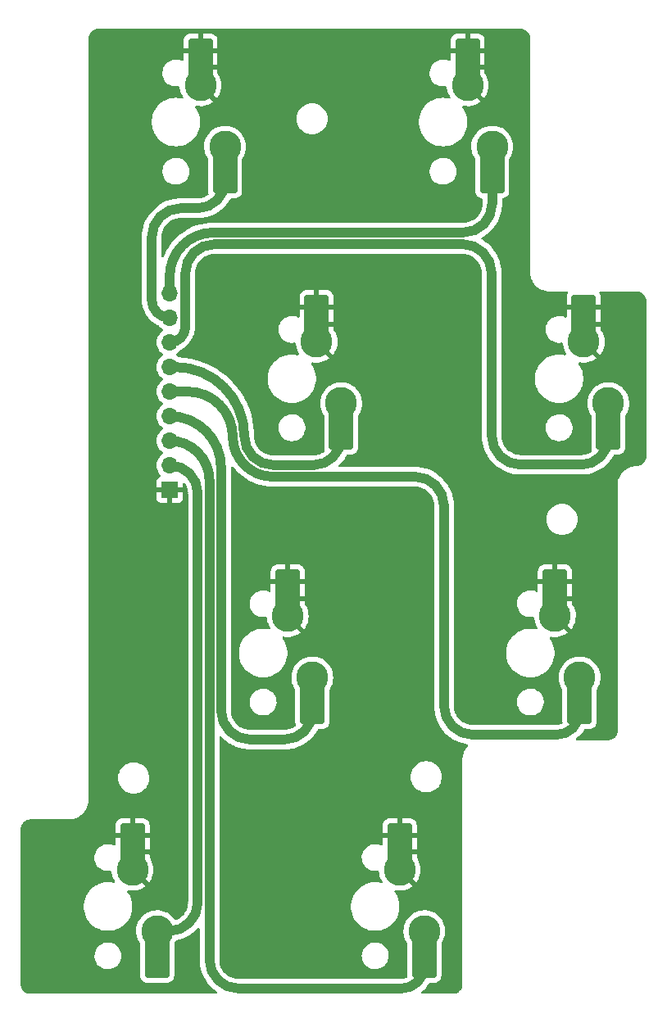
<source format=gbr>
%TF.GenerationSoftware,KiCad,Pcbnew,(6.0.7)*%
%TF.CreationDate,2023-01-05T19:35:34-06:00*%
%TF.ProjectId,OpenRectangle,4f70656e-5265-4637-9461-6e676c652e6b,rev?*%
%TF.SameCoordinates,Original*%
%TF.FileFunction,Copper,L2,Bot*%
%TF.FilePolarity,Positive*%
%FSLAX46Y46*%
G04 Gerber Fmt 4.6, Leading zero omitted, Abs format (unit mm)*
G04 Created by KiCad (PCBNEW (6.0.7)) date 2023-01-05 19:35:34*
%MOMM*%
%LPD*%
G01*
G04 APERTURE LIST*
G04 Aperture macros list*
%AMRoundRect*
0 Rectangle with rounded corners*
0 $1 Rounding radius*
0 $2 $3 $4 $5 $6 $7 $8 $9 X,Y pos of 4 corners*
0 Add a 4 corners polygon primitive as box body*
4,1,4,$2,$3,$4,$5,$6,$7,$8,$9,$2,$3,0*
0 Add four circle primitives for the rounded corners*
1,1,$1+$1,$2,$3*
1,1,$1+$1,$4,$5*
1,1,$1+$1,$6,$7*
1,1,$1+$1,$8,$9*
0 Add four rect primitives between the rounded corners*
20,1,$1+$1,$2,$3,$4,$5,0*
20,1,$1+$1,$4,$5,$6,$7,0*
20,1,$1+$1,$6,$7,$8,$9,0*
20,1,$1+$1,$8,$9,$2,$3,0*%
G04 Aperture macros list end*
%TA.AperFunction,ComponentPad*%
%ADD10R,1.700000X1.700000*%
%TD*%
%TA.AperFunction,ComponentPad*%
%ADD11O,1.700000X1.700000*%
%TD*%
%TA.AperFunction,SMDPad,CuDef*%
%ADD12RoundRect,0.250000X1.000000X-1.025000X1.000000X1.025000X-1.000000X1.025000X-1.000000X-1.025000X0*%
%TD*%
%TA.AperFunction,SMDPad,CuDef*%
%ADD13R,2.500000X1.650000*%
%TD*%
%TA.AperFunction,ComponentPad*%
%ADD14C,3.300000*%
%TD*%
%TA.AperFunction,Conductor*%
%ADD15C,1.000000*%
%TD*%
G04 APERTURE END LIST*
D10*
%TO.P,J2,1,Pin_1*%
%TO.N,GND*%
X217968834Y-73801260D03*
D11*
%TO.P,J2,2,Pin_2*%
%TO.N,UP*%
X217968834Y-71261260D03*
%TO.P,J2,3,Pin_3*%
%TO.N,MS*%
X217968834Y-68721260D03*
%TO.P,J2,4,Pin_4*%
%TO.N,Z*%
X217968834Y-66181260D03*
%TO.P,J2,5,Pin_5*%
%TO.N,LS*%
X217968834Y-63641260D03*
%TO.P,J2,6,Pin_6*%
%TO.N,X*%
X217968834Y-61101260D03*
%TO.P,J2,7,Pin_7*%
%TO.N,Y*%
X217968834Y-58561260D03*
%TO.P,J2,8,Pin_8*%
%TO.N,B*%
X217968834Y-56021260D03*
%TO.P,J2,9,Pin_9*%
%TO.N,R*%
X217968834Y-53481260D03*
%TD*%
D12*
%TO.P,SW10,1,1*%
%TO.N,GND*%
X221145968Y-28421760D03*
D13*
X221145968Y-30146760D03*
D14*
X221145968Y-31971760D03*
D12*
%TO.P,SW10,2,2*%
%TO.N,B*%
X223685968Y-41871760D03*
D14*
X223685968Y-38321760D03*
D13*
X223685968Y-40121760D03*
%TD*%
D14*
%TO.P,SW2,1,1*%
%TO.N,GND*%
X260750968Y-58489760D03*
D13*
X260750968Y-56664760D03*
D12*
X260750968Y-54939760D03*
%TO.P,SW2,2,2*%
%TO.N,Y*%
X263290968Y-68389760D03*
D13*
X263290968Y-66639760D03*
D14*
X263290968Y-64839760D03*
%TD*%
%TO.P,SW13,1,1*%
%TO.N,GND*%
X214129968Y-113067760D03*
D12*
X214129968Y-109517760D03*
D13*
X214129968Y-111242760D03*
D14*
%TO.P,SW13,2,2*%
%TO.N,UP*%
X216669968Y-119417760D03*
D13*
X216669968Y-121217760D03*
D12*
X216669968Y-122967760D03*
%TD*%
%TO.P,SW11,1,1*%
%TO.N,GND*%
X233140968Y-54939760D03*
D14*
X233140968Y-58489760D03*
D13*
X233140968Y-56664760D03*
D12*
%TO.P,SW11,2,2*%
%TO.N,X*%
X235680968Y-68389760D03*
D14*
X235680968Y-64839760D03*
D13*
X235680968Y-66639760D03*
%TD*%
%TO.P,SW3,1,1*%
%TO.N,GND*%
X257775968Y-85019760D03*
D14*
X257775968Y-86844760D03*
D12*
X257775968Y-83294760D03*
D13*
%TO.P,SW3,2,2*%
%TO.N,LS*%
X260315968Y-94994760D03*
D14*
X260315968Y-93194760D03*
D12*
X260315968Y-96744760D03*
%TD*%
D13*
%TO.P,SW4,1,1*%
%TO.N,GND*%
X241739968Y-111242760D03*
D12*
X241739968Y-109517760D03*
D14*
X241739968Y-113067760D03*
%TO.P,SW4,2,2*%
%TO.N,MS*%
X244279968Y-119417760D03*
D12*
X244279968Y-122967760D03*
D13*
X244279968Y-121217760D03*
%TD*%
%TO.P,SW12,1,1*%
%TO.N,GND*%
X230165968Y-85019760D03*
D14*
X230165968Y-86844760D03*
D12*
X230165968Y-83294760D03*
D13*
%TO.P,SW12,2,2*%
%TO.N,Z*%
X232705968Y-94994760D03*
D14*
X232705968Y-93194760D03*
D12*
X232705968Y-96744760D03*
%TD*%
%TO.P,SW1,1,1*%
%TO.N,GND*%
X248754968Y-28421760D03*
D13*
X248754968Y-30146760D03*
D14*
X248754968Y-31971760D03*
%TO.P,SW1,2,2*%
%TO.N,R*%
X251294968Y-38321760D03*
D13*
X251294968Y-40121760D03*
D12*
X251294968Y-41871760D03*
%TD*%
D15*
%TO.N,LS*%
X228635809Y-72441260D02*
X243308834Y-72441260D01*
%TO.N,X*%
X228678834Y-71241260D02*
X232829471Y-71241260D01*
X217968834Y-61101260D02*
X218538834Y-61101260D01*
%TO.N,Y*%
X260469470Y-71211260D02*
X254238834Y-71211260D01*
X219588834Y-51401260D02*
X219588834Y-56941253D01*
X251238834Y-68211260D02*
X251238834Y-51401260D01*
%TO.N,B*%
X216108834Y-47681260D02*
X216108834Y-54161262D01*
%TO.N,LS*%
X217968834Y-63641260D02*
X219835812Y-63641260D01*
%TO.N,B*%
X220876466Y-44681260D02*
X219108834Y-44681260D01*
%TO.N,R*%
X248294968Y-47201260D02*
X222497907Y-47201260D01*
%TO.N,Z*%
X226278834Y-99611260D02*
X229839473Y-99611260D01*
%TO.N,LS*%
X249308834Y-99121260D02*
X257939476Y-99121260D01*
%TO.N,Y*%
X248238834Y-48401260D02*
X222588834Y-48401260D01*
%TO.N,UP*%
X220878834Y-74171248D02*
X220878834Y-116417760D01*
%TO.N,MS*%
X222078834Y-72831259D02*
X222078834Y-122351260D01*
%TO.N,Z*%
X223278834Y-71491267D02*
X223278834Y-96611260D01*
%TO.N,LS*%
X246308834Y-75441260D02*
X246308834Y-96121260D01*
%TO.N,MS*%
X225078834Y-125351260D02*
X241896466Y-125351260D01*
%TO.N,UP*%
X217878834Y-119417760D02*
X216669968Y-119417760D01*
%TO.N,R*%
X217968834Y-51730333D02*
X217968834Y-53481260D01*
X251294968Y-41871760D02*
X251294968Y-44201260D01*
%TO.N,LS*%
X260315960Y-96744760D02*
G75*
G02*
X257939476Y-99121260I-2376460J-40D01*
G01*
%TO.N,Y*%
X251238840Y-68211260D02*
G75*
G03*
X254238834Y-71211260I2999960J-40D01*
G01*
%TO.N,UP*%
X220878740Y-74171248D02*
G75*
G03*
X217968834Y-71261260I-2909940J48D01*
G01*
%TO.N,LS*%
X224478840Y-68284285D02*
G75*
G03*
X219835812Y-63641260I-4643040J-15D01*
G01*
%TO.N,MS*%
X225078834Y-125351266D02*
G75*
G02*
X222078834Y-122351260I-34J2999966D01*
G01*
%TO.N,UP*%
X220878760Y-116417760D02*
G75*
G02*
X217878834Y-119417760I-2999960J-40D01*
G01*
%TO.N,LS*%
X243308834Y-72441266D02*
G75*
G02*
X246308834Y-75441260I-34J-3000034D01*
G01*
%TO.N,X*%
X235680960Y-68389760D02*
G75*
G02*
X232829471Y-71241260I-2851460J-40D01*
G01*
%TO.N,MS*%
X241896466Y-125351268D02*
G75*
G03*
X244279968Y-122967760I34J2383468D01*
G01*
%TO.N,Y*%
X217968834Y-58561334D02*
G75*
G03*
X219588834Y-56941253I-34J1620034D01*
G01*
%TO.N,MS*%
X217968834Y-68721266D02*
G75*
G02*
X222078834Y-72831259I-34J-4110034D01*
G01*
%TO.N,Y*%
X260469470Y-71211268D02*
G75*
G03*
X263290968Y-68389760I30J2821468D01*
G01*
%TO.N,B*%
X220876466Y-44681268D02*
G75*
G03*
X223685968Y-41871760I34J2809468D01*
G01*
%TO.N,X*%
X218538834Y-61101266D02*
G75*
G02*
X225678834Y-68241260I-34J-7140034D01*
G01*
%TO.N,Z*%
X226278834Y-99611266D02*
G75*
G02*
X223278834Y-96611260I-34J2999966D01*
G01*
%TO.N,Y*%
X248238834Y-48401266D02*
G75*
G02*
X251238834Y-51401260I-34J-3000034D01*
G01*
%TO.N,B*%
X216108760Y-47681260D02*
G75*
G02*
X219108834Y-44681260I3000040J-40D01*
G01*
%TO.N,X*%
X228678834Y-71241266D02*
G75*
G02*
X225678834Y-68241260I-34J2999966D01*
G01*
%TO.N,B*%
X217968834Y-56021266D02*
G75*
G02*
X216108834Y-54161262I-34J1859966D01*
G01*
%TO.N,R*%
X217968860Y-51730333D02*
G75*
G02*
X222497907Y-47201260I4529040J33D01*
G01*
X248294968Y-47201268D02*
G75*
G03*
X251294968Y-44201260I32J2999968D01*
G01*
%TO.N,LS*%
X228635809Y-72441266D02*
G75*
G02*
X224478834Y-68284285I-9J4156966D01*
G01*
%TO.N,Z*%
X223278840Y-71491267D02*
G75*
G03*
X217968834Y-66181260I-5310040J-33D01*
G01*
X232705960Y-96744760D02*
G75*
G02*
X229839473Y-99611260I-2866460J-40D01*
G01*
%TO.N,Y*%
X219588760Y-51401260D02*
G75*
G02*
X222588834Y-48401260I3000040J-40D01*
G01*
%TO.N,LS*%
X249308834Y-99121266D02*
G75*
G02*
X246308834Y-96121260I-34J2999966D01*
G01*
%TD*%
%TA.AperFunction,Conductor*%
%TO.N,GND*%
G36*
X254198850Y-26131261D02*
G01*
X254203763Y-26132026D01*
X254211906Y-26133294D01*
X254222546Y-26134951D01*
X254231449Y-26133787D01*
X254231455Y-26133787D01*
X254235226Y-26133294D01*
X254262542Y-26132711D01*
X254369854Y-26142102D01*
X254391753Y-26144018D01*
X254413377Y-26147832D01*
X254560714Y-26187312D01*
X254581339Y-26194818D01*
X254717077Y-26258116D01*
X254719584Y-26259285D01*
X254738603Y-26270266D01*
X254863552Y-26357756D01*
X254880376Y-26371874D01*
X254988221Y-26479719D01*
X255002338Y-26496542D01*
X255089833Y-26621495D01*
X255100814Y-26640515D01*
X255132994Y-26709521D01*
X255165275Y-26778746D01*
X255172786Y-26799382D01*
X255173986Y-26803859D01*
X255212268Y-26946719D01*
X255216082Y-26968347D01*
X255225957Y-27081184D01*
X255226784Y-27090638D01*
X255226230Y-27107147D01*
X255226633Y-27107152D01*
X255226524Y-27116129D01*
X255225143Y-27124998D01*
X255226307Y-27133898D01*
X255226307Y-27133900D01*
X255229270Y-27156552D01*
X255230334Y-27172893D01*
X255230334Y-51218002D01*
X255228587Y-51238910D01*
X255225258Y-51258694D01*
X255225105Y-51271246D01*
X255226089Y-51278114D01*
X255227088Y-51287712D01*
X255233982Y-51392937D01*
X255238707Y-51465048D01*
X255243308Y-51535282D01*
X255294924Y-51794801D01*
X255296250Y-51798708D01*
X255296251Y-51798711D01*
X255335732Y-51915022D01*
X255379974Y-52045362D01*
X255381791Y-52049046D01*
X255381794Y-52049054D01*
X255462330Y-52212369D01*
X255497001Y-52282678D01*
X255644005Y-52502687D01*
X255818468Y-52701626D01*
X256017406Y-52876091D01*
X256237415Y-53023095D01*
X256474731Y-53140123D01*
X256563656Y-53170308D01*
X256721381Y-53223847D01*
X256721384Y-53223848D01*
X256725291Y-53225174D01*
X256729339Y-53225979D01*
X256729346Y-53225981D01*
X256890123Y-53257958D01*
X256984810Y-53276791D01*
X256988923Y-53277060D01*
X256988927Y-53277061D01*
X257103668Y-53284579D01*
X257214659Y-53291851D01*
X257227323Y-53293327D01*
X257231495Y-53294029D01*
X257231500Y-53294029D01*
X257236294Y-53294836D01*
X257242607Y-53294913D01*
X257243987Y-53294930D01*
X257243990Y-53294930D01*
X257248846Y-53294989D01*
X257253654Y-53294300D01*
X257253659Y-53294300D01*
X257273662Y-53291434D01*
X257276466Y-53291033D01*
X257294330Y-53289760D01*
X259020076Y-53289760D01*
X259088197Y-53309762D01*
X259134690Y-53363418D01*
X259144794Y-53433692D01*
X259127336Y-53481876D01*
X259063152Y-53586003D01*
X259057005Y-53599184D01*
X259005830Y-53753470D01*
X259002963Y-53766846D01*
X258993296Y-53861198D01*
X258992968Y-53867615D01*
X258992968Y-54667645D01*
X258997443Y-54682884D01*
X258998833Y-54684089D01*
X259006516Y-54685760D01*
X262490852Y-54685760D01*
X262506091Y-54681285D01*
X262507296Y-54679895D01*
X262508967Y-54672212D01*
X262508967Y-53867665D01*
X262508630Y-53861146D01*
X262498711Y-53765554D01*
X262495819Y-53752160D01*
X262444380Y-53597976D01*
X262438206Y-53584798D01*
X262374632Y-53482063D01*
X262355794Y-53413611D01*
X262376955Y-53345842D01*
X262431396Y-53300270D01*
X262481776Y-53289760D01*
X266179463Y-53289760D01*
X266198850Y-53291261D01*
X266202633Y-53291850D01*
X266211906Y-53293294D01*
X266222546Y-53294951D01*
X266231449Y-53293787D01*
X266231455Y-53293787D01*
X266235226Y-53293294D01*
X266262542Y-53292711D01*
X266369854Y-53302102D01*
X266391753Y-53304018D01*
X266413377Y-53307832D01*
X266560714Y-53347312D01*
X266581339Y-53354818D01*
X266717077Y-53418116D01*
X266719584Y-53419285D01*
X266738603Y-53430266D01*
X266863552Y-53517756D01*
X266880376Y-53531874D01*
X266988221Y-53639719D01*
X267002338Y-53656542D01*
X267089833Y-53781495D01*
X267100815Y-53800516D01*
X267165275Y-53938746D01*
X267172787Y-53959384D01*
X267212268Y-54106719D01*
X267216082Y-54128347D01*
X267226784Y-54250638D01*
X267226230Y-54267147D01*
X267226633Y-54267152D01*
X267226524Y-54276129D01*
X267225143Y-54284998D01*
X267226307Y-54293898D01*
X267226307Y-54293900D01*
X267229270Y-54316552D01*
X267230334Y-54332893D01*
X267230334Y-70271907D01*
X267228834Y-70291289D01*
X267225143Y-70314998D01*
X267226307Y-70323898D01*
X267226307Y-70323907D01*
X267226800Y-70327673D01*
X267227385Y-70354989D01*
X267216084Y-70484206D01*
X267212270Y-70505836D01*
X267172794Y-70653176D01*
X267165285Y-70673811D01*
X267100825Y-70812054D01*
X267089844Y-70831074D01*
X267002358Y-70956025D01*
X266988244Y-70972846D01*
X266920185Y-71040909D01*
X266880385Y-71080711D01*
X266863563Y-71094827D01*
X266738621Y-71182317D01*
X266719602Y-71193299D01*
X266658817Y-71221645D01*
X266581357Y-71257767D01*
X266560719Y-71265279D01*
X266413383Y-71304761D01*
X266391755Y-71308575D01*
X266369877Y-71310490D01*
X266269733Y-71319254D01*
X266252942Y-71318690D01*
X266252937Y-71319060D01*
X266245109Y-71318964D01*
X266243053Y-71318808D01*
X266235098Y-71317569D01*
X266231343Y-71318060D01*
X266227590Y-71317532D01*
X266222720Y-71317603D01*
X266222714Y-71317603D01*
X266221084Y-71317627D01*
X266215038Y-71317716D01*
X266206084Y-71319245D01*
X266196364Y-71320517D01*
X266045627Y-71334301D01*
X265956021Y-71342494D01*
X265702155Y-71399223D01*
X265698343Y-71400608D01*
X265623148Y-71427929D01*
X265457666Y-71488054D01*
X265226595Y-71607521D01*
X265012762Y-71755648D01*
X264819702Y-71929986D01*
X264650606Y-72127654D01*
X264590393Y-72219760D01*
X264536814Y-72301720D01*
X264508269Y-72345384D01*
X264478466Y-72407028D01*
X264438063Y-72490598D01*
X264395044Y-72579577D01*
X264312804Y-72826361D01*
X264312026Y-72830341D01*
X264312024Y-72830349D01*
X264278049Y-73004180D01*
X264262906Y-73081658D01*
X264262645Y-73085700D01*
X264262645Y-73085704D01*
X264248473Y-73305607D01*
X264246988Y-73318403D01*
X264246065Y-73323887D01*
X264246063Y-73323910D01*
X264245258Y-73328694D01*
X264245105Y-73341246D01*
X264245795Y-73346064D01*
X264245795Y-73346066D01*
X264249062Y-73368882D01*
X264250334Y-73386741D01*
X264250334Y-98621907D01*
X264248834Y-98641289D01*
X264245143Y-98664998D01*
X264246308Y-98673903D01*
X264246801Y-98677675D01*
X264247388Y-98704988D01*
X264236929Y-98824666D01*
X264236066Y-98834538D01*
X264232258Y-98856150D01*
X264219804Y-98902675D01*
X264192727Y-99003818D01*
X264185230Y-99024437D01*
X264156197Y-99086756D01*
X264120669Y-99163017D01*
X264109707Y-99182022D01*
X264022080Y-99307296D01*
X264007989Y-99324108D01*
X263899960Y-99432272D01*
X263883157Y-99446391D01*
X263757999Y-99534168D01*
X263739003Y-99545156D01*
X263600515Y-99609885D01*
X263579901Y-99617410D01*
X263432277Y-99657128D01*
X263410674Y-99660961D01*
X263315555Y-99669393D01*
X263288010Y-99671835D01*
X263271549Y-99671301D01*
X263271545Y-99671708D01*
X263262562Y-99671609D01*
X263253696Y-99670240D01*
X263244802Y-99671414D01*
X263244797Y-99671414D01*
X263222521Y-99674355D01*
X263206035Y-99675439D01*
X261534142Y-99675480D01*
X260054936Y-99675517D01*
X259986816Y-99655517D01*
X259940322Y-99601862D01*
X259930216Y-99531588D01*
X259959708Y-99467007D01*
X259975639Y-99451597D01*
X260205030Y-99265839D01*
X260207595Y-99263762D01*
X260458477Y-99012878D01*
X260681760Y-98737143D01*
X260780148Y-98585636D01*
X260834024Y-98539399D01*
X260885821Y-98528260D01*
X261366368Y-98528260D01*
X261369614Y-98527923D01*
X261369618Y-98527923D01*
X261465276Y-98517998D01*
X261465280Y-98517997D01*
X261472134Y-98517286D01*
X261478670Y-98515105D01*
X261478672Y-98515105D01*
X261632966Y-98463628D01*
X261639914Y-98461310D01*
X261790316Y-98368238D01*
X261915273Y-98243063D01*
X261972718Y-98149871D01*
X262004243Y-98098728D01*
X262004244Y-98098726D01*
X262008083Y-98092498D01*
X262050759Y-97963833D01*
X262061600Y-97931149D01*
X262061600Y-97931147D01*
X262063765Y-97924621D01*
X262074468Y-97820160D01*
X262074468Y-94488249D01*
X262094470Y-94420128D01*
X262098921Y-94413655D01*
X262140171Y-94357500D01*
X262142709Y-94354045D01*
X262283140Y-94095402D01*
X262387171Y-93820093D01*
X262452875Y-93533213D01*
X262458505Y-93470136D01*
X262478817Y-93242536D01*
X262478817Y-93242534D01*
X262479037Y-93240070D01*
X262479512Y-93194760D01*
X262477968Y-93172104D01*
X262459787Y-92905410D01*
X262459786Y-92905404D01*
X262459495Y-92901133D01*
X262399813Y-92612940D01*
X262301571Y-92335513D01*
X262166586Y-92073986D01*
X262150557Y-92051178D01*
X261999824Y-91836708D01*
X261999823Y-91836707D01*
X261997357Y-91833198D01*
X261797016Y-91617604D01*
X261774904Y-91599505D01*
X261572586Y-91433911D01*
X261569268Y-91431195D01*
X261318329Y-91277420D01*
X261299674Y-91269231D01*
X261052770Y-91160847D01*
X261052766Y-91160846D01*
X261048842Y-91159123D01*
X260765794Y-91078495D01*
X260761552Y-91077891D01*
X260761546Y-91077890D01*
X260478673Y-91037631D01*
X260474422Y-91037026D01*
X260319274Y-91036214D01*
X260184404Y-91035507D01*
X260184398Y-91035507D01*
X260180118Y-91035485D01*
X260175874Y-91036044D01*
X260175870Y-91036044D01*
X260047309Y-91052970D01*
X259888328Y-91073900D01*
X259884188Y-91075033D01*
X259884186Y-91075033D01*
X259689018Y-91128425D01*
X259604451Y-91151560D01*
X259600501Y-91153245D01*
X259337682Y-91265346D01*
X259337675Y-91265350D01*
X259333740Y-91267028D01*
X259181354Y-91358229D01*
X259084886Y-91415964D01*
X259084882Y-91415967D01*
X259081204Y-91418168D01*
X258851517Y-91602182D01*
X258848573Y-91605284D01*
X258848569Y-91605288D01*
X258651879Y-91812556D01*
X258648929Y-91815665D01*
X258477188Y-92054668D01*
X258339472Y-92314767D01*
X258238330Y-92591150D01*
X258175634Y-92878703D01*
X258152543Y-93172104D01*
X258169484Y-93465924D01*
X258170309Y-93470131D01*
X258170310Y-93470136D01*
X258197118Y-93606774D01*
X258226145Y-93754726D01*
X258321477Y-94033167D01*
X258453715Y-94296094D01*
X258456141Y-94299623D01*
X258456144Y-94299629D01*
X258535308Y-94414812D01*
X258557468Y-94486179D01*
X258557468Y-97820160D01*
X258562174Y-97865513D01*
X258549310Y-97935333D01*
X258500739Y-97987115D01*
X258485071Y-97994922D01*
X258371376Y-98042015D01*
X258352581Y-98048122D01*
X258216346Y-98080829D01*
X258163129Y-98093605D01*
X258143600Y-98096698D01*
X257984833Y-98109192D01*
X257960899Y-98108794D01*
X257953635Y-98107979D01*
X257947489Y-98108495D01*
X257947488Y-98108495D01*
X257901955Y-98112318D01*
X257891413Y-98112760D01*
X249372645Y-98112760D01*
X249358601Y-98111975D01*
X249329098Y-98108666D01*
X249329097Y-98108666D01*
X249322972Y-98107979D01*
X249294135Y-98110401D01*
X249275353Y-98110573D01*
X249126722Y-98100832D01*
X249057121Y-98096271D01*
X249040781Y-98094120D01*
X248801489Y-98046524D01*
X248785569Y-98042259D01*
X248554523Y-97963832D01*
X248539298Y-97957525D01*
X248320480Y-97849616D01*
X248306206Y-97841375D01*
X248103339Y-97705824D01*
X248090264Y-97695791D01*
X248087228Y-97693129D01*
X247906821Y-97534917D01*
X247895180Y-97523276D01*
X247734302Y-97339828D01*
X247724278Y-97326766D01*
X247588719Y-97123884D01*
X247580481Y-97109615D01*
X247576762Y-97102072D01*
X247472573Y-96890796D01*
X247466266Y-96875570D01*
X247461991Y-96862974D01*
X247387840Y-96644527D01*
X247383575Y-96628608D01*
X247382942Y-96625423D01*
X247335979Y-96389315D01*
X247333828Y-96372974D01*
X247320414Y-96168275D01*
X247320929Y-96145990D01*
X247322115Y-96135423D01*
X247317776Y-96083743D01*
X247317334Y-96073201D01*
X247317334Y-95669353D01*
X253849007Y-95669353D01*
X253857816Y-95903976D01*
X253858911Y-95909194D01*
X253894431Y-96078479D01*
X253906030Y-96133761D01*
X253992270Y-96352137D01*
X254114072Y-96552860D01*
X254267953Y-96730192D01*
X254272085Y-96733580D01*
X254445384Y-96875677D01*
X254445390Y-96875681D01*
X254449512Y-96879061D01*
X254454148Y-96881700D01*
X254454151Y-96881702D01*
X254565376Y-96945015D01*
X254653558Y-96995211D01*
X254874257Y-97075321D01*
X254879506Y-97076270D01*
X254879509Y-97076271D01*
X254960583Y-97090931D01*
X255105298Y-97117100D01*
X255109437Y-97117295D01*
X255109444Y-97117296D01*
X255128408Y-97118190D01*
X255128417Y-97118190D01*
X255129897Y-97118260D01*
X255294918Y-97118260D01*
X255376267Y-97111357D01*
X255464605Y-97103862D01*
X255464609Y-97103861D01*
X255469916Y-97103411D01*
X255475071Y-97102073D01*
X255475077Y-97102072D01*
X255692003Y-97045769D01*
X255692002Y-97045769D01*
X255697174Y-97044427D01*
X255702040Y-97042235D01*
X255702043Y-97042234D01*
X255906385Y-96950184D01*
X255906388Y-96950183D01*
X255911246Y-96947994D01*
X256106009Y-96816872D01*
X256275895Y-96654809D01*
X256416046Y-96466439D01*
X256476687Y-96347168D01*
X256520037Y-96261904D01*
X256520037Y-96261903D01*
X256522455Y-96257148D01*
X256592079Y-96032920D01*
X256609170Y-95903976D01*
X256622229Y-95805450D01*
X256622229Y-95805447D01*
X256622929Y-95800167D01*
X256614120Y-95565544D01*
X256596326Y-95480738D01*
X256567003Y-95340986D01*
X256567002Y-95340983D01*
X256565906Y-95335759D01*
X256479666Y-95117383D01*
X256357864Y-94916660D01*
X256203983Y-94739328D01*
X256193906Y-94731066D01*
X256026552Y-94593843D01*
X256026546Y-94593839D01*
X256022424Y-94590459D01*
X256017788Y-94587820D01*
X256017785Y-94587818D01*
X255823021Y-94476952D01*
X255818378Y-94474309D01*
X255597679Y-94394199D01*
X255592430Y-94393250D01*
X255592427Y-94393249D01*
X255511353Y-94378589D01*
X255366638Y-94352420D01*
X255362499Y-94352225D01*
X255362492Y-94352224D01*
X255343528Y-94351330D01*
X255343519Y-94351330D01*
X255342039Y-94351260D01*
X255177018Y-94351260D01*
X255103479Y-94357500D01*
X255007331Y-94365658D01*
X255007327Y-94365659D01*
X255002020Y-94366109D01*
X254996865Y-94367447D01*
X254996859Y-94367448D01*
X254819145Y-94413574D01*
X254774762Y-94425093D01*
X254769896Y-94427285D01*
X254769893Y-94427286D01*
X254565551Y-94519336D01*
X254565548Y-94519337D01*
X254560690Y-94521526D01*
X254365927Y-94652648D01*
X254196041Y-94814711D01*
X254055890Y-95003081D01*
X254053474Y-95007832D01*
X254053472Y-95007836D01*
X253951899Y-95207616D01*
X253949481Y-95212372D01*
X253879857Y-95436600D01*
X253879156Y-95441889D01*
X253862060Y-95570876D01*
X253849007Y-95669353D01*
X247317334Y-95669353D01*
X247317334Y-90812198D01*
X252733568Y-90812198D01*
X252773032Y-91124590D01*
X252851338Y-91429573D01*
X252852791Y-91433242D01*
X252852791Y-91433243D01*
X252875364Y-91490256D01*
X252967252Y-91722337D01*
X252969154Y-91725796D01*
X252969155Y-91725799D01*
X253026472Y-91830057D01*
X253118944Y-91998264D01*
X253304023Y-92253004D01*
X253519570Y-92482538D01*
X253762186Y-92683247D01*
X254028044Y-92851966D01*
X254031623Y-92853650D01*
X254031630Y-92853654D01*
X254309362Y-92984344D01*
X254309366Y-92984346D01*
X254312952Y-92986033D01*
X254612416Y-93083335D01*
X254921714Y-93142337D01*
X255015268Y-93148223D01*
X255155326Y-93157035D01*
X255155342Y-93157036D01*
X255157321Y-93157160D01*
X255314615Y-93157160D01*
X255316594Y-93157036D01*
X255316610Y-93157035D01*
X255456668Y-93148223D01*
X255550222Y-93142337D01*
X255859520Y-93083335D01*
X256158984Y-92986033D01*
X256162570Y-92984346D01*
X256162574Y-92984344D01*
X256440306Y-92853654D01*
X256440313Y-92853650D01*
X256443892Y-92851966D01*
X256709750Y-92683247D01*
X256952366Y-92482538D01*
X257167913Y-92253004D01*
X257352992Y-91998264D01*
X257445465Y-91830057D01*
X257502781Y-91725799D01*
X257502782Y-91725796D01*
X257504684Y-91722337D01*
X257596572Y-91490256D01*
X257619145Y-91433243D01*
X257619145Y-91433242D01*
X257620598Y-91429573D01*
X257698904Y-91124590D01*
X257738368Y-90812198D01*
X257738368Y-90497322D01*
X257698904Y-90184930D01*
X257620598Y-89879947D01*
X257504684Y-89587183D01*
X257352992Y-89311256D01*
X257245957Y-89163935D01*
X257222100Y-89097069D01*
X257238180Y-89027918D01*
X257289094Y-88978438D01*
X257358676Y-88964338D01*
X257366953Y-88965326D01*
X257590727Y-88999568D01*
X257599261Y-89000284D01*
X257884882Y-89004772D01*
X257893433Y-89004323D01*
X258177024Y-88970005D01*
X258185425Y-88968403D01*
X258461748Y-88895911D01*
X258469850Y-88893184D01*
X258733773Y-88783863D01*
X258741435Y-88780060D01*
X258988071Y-88635937D01*
X258995158Y-88631121D01*
X259097465Y-88550903D01*
X259105936Y-88539043D01*
X259099420Y-88527422D01*
X257505853Y-86933855D01*
X257471827Y-86871543D01*
X257476892Y-86800728D01*
X257505853Y-86755665D01*
X257686873Y-86574645D01*
X257749185Y-86540619D01*
X257820000Y-86545684D01*
X257865063Y-86574645D01*
X259459001Y-88168583D01*
X259471210Y-88175250D01*
X259482710Y-88166560D01*
X259599745Y-88007235D01*
X259604332Y-88000007D01*
X259740635Y-87748969D01*
X259744203Y-87741175D01*
X259845173Y-87473966D01*
X259847650Y-87465760D01*
X259911422Y-87187318D01*
X259912762Y-87178857D01*
X259938317Y-86892524D01*
X259938563Y-86887585D01*
X259938985Y-86847245D01*
X259938842Y-86842279D01*
X259919290Y-86555478D01*
X259918129Y-86547004D01*
X259860199Y-86267272D01*
X259857900Y-86259037D01*
X259762542Y-85989753D01*
X259759145Y-85981903D01*
X259628123Y-85728052D01*
X259623695Y-85720740D01*
X259556881Y-85625674D01*
X259533968Y-85553223D01*
X259533968Y-85291875D01*
X259529493Y-85276636D01*
X259528103Y-85275431D01*
X259520420Y-85273760D01*
X257647968Y-85273760D01*
X257579847Y-85253758D01*
X257533354Y-85200102D01*
X257521968Y-85147760D01*
X257521968Y-84747645D01*
X258029968Y-84747645D01*
X258034443Y-84762884D01*
X258035833Y-84764089D01*
X258043516Y-84765760D01*
X259515852Y-84765760D01*
X259531091Y-84761285D01*
X259532296Y-84759895D01*
X259533967Y-84752212D01*
X259533967Y-84370141D01*
X259533968Y-84370105D01*
X259533968Y-83566875D01*
X259529493Y-83551636D01*
X259528103Y-83550431D01*
X259520420Y-83548760D01*
X258048083Y-83548760D01*
X258032844Y-83553235D01*
X258031639Y-83554625D01*
X258029968Y-83562308D01*
X258029968Y-84747645D01*
X257521968Y-84747645D01*
X257521968Y-83566875D01*
X257517493Y-83551636D01*
X257516103Y-83550431D01*
X257508420Y-83548760D01*
X256036084Y-83548760D01*
X256020845Y-83553235D01*
X256019640Y-83554625D01*
X256017969Y-83562308D01*
X256017969Y-84146655D01*
X256017968Y-84146687D01*
X256017968Y-84211215D01*
X255997966Y-84279336D01*
X255944310Y-84325829D01*
X255874036Y-84335933D01*
X255829635Y-84320716D01*
X255823027Y-84316955D01*
X255823024Y-84316953D01*
X255818378Y-84314309D01*
X255597679Y-84234199D01*
X255592430Y-84233250D01*
X255592427Y-84233249D01*
X255511353Y-84218589D01*
X255366638Y-84192420D01*
X255362499Y-84192225D01*
X255362492Y-84192224D01*
X255343528Y-84191330D01*
X255343519Y-84191330D01*
X255342039Y-84191260D01*
X255177018Y-84191260D01*
X255095669Y-84198163D01*
X255007331Y-84205658D01*
X255007327Y-84205659D01*
X255002020Y-84206109D01*
X254996865Y-84207447D01*
X254996859Y-84207448D01*
X254819145Y-84253574D01*
X254774762Y-84265093D01*
X254769896Y-84267285D01*
X254769893Y-84267286D01*
X254565551Y-84359336D01*
X254565548Y-84359337D01*
X254560690Y-84361526D01*
X254365927Y-84492648D01*
X254196041Y-84654711D01*
X254055890Y-84843081D01*
X253949481Y-85052372D01*
X253879857Y-85276600D01*
X253849007Y-85509353D01*
X253857816Y-85743976D01*
X253906030Y-85973761D01*
X253992270Y-86192137D01*
X254114072Y-86392860D01*
X254267953Y-86570192D01*
X254272085Y-86573580D01*
X254445384Y-86715677D01*
X254445390Y-86715681D01*
X254449512Y-86719061D01*
X254454148Y-86721700D01*
X254454151Y-86721702D01*
X254513816Y-86755665D01*
X254653558Y-86835211D01*
X254874257Y-86915321D01*
X254879506Y-86916270D01*
X254879509Y-86916271D01*
X254960583Y-86930931D01*
X255105298Y-86957100D01*
X255109437Y-86957295D01*
X255109444Y-86957296D01*
X255128408Y-86958190D01*
X255128417Y-86958190D01*
X255129897Y-86958260D01*
X255294918Y-86958260D01*
X255376267Y-86951357D01*
X255464605Y-86943862D01*
X255464609Y-86943861D01*
X255469916Y-86943411D01*
X255475075Y-86942072D01*
X255479637Y-86941292D01*
X255550154Y-86949529D01*
X255605023Y-86994584D01*
X255626659Y-87058238D01*
X255629734Y-87111573D01*
X255630807Y-87120073D01*
X255685805Y-87400396D01*
X255688016Y-87408648D01*
X255780549Y-87678917D01*
X255783864Y-87686802D01*
X255912219Y-87942007D01*
X255916575Y-87949373D01*
X255970559Y-88027919D01*
X255992659Y-88095388D01*
X255974774Y-88164095D01*
X255922582Y-88212225D01*
X255852654Y-88224499D01*
X255843109Y-88223054D01*
X255554122Y-88167927D01*
X255550222Y-88167183D01*
X255456668Y-88161297D01*
X255316610Y-88152485D01*
X255316594Y-88152484D01*
X255314615Y-88152360D01*
X255157321Y-88152360D01*
X255155342Y-88152484D01*
X255155326Y-88152485D01*
X255015268Y-88161297D01*
X254921714Y-88167183D01*
X254612416Y-88226185D01*
X254312952Y-88323487D01*
X254309366Y-88325174D01*
X254309362Y-88325176D01*
X254031630Y-88455866D01*
X254031623Y-88455870D01*
X254028044Y-88457554D01*
X253762186Y-88626273D01*
X253519570Y-88826982D01*
X253304023Y-89056516D01*
X253301696Y-89059718D01*
X253301695Y-89059720D01*
X253231617Y-89156175D01*
X253118944Y-89311256D01*
X252967252Y-89587183D01*
X252851338Y-89879947D01*
X252773032Y-90184930D01*
X252733568Y-90497322D01*
X252733568Y-90812198D01*
X247317334Y-90812198D01*
X247317334Y-83022645D01*
X256017968Y-83022645D01*
X256022443Y-83037884D01*
X256023833Y-83039089D01*
X256031516Y-83040760D01*
X257503853Y-83040760D01*
X257519092Y-83036285D01*
X257520297Y-83034895D01*
X257521968Y-83027212D01*
X257521968Y-83022645D01*
X258029968Y-83022645D01*
X258034443Y-83037884D01*
X258035833Y-83039089D01*
X258043516Y-83040760D01*
X259515852Y-83040760D01*
X259531091Y-83036285D01*
X259532296Y-83034895D01*
X259533967Y-83027212D01*
X259533967Y-82222665D01*
X259533630Y-82216146D01*
X259523711Y-82120554D01*
X259520819Y-82107160D01*
X259469380Y-81952976D01*
X259463207Y-81939798D01*
X259377905Y-81801953D01*
X259368869Y-81790552D01*
X259254139Y-81676021D01*
X259242728Y-81667009D01*
X259104725Y-81581944D01*
X259091544Y-81575797D01*
X258937258Y-81524622D01*
X258923882Y-81521755D01*
X258829530Y-81512088D01*
X258823113Y-81511760D01*
X258048083Y-81511760D01*
X258032844Y-81516235D01*
X258031639Y-81517625D01*
X258029968Y-81525308D01*
X258029968Y-83022645D01*
X257521968Y-83022645D01*
X257521968Y-81529876D01*
X257517493Y-81514637D01*
X257516103Y-81513432D01*
X257508420Y-81511761D01*
X256728873Y-81511761D01*
X256722354Y-81512098D01*
X256626762Y-81522017D01*
X256613368Y-81524909D01*
X256459184Y-81576348D01*
X256446006Y-81582521D01*
X256308161Y-81667823D01*
X256296760Y-81676859D01*
X256182229Y-81791589D01*
X256173217Y-81803000D01*
X256088152Y-81941003D01*
X256082005Y-81954184D01*
X256030830Y-82108470D01*
X256027963Y-82121846D01*
X256018296Y-82216198D01*
X256017968Y-82222615D01*
X256017968Y-83022645D01*
X247317334Y-83022645D01*
X247317334Y-76851260D01*
X256895360Y-76851260D01*
X256915225Y-77103663D01*
X256974329Y-77349851D01*
X257071218Y-77583762D01*
X257203506Y-77799636D01*
X257367936Y-77992158D01*
X257560458Y-78156588D01*
X257776332Y-78288876D01*
X257780902Y-78290769D01*
X257780906Y-78290771D01*
X258005670Y-78383871D01*
X258010243Y-78385765D01*
X258094866Y-78406081D01*
X258251618Y-78443714D01*
X258251624Y-78443715D01*
X258256431Y-78444869D01*
X258356250Y-78452725D01*
X258443179Y-78459567D01*
X258443186Y-78459567D01*
X258445635Y-78459760D01*
X258572033Y-78459760D01*
X258574482Y-78459567D01*
X258574489Y-78459567D01*
X258661418Y-78452725D01*
X258761237Y-78444869D01*
X258766044Y-78443715D01*
X258766050Y-78443714D01*
X258922802Y-78406081D01*
X259007425Y-78385765D01*
X259011998Y-78383871D01*
X259236762Y-78290771D01*
X259236766Y-78290769D01*
X259241336Y-78288876D01*
X259457210Y-78156588D01*
X259649732Y-77992158D01*
X259814162Y-77799636D01*
X259946450Y-77583762D01*
X260043339Y-77349851D01*
X260102443Y-77103663D01*
X260122308Y-76851260D01*
X260102443Y-76598857D01*
X260043339Y-76352669D01*
X259946450Y-76118758D01*
X259814162Y-75902884D01*
X259649732Y-75710362D01*
X259457210Y-75545932D01*
X259253338Y-75420999D01*
X259245556Y-75416230D01*
X259241336Y-75413644D01*
X259236766Y-75411751D01*
X259236762Y-75411749D01*
X259011998Y-75318649D01*
X259011996Y-75318648D01*
X259007425Y-75316755D01*
X258922802Y-75296439D01*
X258766050Y-75258806D01*
X258766044Y-75258805D01*
X258761237Y-75257651D01*
X258661418Y-75249795D01*
X258574489Y-75242953D01*
X258574482Y-75242953D01*
X258572033Y-75242760D01*
X258445635Y-75242760D01*
X258443186Y-75242953D01*
X258443179Y-75242953D01*
X258356250Y-75249795D01*
X258256431Y-75257651D01*
X258251624Y-75258805D01*
X258251618Y-75258806D01*
X258094866Y-75296439D01*
X258010243Y-75316755D01*
X258005672Y-75318648D01*
X258005670Y-75318649D01*
X257780906Y-75411749D01*
X257780902Y-75411751D01*
X257776332Y-75413644D01*
X257772112Y-75416230D01*
X257764330Y-75420999D01*
X257560458Y-75545932D01*
X257367936Y-75710362D01*
X257203506Y-75902884D01*
X257071218Y-76118758D01*
X256974329Y-76352669D01*
X256915225Y-76598857D01*
X256895360Y-76851260D01*
X247317334Y-76851260D01*
X247317334Y-75512977D01*
X247318327Y-75497187D01*
X247321379Y-75473024D01*
X247321819Y-75469541D01*
X247322214Y-75441246D01*
X247321399Y-75432937D01*
X247320931Y-75426450D01*
X247320459Y-75416230D01*
X247312437Y-75242760D01*
X247304629Y-75073908D01*
X247304628Y-75073900D01*
X247304494Y-75070997D01*
X247253282Y-74703906D01*
X247168419Y-74343106D01*
X247132452Y-74235795D01*
X247051553Y-73994431D01*
X247051551Y-73994426D01*
X247050629Y-73991675D01*
X246995470Y-73866754D01*
X246902092Y-73655277D01*
X246902090Y-73655272D01*
X246900915Y-73652612D01*
X246870892Y-73598711D01*
X246721974Y-73331356D01*
X246721971Y-73331351D01*
X246720555Y-73328809D01*
X246511089Y-73023028D01*
X246274302Y-72737878D01*
X246012216Y-72475792D01*
X245929407Y-72407028D01*
X245832855Y-72326853D01*
X245727066Y-72239007D01*
X245421284Y-72029541D01*
X245418742Y-72028125D01*
X245418737Y-72028122D01*
X245100029Y-71850601D01*
X245100025Y-71850599D01*
X245097481Y-71849182D01*
X244758417Y-71699469D01*
X244755660Y-71698545D01*
X244755655Y-71698543D01*
X244534516Y-71624423D01*
X244406986Y-71581678D01*
X244046186Y-71496816D01*
X243874832Y-71472912D01*
X243681965Y-71446006D01*
X243681957Y-71446005D01*
X243679095Y-71445606D01*
X243361093Y-71430901D01*
X243351130Y-71430043D01*
X243337140Y-71428275D01*
X243308845Y-71427880D01*
X243265200Y-71432159D01*
X243252907Y-71432760D01*
X235546515Y-71432760D01*
X235478394Y-71412758D01*
X235431901Y-71359102D01*
X235421797Y-71288828D01*
X235451291Y-71224248D01*
X235461898Y-71213400D01*
X235559913Y-71124564D01*
X235559916Y-71124561D01*
X235562201Y-71122490D01*
X235816896Y-70841476D01*
X235818743Y-70838986D01*
X236040980Y-70539332D01*
X236040985Y-70539325D01*
X236042821Y-70536849D01*
X236049078Y-70526411D01*
X236224049Y-70234484D01*
X236276226Y-70186337D01*
X236332123Y-70173260D01*
X236731368Y-70173260D01*
X236734614Y-70172923D01*
X236734618Y-70172923D01*
X236830276Y-70162998D01*
X236830280Y-70162997D01*
X236837134Y-70162286D01*
X236843670Y-70160105D01*
X236843672Y-70160105D01*
X236997966Y-70108628D01*
X237004914Y-70106310D01*
X237155316Y-70013238D01*
X237280273Y-69888063D01*
X237284114Y-69881832D01*
X237369243Y-69743728D01*
X237369244Y-69743726D01*
X237373083Y-69737498D01*
X237428765Y-69569621D01*
X237439468Y-69465160D01*
X237439468Y-66133249D01*
X237459470Y-66065128D01*
X237463921Y-66058655D01*
X237505171Y-66002500D01*
X237507709Y-65999045D01*
X237648140Y-65740402D01*
X237735618Y-65508900D01*
X237750653Y-65469111D01*
X237750654Y-65469107D01*
X237752171Y-65465093D01*
X237800229Y-65255260D01*
X237816917Y-65182397D01*
X237816918Y-65182393D01*
X237817875Y-65178213D01*
X237819332Y-65161895D01*
X237843817Y-64887536D01*
X237843817Y-64887534D01*
X237844037Y-64885070D01*
X237844512Y-64839760D01*
X237842968Y-64817104D01*
X237824787Y-64550410D01*
X237824786Y-64550404D01*
X237824495Y-64546133D01*
X237803831Y-64446348D01*
X237765682Y-64262137D01*
X237764813Y-64257940D01*
X237666571Y-63980513D01*
X237531586Y-63718986D01*
X237515557Y-63696178D01*
X237364824Y-63481708D01*
X237364823Y-63481707D01*
X237362357Y-63478198D01*
X237162016Y-63262604D01*
X237139904Y-63244505D01*
X237043830Y-63165870D01*
X236934268Y-63076195D01*
X236683329Y-62922420D01*
X236664674Y-62914231D01*
X236417770Y-62805847D01*
X236417766Y-62805846D01*
X236413842Y-62804123D01*
X236130794Y-62723495D01*
X236126552Y-62722891D01*
X236126546Y-62722890D01*
X235843673Y-62682631D01*
X235839422Y-62682026D01*
X235684274Y-62681214D01*
X235549404Y-62680507D01*
X235549398Y-62680507D01*
X235545118Y-62680485D01*
X235540874Y-62681044D01*
X235540870Y-62681044D01*
X235412309Y-62697970D01*
X235253328Y-62718900D01*
X235249188Y-62720033D01*
X235249186Y-62720033D01*
X234973596Y-62795426D01*
X234969451Y-62796560D01*
X234965501Y-62798245D01*
X234702682Y-62910346D01*
X234702675Y-62910350D01*
X234698740Y-62912028D01*
X234546354Y-63003229D01*
X234449886Y-63060964D01*
X234449882Y-63060967D01*
X234446204Y-63063168D01*
X234216517Y-63247182D01*
X234213573Y-63250284D01*
X234213569Y-63250288D01*
X234080070Y-63390967D01*
X234013929Y-63460665D01*
X233842188Y-63699668D01*
X233704472Y-63959767D01*
X233603330Y-64236150D01*
X233540634Y-64523703D01*
X233540298Y-64527973D01*
X233525099Y-64721101D01*
X233517543Y-64817104D01*
X233534484Y-65110924D01*
X233535309Y-65115131D01*
X233535310Y-65115136D01*
X233548882Y-65184311D01*
X233591145Y-65399726D01*
X233592532Y-65403776D01*
X233592533Y-65403781D01*
X233629914Y-65512962D01*
X233686477Y-65678167D01*
X233715757Y-65736384D01*
X233813622Y-65930967D01*
X233818715Y-65941094D01*
X233821141Y-65944623D01*
X233821144Y-65944629D01*
X233900308Y-66059812D01*
X233922468Y-66131179D01*
X233922468Y-69465160D01*
X233922805Y-69468406D01*
X233922805Y-69468410D01*
X233929222Y-69530250D01*
X233933442Y-69570926D01*
X233935623Y-69577462D01*
X233935623Y-69577464D01*
X233982945Y-69719305D01*
X233985529Y-69790254D01*
X233949345Y-69851338D01*
X233933423Y-69863946D01*
X233757840Y-69981266D01*
X233743574Y-69989503D01*
X233542169Y-70088824D01*
X233526944Y-70095130D01*
X233443769Y-70123364D01*
X233314303Y-70167311D01*
X233298382Y-70171577D01*
X233078139Y-70215384D01*
X233061799Y-70217535D01*
X232876482Y-70229680D01*
X232854202Y-70229165D01*
X232843630Y-70227979D01*
X232837484Y-70228495D01*
X232837483Y-70228495D01*
X232791950Y-70232318D01*
X232781408Y-70232760D01*
X228742645Y-70232760D01*
X228728601Y-70231975D01*
X228699098Y-70228666D01*
X228699097Y-70228666D01*
X228692972Y-70227979D01*
X228664135Y-70230401D01*
X228645353Y-70230573D01*
X228496722Y-70220832D01*
X228427121Y-70216271D01*
X228410781Y-70214120D01*
X228295309Y-70191152D01*
X228171488Y-70166524D01*
X228155569Y-70162259D01*
X227924523Y-70083832D01*
X227909298Y-70077525D01*
X227889840Y-70067929D01*
X227751912Y-69999911D01*
X227690480Y-69969616D01*
X227676206Y-69961375D01*
X227473339Y-69825824D01*
X227460264Y-69815791D01*
X227426054Y-69785790D01*
X227276821Y-69654917D01*
X227265180Y-69643276D01*
X227104302Y-69459828D01*
X227094278Y-69446766D01*
X226958719Y-69243884D01*
X226950481Y-69229615D01*
X226935689Y-69199618D01*
X226842573Y-69010796D01*
X226836266Y-68995570D01*
X226805797Y-68905807D01*
X226757840Y-68764527D01*
X226753575Y-68748608D01*
X226753270Y-68747072D01*
X226705979Y-68509315D01*
X226703828Y-68492974D01*
X226690876Y-68295321D01*
X226691439Y-68276572D01*
X226691133Y-68276551D01*
X226691379Y-68273033D01*
X226691819Y-68269549D01*
X226692002Y-68256429D01*
X226692115Y-68255423D01*
X226692030Y-68254414D01*
X226692133Y-68247074D01*
X226692165Y-68244773D01*
X226692165Y-68244769D01*
X226692214Y-68241254D01*
X226692076Y-68239847D01*
X226692222Y-68239259D01*
X226692019Y-68239266D01*
X226673150Y-67686989D01*
X226673150Y-67686983D01*
X226673077Y-67684858D01*
X226671820Y-67672631D01*
X226634987Y-67314353D01*
X229214007Y-67314353D01*
X229214207Y-67319682D01*
X229214207Y-67319683D01*
X229215564Y-67355824D01*
X229222816Y-67548976D01*
X229223911Y-67554194D01*
X229250880Y-67682725D01*
X229271030Y-67778761D01*
X229357270Y-67997137D01*
X229360039Y-68001700D01*
X229472162Y-68186472D01*
X229479072Y-68197860D01*
X229632953Y-68375192D01*
X229637085Y-68378580D01*
X229810384Y-68520677D01*
X229810390Y-68520681D01*
X229814512Y-68524061D01*
X229819148Y-68526700D01*
X229819151Y-68526702D01*
X229930376Y-68590015D01*
X230018558Y-68640211D01*
X230239257Y-68720321D01*
X230244506Y-68721270D01*
X230244509Y-68721271D01*
X230317812Y-68734526D01*
X230470298Y-68762100D01*
X230474437Y-68762295D01*
X230474444Y-68762296D01*
X230493408Y-68763190D01*
X230493417Y-68763190D01*
X230494897Y-68763260D01*
X230659918Y-68763260D01*
X230741267Y-68756357D01*
X230829605Y-68748862D01*
X230829609Y-68748861D01*
X230834916Y-68748411D01*
X230840071Y-68747073D01*
X230840077Y-68747072D01*
X231057003Y-68690769D01*
X231057002Y-68690769D01*
X231062174Y-68689427D01*
X231067040Y-68687235D01*
X231067043Y-68687234D01*
X231271385Y-68595184D01*
X231271388Y-68595183D01*
X231276246Y-68592994D01*
X231471009Y-68461872D01*
X231640895Y-68299809D01*
X231781046Y-68111439D01*
X231806019Y-68062322D01*
X231885037Y-67906904D01*
X231885037Y-67906903D01*
X231887455Y-67902148D01*
X231957079Y-67677920D01*
X231974406Y-67547191D01*
X231987229Y-67450450D01*
X231987229Y-67450447D01*
X231987929Y-67445167D01*
X231979120Y-67210544D01*
X231961326Y-67125738D01*
X231932003Y-66985986D01*
X231932002Y-66985983D01*
X231930906Y-66980759D01*
X231844666Y-66762383D01*
X231772707Y-66643799D01*
X231725632Y-66566221D01*
X231725630Y-66566218D01*
X231722864Y-66561660D01*
X231568983Y-66384328D01*
X231546395Y-66365807D01*
X231391552Y-66238843D01*
X231391546Y-66238839D01*
X231387424Y-66235459D01*
X231382788Y-66232820D01*
X231382785Y-66232818D01*
X231188021Y-66121952D01*
X231183378Y-66119309D01*
X230962679Y-66039199D01*
X230957430Y-66038250D01*
X230957427Y-66038249D01*
X230838335Y-66016714D01*
X230731638Y-65997420D01*
X230727499Y-65997225D01*
X230727492Y-65997224D01*
X230708528Y-65996330D01*
X230708519Y-65996330D01*
X230707039Y-65996260D01*
X230542018Y-65996260D01*
X230468479Y-66002500D01*
X230372331Y-66010658D01*
X230372327Y-66010659D01*
X230367020Y-66011109D01*
X230361865Y-66012447D01*
X230361859Y-66012448D01*
X230184145Y-66058574D01*
X230139762Y-66070093D01*
X230134896Y-66072285D01*
X230134893Y-66072286D01*
X229930551Y-66164336D01*
X229930548Y-66164337D01*
X229925690Y-66166526D01*
X229730927Y-66297648D01*
X229561041Y-66459711D01*
X229420890Y-66648081D01*
X229418474Y-66652832D01*
X229418472Y-66652836D01*
X229348181Y-66791089D01*
X229314481Y-66857372D01*
X229244857Y-67081600D01*
X229244156Y-67086889D01*
X229226062Y-67223405D01*
X229214007Y-67314353D01*
X226634987Y-67314353D01*
X226616362Y-67133191D01*
X226616360Y-67133176D01*
X226616142Y-67131056D01*
X226606737Y-67076505D01*
X226533686Y-66652836D01*
X226521547Y-66582431D01*
X226389733Y-66041540D01*
X226221315Y-65510905D01*
X226017078Y-64993000D01*
X225979059Y-64913057D01*
X225890624Y-64727108D01*
X225777974Y-64490240D01*
X225643505Y-64251089D01*
X225506169Y-64006838D01*
X225506168Y-64006836D01*
X225505118Y-64004969D01*
X225475470Y-63959767D01*
X225200974Y-63541265D01*
X225200966Y-63541254D01*
X225199783Y-63539450D01*
X224863391Y-63095852D01*
X224497512Y-62676244D01*
X224278465Y-62457198D01*
X228098568Y-62457198D01*
X228138032Y-62769590D01*
X228216338Y-63074573D01*
X228217791Y-63078242D01*
X228217791Y-63078243D01*
X228224120Y-63094227D01*
X228332252Y-63367337D01*
X228334154Y-63370796D01*
X228334155Y-63370799D01*
X228464533Y-63607955D01*
X228483944Y-63643264D01*
X228669023Y-63898004D01*
X228884570Y-64127538D01*
X229127186Y-64328247D01*
X229130530Y-64330369D01*
X229382446Y-64490240D01*
X229393044Y-64496966D01*
X229396623Y-64498650D01*
X229396630Y-64498654D01*
X229674362Y-64629344D01*
X229674366Y-64629346D01*
X229677952Y-64631033D01*
X229681724Y-64632259D01*
X229681725Y-64632259D01*
X229741826Y-64651787D01*
X229977416Y-64728335D01*
X230286714Y-64787337D01*
X230380268Y-64793223D01*
X230520326Y-64802035D01*
X230520342Y-64802036D01*
X230522321Y-64802160D01*
X230679615Y-64802160D01*
X230681594Y-64802036D01*
X230681610Y-64802035D01*
X230821668Y-64793223D01*
X230915222Y-64787337D01*
X231224520Y-64728335D01*
X231460110Y-64651787D01*
X231520211Y-64632259D01*
X231520212Y-64632259D01*
X231523984Y-64631033D01*
X231527570Y-64629346D01*
X231527574Y-64629344D01*
X231805306Y-64498654D01*
X231805313Y-64498650D01*
X231808892Y-64496966D01*
X231819491Y-64490240D01*
X232071406Y-64330369D01*
X232074750Y-64328247D01*
X232317366Y-64127538D01*
X232532913Y-63898004D01*
X232717992Y-63643264D01*
X232737404Y-63607955D01*
X232867781Y-63370799D01*
X232867782Y-63370796D01*
X232869684Y-63367337D01*
X232977816Y-63094227D01*
X232984145Y-63078243D01*
X232984145Y-63078242D01*
X232985598Y-63074573D01*
X233063904Y-62769590D01*
X233103368Y-62457198D01*
X233103368Y-62142322D01*
X233063904Y-61829930D01*
X232985598Y-61524947D01*
X232869684Y-61232183D01*
X232717992Y-60956256D01*
X232610957Y-60808935D01*
X232587100Y-60742069D01*
X232603180Y-60672918D01*
X232654094Y-60623438D01*
X232723676Y-60609338D01*
X232731953Y-60610326D01*
X232955727Y-60644568D01*
X232964261Y-60645284D01*
X233249882Y-60649772D01*
X233258433Y-60649323D01*
X233542024Y-60615005D01*
X233550425Y-60613403D01*
X233826748Y-60540911D01*
X233834850Y-60538184D01*
X234098773Y-60428863D01*
X234106435Y-60425060D01*
X234353071Y-60280937D01*
X234360158Y-60276121D01*
X234462465Y-60195903D01*
X234470936Y-60184043D01*
X234464420Y-60172422D01*
X232870853Y-58578855D01*
X232836827Y-58516543D01*
X232841892Y-58445728D01*
X232870853Y-58400665D01*
X233051873Y-58219645D01*
X233114185Y-58185619D01*
X233185000Y-58190684D01*
X233230063Y-58219645D01*
X234824001Y-59813583D01*
X234836210Y-59820250D01*
X234847710Y-59811560D01*
X234964745Y-59652235D01*
X234969332Y-59645007D01*
X235105635Y-59393969D01*
X235109203Y-59386175D01*
X235210173Y-59118966D01*
X235212650Y-59110760D01*
X235276422Y-58832318D01*
X235277762Y-58823857D01*
X235303317Y-58537524D01*
X235303563Y-58532585D01*
X235303985Y-58492245D01*
X235303842Y-58487279D01*
X235284290Y-58200478D01*
X235283129Y-58192004D01*
X235225199Y-57912272D01*
X235222900Y-57904037D01*
X235127542Y-57634753D01*
X235124145Y-57626903D01*
X234993123Y-57373052D01*
X234988695Y-57365740D01*
X234921881Y-57270674D01*
X234898968Y-57198223D01*
X234898968Y-56936875D01*
X234894493Y-56921636D01*
X234893103Y-56920431D01*
X234885420Y-56918760D01*
X233012968Y-56918760D01*
X232944847Y-56898758D01*
X232898354Y-56845102D01*
X232886968Y-56792760D01*
X232886968Y-56392645D01*
X233394968Y-56392645D01*
X233399443Y-56407884D01*
X233400833Y-56409089D01*
X233408516Y-56410760D01*
X234880852Y-56410760D01*
X234896091Y-56406285D01*
X234897296Y-56404895D01*
X234898967Y-56397212D01*
X234898967Y-56015141D01*
X234898968Y-56015105D01*
X234898968Y-55211875D01*
X234894493Y-55196636D01*
X234893103Y-55195431D01*
X234885420Y-55193760D01*
X233413083Y-55193760D01*
X233397844Y-55198235D01*
X233396639Y-55199625D01*
X233394968Y-55207308D01*
X233394968Y-56392645D01*
X232886968Y-56392645D01*
X232886968Y-55211875D01*
X232882493Y-55196636D01*
X232881103Y-55195431D01*
X232873420Y-55193760D01*
X231401084Y-55193760D01*
X231385845Y-55198235D01*
X231384640Y-55199625D01*
X231382969Y-55207308D01*
X231382969Y-55791655D01*
X231382968Y-55791687D01*
X231382968Y-55856215D01*
X231362966Y-55924336D01*
X231309310Y-55970829D01*
X231239036Y-55980933D01*
X231194635Y-55965716D01*
X231188027Y-55961955D01*
X231188024Y-55961953D01*
X231183378Y-55959309D01*
X230962679Y-55879199D01*
X230957430Y-55878250D01*
X230957427Y-55878249D01*
X230876353Y-55863589D01*
X230731638Y-55837420D01*
X230727499Y-55837225D01*
X230727492Y-55837224D01*
X230708528Y-55836330D01*
X230708519Y-55836330D01*
X230707039Y-55836260D01*
X230542018Y-55836260D01*
X230460669Y-55843163D01*
X230372331Y-55850658D01*
X230372327Y-55850659D01*
X230367020Y-55851109D01*
X230361865Y-55852447D01*
X230361859Y-55852448D01*
X230184145Y-55898574D01*
X230139762Y-55910093D01*
X230134896Y-55912285D01*
X230134893Y-55912286D01*
X229930551Y-56004336D01*
X229930548Y-56004337D01*
X229925690Y-56006526D01*
X229730927Y-56137648D01*
X229561041Y-56299711D01*
X229420890Y-56488081D01*
X229418474Y-56492832D01*
X229418472Y-56492836D01*
X229366205Y-56595638D01*
X229314481Y-56697372D01*
X229244857Y-56921600D01*
X229214007Y-57154353D01*
X229214207Y-57159682D01*
X229214207Y-57159683D01*
X229215654Y-57198223D01*
X229222816Y-57388976D01*
X229223911Y-57394194D01*
X229252499Y-57530441D01*
X229271030Y-57618761D01*
X229357270Y-57837137D01*
X229479072Y-58037860D01*
X229632953Y-58215192D01*
X229637085Y-58218580D01*
X229810384Y-58360677D01*
X229810390Y-58360681D01*
X229814512Y-58364061D01*
X229819148Y-58366700D01*
X229819151Y-58366702D01*
X229878816Y-58400665D01*
X230018558Y-58480211D01*
X230239257Y-58560321D01*
X230244506Y-58561270D01*
X230244509Y-58561271D01*
X230325583Y-58575931D01*
X230470298Y-58602100D01*
X230474437Y-58602295D01*
X230474444Y-58602296D01*
X230493408Y-58603190D01*
X230493417Y-58603190D01*
X230494897Y-58603260D01*
X230659918Y-58603260D01*
X230741267Y-58596357D01*
X230829605Y-58588862D01*
X230829609Y-58588861D01*
X230834916Y-58588411D01*
X230840075Y-58587072D01*
X230844637Y-58586292D01*
X230915154Y-58594529D01*
X230970023Y-58639584D01*
X230991659Y-58703238D01*
X230994734Y-58756573D01*
X230995807Y-58765073D01*
X231050805Y-59045396D01*
X231053016Y-59053648D01*
X231145549Y-59323917D01*
X231148864Y-59331802D01*
X231277219Y-59587007D01*
X231281575Y-59594373D01*
X231335559Y-59672919D01*
X231357659Y-59740388D01*
X231339774Y-59809095D01*
X231287582Y-59857225D01*
X231217654Y-59869499D01*
X231208109Y-59868054D01*
X230919122Y-59812927D01*
X230915222Y-59812183D01*
X230821668Y-59806297D01*
X230681610Y-59797485D01*
X230681594Y-59797484D01*
X230679615Y-59797360D01*
X230522321Y-59797360D01*
X230520342Y-59797484D01*
X230520326Y-59797485D01*
X230380268Y-59806297D01*
X230286714Y-59812183D01*
X229977416Y-59871185D01*
X229677952Y-59968487D01*
X229674366Y-59970174D01*
X229674362Y-59970176D01*
X229396630Y-60100866D01*
X229396623Y-60100870D01*
X229393044Y-60102554D01*
X229127186Y-60271273D01*
X228884570Y-60471982D01*
X228669023Y-60701516D01*
X228666696Y-60704718D01*
X228666695Y-60704720D01*
X228596617Y-60801175D01*
X228483944Y-60956256D01*
X228332252Y-61232183D01*
X228216338Y-61524947D01*
X228138032Y-61829930D01*
X228098568Y-62142322D01*
X228098568Y-62457198D01*
X224278465Y-62457198D01*
X224103851Y-62282584D01*
X223684243Y-61916705D01*
X223240645Y-61580313D01*
X223238841Y-61579130D01*
X223238830Y-61579122D01*
X222776915Y-61276152D01*
X222776914Y-61276151D01*
X222775125Y-61274978D01*
X222773272Y-61273936D01*
X222773257Y-61273927D01*
X222291742Y-61003184D01*
X222291729Y-61003177D01*
X222289854Y-61002123D01*
X221787094Y-60763020D01*
X221269189Y-60558783D01*
X221212880Y-60540911D01*
X220740611Y-60391019D01*
X220738554Y-60390366D01*
X220289518Y-60280937D01*
X220199751Y-60259061D01*
X220199749Y-60259061D01*
X220197662Y-60258552D01*
X219970672Y-60219414D01*
X219651145Y-60164320D01*
X219651132Y-60164318D01*
X219649037Y-60163957D01*
X219339945Y-60132181D01*
X219097369Y-60107242D01*
X219097358Y-60107241D01*
X219095235Y-60107023D01*
X219093108Y-60106950D01*
X219093103Y-60106950D01*
X218934529Y-60101532D01*
X218867131Y-60079215D01*
X218860739Y-60074486D01*
X218727249Y-59969061D01*
X218727247Y-59969060D01*
X218723193Y-59965858D01*
X218681887Y-59943056D01*
X218631918Y-59892624D01*
X218617146Y-59823181D01*
X218642262Y-59756776D01*
X218669614Y-59730169D01*
X218713437Y-59698910D01*
X218848694Y-59602433D01*
X219006930Y-59444749D01*
X219009944Y-59440555D01*
X219009953Y-59440544D01*
X219078496Y-59345156D01*
X219119866Y-59308406D01*
X219366428Y-59172127D01*
X219366434Y-59172123D01*
X219369521Y-59170417D01*
X219610297Y-58999569D01*
X219830430Y-58802837D01*
X220027151Y-58582694D01*
X220197987Y-58341910D01*
X220340790Y-58083512D01*
X220453763Y-57810750D01*
X220483457Y-57707671D01*
X220534510Y-57530441D01*
X220535486Y-57527054D01*
X220584931Y-57235992D01*
X220598096Y-57001430D01*
X220598891Y-56992706D01*
X220601380Y-56973000D01*
X220601820Y-56969519D01*
X220602214Y-56941224D01*
X220597936Y-56897607D01*
X220597334Y-56885309D01*
X220597334Y-54667645D01*
X231382968Y-54667645D01*
X231387443Y-54682884D01*
X231388833Y-54684089D01*
X231396516Y-54685760D01*
X232868853Y-54685760D01*
X232884092Y-54681285D01*
X232885297Y-54679895D01*
X232886968Y-54672212D01*
X232886968Y-54667645D01*
X233394968Y-54667645D01*
X233399443Y-54682884D01*
X233400833Y-54684089D01*
X233408516Y-54685760D01*
X234880852Y-54685760D01*
X234896091Y-54681285D01*
X234897296Y-54679895D01*
X234898967Y-54672212D01*
X234898967Y-53867665D01*
X234898630Y-53861146D01*
X234888711Y-53765554D01*
X234885819Y-53752160D01*
X234834380Y-53597976D01*
X234828207Y-53584798D01*
X234742905Y-53446953D01*
X234733869Y-53435552D01*
X234619139Y-53321021D01*
X234607728Y-53312009D01*
X234469725Y-53226944D01*
X234456544Y-53220797D01*
X234302258Y-53169622D01*
X234288882Y-53166755D01*
X234194530Y-53157088D01*
X234188113Y-53156760D01*
X233413083Y-53156760D01*
X233397844Y-53161235D01*
X233396639Y-53162625D01*
X233394968Y-53170308D01*
X233394968Y-54667645D01*
X232886968Y-54667645D01*
X232886968Y-53174876D01*
X232882493Y-53159637D01*
X232881103Y-53158432D01*
X232873420Y-53156761D01*
X232093873Y-53156761D01*
X232087354Y-53157098D01*
X231991762Y-53167017D01*
X231978368Y-53169909D01*
X231824184Y-53221348D01*
X231811006Y-53227521D01*
X231673161Y-53312823D01*
X231661760Y-53321859D01*
X231547229Y-53436589D01*
X231538217Y-53448000D01*
X231453152Y-53586003D01*
X231447005Y-53599184D01*
X231395830Y-53753470D01*
X231392963Y-53766846D01*
X231383296Y-53861198D01*
X231382968Y-53867615D01*
X231382968Y-54667645D01*
X220597334Y-54667645D01*
X220597334Y-51465090D01*
X220598119Y-51451043D01*
X220598311Y-51449336D01*
X220602115Y-51415423D01*
X220599656Y-51386133D01*
X220599484Y-51367350D01*
X220605021Y-51282886D01*
X220613761Y-51149563D01*
X220615912Y-51133229D01*
X220663517Y-50893926D01*
X220667782Y-50878007D01*
X220746214Y-50646964D01*
X220752521Y-50631738D01*
X220776415Y-50583287D01*
X220860440Y-50412906D01*
X220868677Y-50398640D01*
X221004229Y-50195779D01*
X221014262Y-50182703D01*
X221175140Y-49999261D01*
X221186794Y-49987607D01*
X221370215Y-49826754D01*
X221370246Y-49826727D01*
X221383314Y-49816701D01*
X221548537Y-49706306D01*
X221586180Y-49681155D01*
X221600452Y-49672915D01*
X221819284Y-49565001D01*
X221834504Y-49558696D01*
X222065559Y-49480267D01*
X222081476Y-49476002D01*
X222203956Y-49451641D01*
X222320776Y-49428406D01*
X222337117Y-49426255D01*
X222541823Y-49412840D01*
X222564102Y-49413355D01*
X222574674Y-49414541D01*
X222580820Y-49414025D01*
X222580821Y-49414025D01*
X222626354Y-49410202D01*
X222636896Y-49409760D01*
X248175006Y-49409760D01*
X248189052Y-49410545D01*
X248224674Y-49414541D01*
X248253429Y-49412127D01*
X248272212Y-49411955D01*
X248490521Y-49426266D01*
X248506861Y-49428417D01*
X248672813Y-49461428D01*
X248746169Y-49476020D01*
X248762076Y-49480283D01*
X248839141Y-49506443D01*
X248993115Y-49558711D01*
X249008342Y-49565018D01*
X249227168Y-49672933D01*
X249241441Y-49681174D01*
X249444301Y-49816721D01*
X249457376Y-49826754D01*
X249640816Y-49987626D01*
X249652471Y-49999281D01*
X249813343Y-50182721D01*
X249823375Y-50195795D01*
X249896972Y-50305938D01*
X249958915Y-50398640D01*
X249958924Y-50398654D01*
X249967158Y-50412914D01*
X250050176Y-50581255D01*
X250075080Y-50631755D01*
X250081387Y-50646980D01*
X250159816Y-50878021D01*
X250164078Y-50893926D01*
X250191925Y-51033908D01*
X250211683Y-51133234D01*
X250213833Y-51149568D01*
X250222573Y-51282886D01*
X250227253Y-51354274D01*
X250226738Y-51376559D01*
X250225553Y-51387125D01*
X250228444Y-51421547D01*
X250229892Y-51438792D01*
X250230334Y-51449336D01*
X250230334Y-68139526D01*
X250229340Y-68155320D01*
X250225849Y-68182951D01*
X250225800Y-68186472D01*
X250225585Y-68201894D01*
X250225454Y-68211246D01*
X250225798Y-68214753D01*
X250225798Y-68214756D01*
X250226280Y-68219674D01*
X250226747Y-68226151D01*
X250240266Y-68518642D01*
X250243171Y-68581502D01*
X250258225Y-68689427D01*
X250289832Y-68916027D01*
X250294375Y-68948598D01*
X250295042Y-68951436D01*
X250295043Y-68951439D01*
X250305422Y-68995570D01*
X250379232Y-69309404D01*
X250497019Y-69660841D01*
X250646730Y-69999911D01*
X250648143Y-70002447D01*
X250648147Y-70002456D01*
X250781512Y-70241895D01*
X250827088Y-70323721D01*
X250828729Y-70326117D01*
X250828733Y-70326123D01*
X250973083Y-70536849D01*
X251036555Y-70629507D01*
X251273343Y-70914662D01*
X251535432Y-71176751D01*
X251537665Y-71178605D01*
X251537668Y-71178608D01*
X251818350Y-71411684D01*
X251818360Y-71411692D01*
X251820586Y-71413540D01*
X252126373Y-71623008D01*
X252450182Y-71803367D01*
X252643419Y-71888688D01*
X252786573Y-71951896D01*
X252786581Y-71951899D01*
X252789251Y-71953078D01*
X253140688Y-72070866D01*
X253143530Y-72071534D01*
X253143532Y-72071535D01*
X253498653Y-72155056D01*
X253498657Y-72155057D01*
X253501494Y-72155724D01*
X253504371Y-72156125D01*
X253504380Y-72156127D01*
X253732430Y-72187936D01*
X253868590Y-72206928D01*
X253871481Y-72207062D01*
X253871485Y-72207062D01*
X254186682Y-72221631D01*
X254196653Y-72222490D01*
X254207064Y-72223805D01*
X254207071Y-72223805D01*
X254210550Y-72224245D01*
X254214059Y-72224294D01*
X254235323Y-72224591D01*
X254235326Y-72224591D01*
X254238845Y-72224640D01*
X254242343Y-72224297D01*
X254242366Y-72224296D01*
X254282480Y-72220362D01*
X254294777Y-72219760D01*
X260397739Y-72219760D01*
X260413532Y-72220754D01*
X260437663Y-72223803D01*
X260437668Y-72223803D01*
X260441164Y-72224245D01*
X260469459Y-72224640D01*
X260472954Y-72224297D01*
X260474010Y-72224253D01*
X260477705Y-72223982D01*
X260842231Y-72206078D01*
X260842236Y-72206078D01*
X260845321Y-72205926D01*
X260848382Y-72205472D01*
X261214503Y-72151166D01*
X261214508Y-72151165D01*
X261217562Y-72150712D01*
X261468315Y-72087904D01*
X261579594Y-72060031D01*
X261579595Y-72060031D01*
X261582600Y-72059278D01*
X261936917Y-71932503D01*
X262209955Y-71803367D01*
X262274320Y-71772925D01*
X262274324Y-71772923D01*
X262277102Y-71771609D01*
X262448464Y-71668899D01*
X262597228Y-71579734D01*
X262597237Y-71579728D01*
X262599878Y-71578145D01*
X262718843Y-71489915D01*
X262899647Y-71355822D01*
X262899651Y-71355819D01*
X262902137Y-71353975D01*
X263180967Y-71101258D01*
X263433684Y-70822426D01*
X263435531Y-70819936D01*
X263656012Y-70522650D01*
X263656017Y-70522643D01*
X263657853Y-70520167D01*
X263661863Y-70513478D01*
X263811205Y-70264311D01*
X263829082Y-70234484D01*
X263881259Y-70186337D01*
X263937156Y-70173260D01*
X264341368Y-70173260D01*
X264344614Y-70172923D01*
X264344618Y-70172923D01*
X264440276Y-70162998D01*
X264440280Y-70162997D01*
X264447134Y-70162286D01*
X264453670Y-70160105D01*
X264453672Y-70160105D01*
X264607966Y-70108628D01*
X264614914Y-70106310D01*
X264765316Y-70013238D01*
X264890273Y-69888063D01*
X264894114Y-69881832D01*
X264979243Y-69743728D01*
X264979244Y-69743726D01*
X264983083Y-69737498D01*
X265038765Y-69569621D01*
X265049468Y-69465160D01*
X265049468Y-66133249D01*
X265069470Y-66065128D01*
X265073921Y-66058655D01*
X265115171Y-66002500D01*
X265117709Y-65999045D01*
X265258140Y-65740402D01*
X265345618Y-65508900D01*
X265360653Y-65469111D01*
X265360654Y-65469107D01*
X265362171Y-65465093D01*
X265410229Y-65255260D01*
X265426917Y-65182397D01*
X265426918Y-65182393D01*
X265427875Y-65178213D01*
X265429332Y-65161895D01*
X265453817Y-64887536D01*
X265453817Y-64887534D01*
X265454037Y-64885070D01*
X265454512Y-64839760D01*
X265452968Y-64817104D01*
X265434787Y-64550410D01*
X265434786Y-64550404D01*
X265434495Y-64546133D01*
X265413831Y-64446348D01*
X265375682Y-64262137D01*
X265374813Y-64257940D01*
X265276571Y-63980513D01*
X265141586Y-63718986D01*
X265125557Y-63696178D01*
X264974824Y-63481708D01*
X264974823Y-63481707D01*
X264972357Y-63478198D01*
X264772016Y-63262604D01*
X264749904Y-63244505D01*
X264653830Y-63165870D01*
X264544268Y-63076195D01*
X264293329Y-62922420D01*
X264274674Y-62914231D01*
X264027770Y-62805847D01*
X264027766Y-62805846D01*
X264023842Y-62804123D01*
X263740794Y-62723495D01*
X263736552Y-62722891D01*
X263736546Y-62722890D01*
X263453673Y-62682631D01*
X263449422Y-62682026D01*
X263294274Y-62681214D01*
X263159404Y-62680507D01*
X263159398Y-62680507D01*
X263155118Y-62680485D01*
X263150874Y-62681044D01*
X263150870Y-62681044D01*
X263022309Y-62697970D01*
X262863328Y-62718900D01*
X262859188Y-62720033D01*
X262859186Y-62720033D01*
X262583596Y-62795426D01*
X262579451Y-62796560D01*
X262575501Y-62798245D01*
X262312682Y-62910346D01*
X262312675Y-62910350D01*
X262308740Y-62912028D01*
X262156354Y-63003229D01*
X262059886Y-63060964D01*
X262059882Y-63060967D01*
X262056204Y-63063168D01*
X261826517Y-63247182D01*
X261823573Y-63250284D01*
X261823569Y-63250288D01*
X261690070Y-63390967D01*
X261623929Y-63460665D01*
X261452188Y-63699668D01*
X261314472Y-63959767D01*
X261213330Y-64236150D01*
X261150634Y-64523703D01*
X261150298Y-64527973D01*
X261135099Y-64721101D01*
X261127543Y-64817104D01*
X261144484Y-65110924D01*
X261145309Y-65115131D01*
X261145310Y-65115136D01*
X261158882Y-65184311D01*
X261201145Y-65399726D01*
X261202532Y-65403776D01*
X261202533Y-65403781D01*
X261239914Y-65512962D01*
X261296477Y-65678167D01*
X261325757Y-65736384D01*
X261423622Y-65930967D01*
X261428715Y-65941094D01*
X261431141Y-65944623D01*
X261431144Y-65944629D01*
X261510308Y-66059812D01*
X261532468Y-66131179D01*
X261532468Y-69465160D01*
X261532805Y-69468406D01*
X261532805Y-69468410D01*
X261539222Y-69530250D01*
X261543442Y-69570926D01*
X261545623Y-69577462D01*
X261545623Y-69577464D01*
X261588594Y-69706263D01*
X261591178Y-69777212D01*
X261554995Y-69838296D01*
X261539072Y-69850904D01*
X261382845Y-69955291D01*
X261368575Y-69963530D01*
X261170691Y-70061115D01*
X261155466Y-70067421D01*
X261107118Y-70083833D01*
X260946540Y-70138341D01*
X260930619Y-70142607D01*
X260714223Y-70185649D01*
X260697883Y-70187800D01*
X260516527Y-70199685D01*
X260494247Y-70199170D01*
X260483630Y-70197979D01*
X260477484Y-70198495D01*
X260477483Y-70198495D01*
X260431950Y-70202318D01*
X260421408Y-70202760D01*
X254302645Y-70202760D01*
X254288601Y-70201975D01*
X254259098Y-70198666D01*
X254259097Y-70198666D01*
X254252972Y-70197979D01*
X254238789Y-70199170D01*
X254224176Y-70200397D01*
X254205393Y-70200569D01*
X254202769Y-70200397D01*
X254156883Y-70197390D01*
X253987122Y-70186265D01*
X253970782Y-70184114D01*
X253731486Y-70136517D01*
X253715573Y-70132254D01*
X253484522Y-70053824D01*
X253469305Y-70047521D01*
X253409235Y-70017898D01*
X253250478Y-69939609D01*
X253236212Y-69931372D01*
X253113109Y-69849118D01*
X253033348Y-69795823D01*
X253020272Y-69785790D01*
X252836829Y-69624915D01*
X252825175Y-69613260D01*
X252792630Y-69576149D01*
X252664305Y-69429823D01*
X252654275Y-69416750D01*
X252597039Y-69331089D01*
X252518728Y-69213887D01*
X252510489Y-69199618D01*
X252402579Y-68980796D01*
X252396271Y-68965568D01*
X252327600Y-68763260D01*
X252317846Y-68734525D01*
X252313581Y-68718606D01*
X252265985Y-68479314D01*
X252263834Y-68462973D01*
X252250418Y-68258240D01*
X252250933Y-68235957D01*
X252252115Y-68225423D01*
X252247776Y-68173743D01*
X252247334Y-68163201D01*
X252247334Y-67314353D01*
X256824007Y-67314353D01*
X256824207Y-67319682D01*
X256824207Y-67319683D01*
X256825564Y-67355824D01*
X256832816Y-67548976D01*
X256833911Y-67554194D01*
X256860880Y-67682725D01*
X256881030Y-67778761D01*
X256967270Y-67997137D01*
X256970039Y-68001700D01*
X257082162Y-68186472D01*
X257089072Y-68197860D01*
X257242953Y-68375192D01*
X257247085Y-68378580D01*
X257420384Y-68520677D01*
X257420390Y-68520681D01*
X257424512Y-68524061D01*
X257429148Y-68526700D01*
X257429151Y-68526702D01*
X257540376Y-68590015D01*
X257628558Y-68640211D01*
X257849257Y-68720321D01*
X257854506Y-68721270D01*
X257854509Y-68721271D01*
X257927812Y-68734526D01*
X258080298Y-68762100D01*
X258084437Y-68762295D01*
X258084444Y-68762296D01*
X258103408Y-68763190D01*
X258103417Y-68763190D01*
X258104897Y-68763260D01*
X258269918Y-68763260D01*
X258351267Y-68756357D01*
X258439605Y-68748862D01*
X258439609Y-68748861D01*
X258444916Y-68748411D01*
X258450071Y-68747073D01*
X258450077Y-68747072D01*
X258667003Y-68690769D01*
X258667002Y-68690769D01*
X258672174Y-68689427D01*
X258677040Y-68687235D01*
X258677043Y-68687234D01*
X258881385Y-68595184D01*
X258881388Y-68595183D01*
X258886246Y-68592994D01*
X259081009Y-68461872D01*
X259250895Y-68299809D01*
X259391046Y-68111439D01*
X259416019Y-68062322D01*
X259495037Y-67906904D01*
X259495037Y-67906903D01*
X259497455Y-67902148D01*
X259567079Y-67677920D01*
X259584406Y-67547191D01*
X259597229Y-67450450D01*
X259597229Y-67450447D01*
X259597929Y-67445167D01*
X259589120Y-67210544D01*
X259571326Y-67125738D01*
X259542003Y-66985986D01*
X259542002Y-66985983D01*
X259540906Y-66980759D01*
X259454666Y-66762383D01*
X259382707Y-66643799D01*
X259335632Y-66566221D01*
X259335630Y-66566218D01*
X259332864Y-66561660D01*
X259178983Y-66384328D01*
X259156395Y-66365807D01*
X259001552Y-66238843D01*
X259001546Y-66238839D01*
X258997424Y-66235459D01*
X258992788Y-66232820D01*
X258992785Y-66232818D01*
X258798021Y-66121952D01*
X258793378Y-66119309D01*
X258572679Y-66039199D01*
X258567430Y-66038250D01*
X258567427Y-66038249D01*
X258448335Y-66016714D01*
X258341638Y-65997420D01*
X258337499Y-65997225D01*
X258337492Y-65997224D01*
X258318528Y-65996330D01*
X258318519Y-65996330D01*
X258317039Y-65996260D01*
X258152018Y-65996260D01*
X258078479Y-66002500D01*
X257982331Y-66010658D01*
X257982327Y-66010659D01*
X257977020Y-66011109D01*
X257971865Y-66012447D01*
X257971859Y-66012448D01*
X257794145Y-66058574D01*
X257749762Y-66070093D01*
X257744896Y-66072285D01*
X257744893Y-66072286D01*
X257540551Y-66164336D01*
X257540548Y-66164337D01*
X257535690Y-66166526D01*
X257340927Y-66297648D01*
X257171041Y-66459711D01*
X257030890Y-66648081D01*
X257028474Y-66652832D01*
X257028472Y-66652836D01*
X256958181Y-66791089D01*
X256924481Y-66857372D01*
X256854857Y-67081600D01*
X256854156Y-67086889D01*
X256836062Y-67223405D01*
X256824007Y-67314353D01*
X252247334Y-67314353D01*
X252247334Y-62457198D01*
X255708568Y-62457198D01*
X255748032Y-62769590D01*
X255826338Y-63074573D01*
X255827791Y-63078242D01*
X255827791Y-63078243D01*
X255834120Y-63094227D01*
X255942252Y-63367337D01*
X255944154Y-63370796D01*
X255944155Y-63370799D01*
X256074533Y-63607955D01*
X256093944Y-63643264D01*
X256279023Y-63898004D01*
X256494570Y-64127538D01*
X256737186Y-64328247D01*
X256740530Y-64330369D01*
X256992446Y-64490240D01*
X257003044Y-64496966D01*
X257006623Y-64498650D01*
X257006630Y-64498654D01*
X257284362Y-64629344D01*
X257284366Y-64629346D01*
X257287952Y-64631033D01*
X257291724Y-64632259D01*
X257291725Y-64632259D01*
X257351826Y-64651787D01*
X257587416Y-64728335D01*
X257896714Y-64787337D01*
X257990268Y-64793223D01*
X258130326Y-64802035D01*
X258130342Y-64802036D01*
X258132321Y-64802160D01*
X258289615Y-64802160D01*
X258291594Y-64802036D01*
X258291610Y-64802035D01*
X258431668Y-64793223D01*
X258525222Y-64787337D01*
X258834520Y-64728335D01*
X259070110Y-64651787D01*
X259130211Y-64632259D01*
X259130212Y-64632259D01*
X259133984Y-64631033D01*
X259137570Y-64629346D01*
X259137574Y-64629344D01*
X259415306Y-64498654D01*
X259415313Y-64498650D01*
X259418892Y-64496966D01*
X259429491Y-64490240D01*
X259681406Y-64330369D01*
X259684750Y-64328247D01*
X259927366Y-64127538D01*
X260142913Y-63898004D01*
X260327992Y-63643264D01*
X260347404Y-63607955D01*
X260477781Y-63370799D01*
X260477782Y-63370796D01*
X260479684Y-63367337D01*
X260587816Y-63094227D01*
X260594145Y-63078243D01*
X260594145Y-63078242D01*
X260595598Y-63074573D01*
X260673904Y-62769590D01*
X260713368Y-62457198D01*
X260713368Y-62142322D01*
X260673904Y-61829930D01*
X260595598Y-61524947D01*
X260479684Y-61232183D01*
X260327992Y-60956256D01*
X260220957Y-60808935D01*
X260197100Y-60742069D01*
X260213180Y-60672918D01*
X260264094Y-60623438D01*
X260333676Y-60609338D01*
X260341953Y-60610326D01*
X260565727Y-60644568D01*
X260574261Y-60645284D01*
X260859882Y-60649772D01*
X260868433Y-60649323D01*
X261152024Y-60615005D01*
X261160425Y-60613403D01*
X261436748Y-60540911D01*
X261444850Y-60538184D01*
X261708773Y-60428863D01*
X261716435Y-60425060D01*
X261963071Y-60280937D01*
X261970158Y-60276121D01*
X262072465Y-60195903D01*
X262080936Y-60184043D01*
X262074420Y-60172422D01*
X260480853Y-58578855D01*
X260446827Y-58516543D01*
X260451892Y-58445728D01*
X260480853Y-58400665D01*
X260661873Y-58219645D01*
X260724185Y-58185619D01*
X260795000Y-58190684D01*
X260840063Y-58219645D01*
X262434001Y-59813583D01*
X262446210Y-59820250D01*
X262457710Y-59811560D01*
X262574745Y-59652235D01*
X262579332Y-59645007D01*
X262715635Y-59393969D01*
X262719203Y-59386175D01*
X262820173Y-59118966D01*
X262822650Y-59110760D01*
X262886422Y-58832318D01*
X262887762Y-58823857D01*
X262913317Y-58537524D01*
X262913563Y-58532585D01*
X262913985Y-58492245D01*
X262913842Y-58487279D01*
X262894290Y-58200478D01*
X262893129Y-58192004D01*
X262835199Y-57912272D01*
X262832900Y-57904037D01*
X262737542Y-57634753D01*
X262734145Y-57626903D01*
X262603123Y-57373052D01*
X262598695Y-57365740D01*
X262531881Y-57270674D01*
X262508968Y-57198223D01*
X262508968Y-56936875D01*
X262504493Y-56921636D01*
X262503103Y-56920431D01*
X262495420Y-56918760D01*
X260622968Y-56918760D01*
X260554847Y-56898758D01*
X260508354Y-56845102D01*
X260496968Y-56792760D01*
X260496968Y-56392645D01*
X261004968Y-56392645D01*
X261009443Y-56407884D01*
X261010833Y-56409089D01*
X261018516Y-56410760D01*
X262490852Y-56410760D01*
X262506091Y-56406285D01*
X262507296Y-56404895D01*
X262508967Y-56397212D01*
X262508967Y-56015141D01*
X262508968Y-56015105D01*
X262508968Y-55211875D01*
X262504493Y-55196636D01*
X262503103Y-55195431D01*
X262495420Y-55193760D01*
X261023083Y-55193760D01*
X261007844Y-55198235D01*
X261006639Y-55199625D01*
X261004968Y-55207308D01*
X261004968Y-56392645D01*
X260496968Y-56392645D01*
X260496968Y-55211875D01*
X260492493Y-55196636D01*
X260491103Y-55195431D01*
X260483420Y-55193760D01*
X259011084Y-55193760D01*
X258995845Y-55198235D01*
X258994640Y-55199625D01*
X258992969Y-55207308D01*
X258992969Y-55791655D01*
X258992968Y-55791687D01*
X258992968Y-55856215D01*
X258972966Y-55924336D01*
X258919310Y-55970829D01*
X258849036Y-55980933D01*
X258804635Y-55965716D01*
X258798027Y-55961955D01*
X258798024Y-55961953D01*
X258793378Y-55959309D01*
X258572679Y-55879199D01*
X258567430Y-55878250D01*
X258567427Y-55878249D01*
X258486353Y-55863589D01*
X258341638Y-55837420D01*
X258337499Y-55837225D01*
X258337492Y-55837224D01*
X258318528Y-55836330D01*
X258318519Y-55836330D01*
X258317039Y-55836260D01*
X258152018Y-55836260D01*
X258070669Y-55843163D01*
X257982331Y-55850658D01*
X257982327Y-55850659D01*
X257977020Y-55851109D01*
X257971865Y-55852447D01*
X257971859Y-55852448D01*
X257794145Y-55898574D01*
X257749762Y-55910093D01*
X257744896Y-55912285D01*
X257744893Y-55912286D01*
X257540551Y-56004336D01*
X257540548Y-56004337D01*
X257535690Y-56006526D01*
X257340927Y-56137648D01*
X257171041Y-56299711D01*
X257030890Y-56488081D01*
X257028474Y-56492832D01*
X257028472Y-56492836D01*
X256976205Y-56595638D01*
X256924481Y-56697372D01*
X256854857Y-56921600D01*
X256824007Y-57154353D01*
X256824207Y-57159682D01*
X256824207Y-57159683D01*
X256825654Y-57198223D01*
X256832816Y-57388976D01*
X256833911Y-57394194D01*
X256862499Y-57530441D01*
X256881030Y-57618761D01*
X256967270Y-57837137D01*
X257089072Y-58037860D01*
X257242953Y-58215192D01*
X257247085Y-58218580D01*
X257420384Y-58360677D01*
X257420390Y-58360681D01*
X257424512Y-58364061D01*
X257429148Y-58366700D01*
X257429151Y-58366702D01*
X257488816Y-58400665D01*
X257628558Y-58480211D01*
X257849257Y-58560321D01*
X257854506Y-58561270D01*
X257854509Y-58561271D01*
X257935583Y-58575931D01*
X258080298Y-58602100D01*
X258084437Y-58602295D01*
X258084444Y-58602296D01*
X258103408Y-58603190D01*
X258103417Y-58603190D01*
X258104897Y-58603260D01*
X258269918Y-58603260D01*
X258351267Y-58596357D01*
X258439605Y-58588862D01*
X258439609Y-58588861D01*
X258444916Y-58588411D01*
X258450075Y-58587072D01*
X258454637Y-58586292D01*
X258525154Y-58594529D01*
X258580023Y-58639584D01*
X258601659Y-58703238D01*
X258604734Y-58756573D01*
X258605807Y-58765073D01*
X258660805Y-59045396D01*
X258663016Y-59053648D01*
X258755549Y-59323917D01*
X258758864Y-59331802D01*
X258887219Y-59587007D01*
X258891575Y-59594373D01*
X258945559Y-59672919D01*
X258967659Y-59740388D01*
X258949774Y-59809095D01*
X258897582Y-59857225D01*
X258827654Y-59869499D01*
X258818109Y-59868054D01*
X258529122Y-59812927D01*
X258525222Y-59812183D01*
X258431668Y-59806297D01*
X258291610Y-59797485D01*
X258291594Y-59797484D01*
X258289615Y-59797360D01*
X258132321Y-59797360D01*
X258130342Y-59797484D01*
X258130326Y-59797485D01*
X257990268Y-59806297D01*
X257896714Y-59812183D01*
X257587416Y-59871185D01*
X257287952Y-59968487D01*
X257284366Y-59970174D01*
X257284362Y-59970176D01*
X257006630Y-60100866D01*
X257006623Y-60100870D01*
X257003044Y-60102554D01*
X256737186Y-60271273D01*
X256494570Y-60471982D01*
X256279023Y-60701516D01*
X256276696Y-60704718D01*
X256276695Y-60704720D01*
X256206617Y-60801175D01*
X256093944Y-60956256D01*
X255942252Y-61232183D01*
X255826338Y-61524947D01*
X255748032Y-61829930D01*
X255708568Y-62142322D01*
X255708568Y-62457198D01*
X252247334Y-62457198D01*
X252247334Y-51472977D01*
X252248327Y-51457187D01*
X252251379Y-51433024D01*
X252251819Y-51429541D01*
X252252214Y-51401246D01*
X252251399Y-51392937D01*
X252250931Y-51386450D01*
X252250917Y-51386133D01*
X252242783Y-51210235D01*
X252234629Y-51033908D01*
X252234628Y-51033900D01*
X252234494Y-51030997D01*
X252183282Y-50663906D01*
X252098419Y-50303106D01*
X252062452Y-50195795D01*
X251981553Y-49954431D01*
X251981551Y-49954426D01*
X251980629Y-49951675D01*
X251925460Y-49826731D01*
X251832092Y-49615277D01*
X251832090Y-49615272D01*
X251830915Y-49612612D01*
X251804405Y-49565018D01*
X251651974Y-49291356D01*
X251651971Y-49291351D01*
X251650555Y-49288809D01*
X251441089Y-48983028D01*
X251204302Y-48697878D01*
X250942216Y-48435792D01*
X250657066Y-48199007D01*
X250351284Y-47989541D01*
X250348733Y-47988120D01*
X250348728Y-47988117D01*
X250238985Y-47926990D01*
X250189206Y-47876368D01*
X250174698Y-47806870D01*
X250200067Y-47740560D01*
X250238985Y-47706838D01*
X250404880Y-47614435D01*
X250407433Y-47613013D01*
X250713220Y-47403546D01*
X250715446Y-47401698D01*
X250715456Y-47401690D01*
X250996138Y-47168613D01*
X250996141Y-47168610D01*
X250998374Y-47166756D01*
X251260464Y-46904666D01*
X251497252Y-46619511D01*
X251498886Y-46617125D01*
X251498894Y-46617115D01*
X251705074Y-46316125D01*
X251706719Y-46313724D01*
X251729374Y-46273051D01*
X251827600Y-46096698D01*
X251887078Y-45989914D01*
X251979215Y-45781239D01*
X252035613Y-45653508D01*
X252035615Y-45653503D01*
X252036789Y-45650844D01*
X252154576Y-45299406D01*
X252167839Y-45243015D01*
X252230203Y-44977843D01*
X252239433Y-44938599D01*
X252290637Y-44571502D01*
X252294990Y-44477331D01*
X252305339Y-44253399D01*
X252306199Y-44243423D01*
X252307511Y-44233042D01*
X252307511Y-44233037D01*
X252307953Y-44229541D01*
X252308348Y-44201246D01*
X252304070Y-44157623D01*
X252303468Y-44145326D01*
X252303468Y-43773210D01*
X252323470Y-43705089D01*
X252377126Y-43658596D01*
X252416464Y-43647883D01*
X252424103Y-43647091D01*
X252444276Y-43644998D01*
X252444280Y-43644997D01*
X252451134Y-43644286D01*
X252457670Y-43642105D01*
X252457672Y-43642105D01*
X252589774Y-43598032D01*
X252618914Y-43588310D01*
X252769316Y-43495238D01*
X252894273Y-43370063D01*
X252987083Y-43219498D01*
X253042765Y-43051621D01*
X253053468Y-42947160D01*
X253053468Y-39615249D01*
X253073470Y-39547128D01*
X253077921Y-39540655D01*
X253119171Y-39484500D01*
X253121709Y-39481045D01*
X253262140Y-39222402D01*
X253366171Y-38947093D01*
X253431875Y-38660213D01*
X253437505Y-38597136D01*
X253457817Y-38369536D01*
X253457817Y-38369534D01*
X253458037Y-38367070D01*
X253458512Y-38321760D01*
X253456968Y-38299104D01*
X253438787Y-38032410D01*
X253438786Y-38032404D01*
X253438495Y-38028133D01*
X253378813Y-37739940D01*
X253280571Y-37462513D01*
X253145586Y-37200986D01*
X253129557Y-37178178D01*
X252978824Y-36963708D01*
X252978823Y-36963707D01*
X252976357Y-36960198D01*
X252776016Y-36744604D01*
X252753904Y-36726505D01*
X252662142Y-36651399D01*
X252548268Y-36558195D01*
X252297329Y-36404420D01*
X252278674Y-36396231D01*
X252031770Y-36287847D01*
X252031766Y-36287846D01*
X252027842Y-36286123D01*
X251744794Y-36205495D01*
X251740552Y-36204891D01*
X251740546Y-36204890D01*
X251457673Y-36164631D01*
X251453422Y-36164026D01*
X251298274Y-36163214D01*
X251163404Y-36162507D01*
X251163398Y-36162507D01*
X251159118Y-36162485D01*
X251154874Y-36163044D01*
X251154870Y-36163044D01*
X251041407Y-36177982D01*
X250867328Y-36200900D01*
X250863188Y-36202033D01*
X250863186Y-36202033D01*
X250668018Y-36255425D01*
X250583451Y-36278560D01*
X250579501Y-36280245D01*
X250316682Y-36392346D01*
X250316675Y-36392350D01*
X250312740Y-36394028D01*
X250160354Y-36485229D01*
X250063886Y-36542964D01*
X250063882Y-36542967D01*
X250060204Y-36545168D01*
X249830517Y-36729182D01*
X249827573Y-36732284D01*
X249827569Y-36732288D01*
X249686664Y-36880771D01*
X249627929Y-36942665D01*
X249456188Y-37181668D01*
X249318472Y-37441767D01*
X249217330Y-37718150D01*
X249154634Y-38005703D01*
X249131543Y-38299104D01*
X249148484Y-38592924D01*
X249149309Y-38597131D01*
X249149310Y-38597136D01*
X249176118Y-38733774D01*
X249205145Y-38881726D01*
X249300477Y-39160167D01*
X249432715Y-39423094D01*
X249435141Y-39426623D01*
X249435144Y-39426629D01*
X249514308Y-39541812D01*
X249536468Y-39613179D01*
X249536468Y-42947160D01*
X249547442Y-43052926D01*
X249603418Y-43220706D01*
X249696490Y-43371108D01*
X249821665Y-43496065D01*
X249827895Y-43499905D01*
X249827896Y-43499906D01*
X249965058Y-43584454D01*
X249972230Y-43588875D01*
X250032152Y-43608750D01*
X250133579Y-43642392D01*
X250133581Y-43642392D01*
X250140107Y-43644557D01*
X250146945Y-43645258D01*
X250146947Y-43645258D01*
X250173310Y-43647959D01*
X250239038Y-43674800D01*
X250279820Y-43732915D01*
X250286468Y-43773303D01*
X250286468Y-44137451D01*
X250285684Y-44151485D01*
X250281687Y-44187125D01*
X250282203Y-44193269D01*
X250284105Y-44215921D01*
X250284277Y-44234703D01*
X250269974Y-44452974D01*
X250267823Y-44469315D01*
X250220227Y-44708608D01*
X250215962Y-44724527D01*
X250181284Y-44826690D01*
X250137536Y-44955570D01*
X250131229Y-44970796D01*
X250091310Y-45051746D01*
X250023321Y-45189616D01*
X250015080Y-45203890D01*
X249879530Y-45406756D01*
X249869497Y-45419831D01*
X249708627Y-45603269D01*
X249696973Y-45614924D01*
X249513534Y-45775796D01*
X249500458Y-45785829D01*
X249417368Y-45841348D01*
X249297592Y-45921379D01*
X249283326Y-45929616D01*
X249228680Y-45956564D01*
X249064499Y-46037528D01*
X249049272Y-46043835D01*
X248818238Y-46122259D01*
X248802317Y-46126525D01*
X248563021Y-46174122D01*
X248546681Y-46176273D01*
X248342025Y-46189685D01*
X248319745Y-46189170D01*
X248309128Y-46187979D01*
X248302982Y-46188495D01*
X248302981Y-46188495D01*
X248257448Y-46192318D01*
X248246906Y-46192760D01*
X222569631Y-46192760D01*
X222553853Y-46191768D01*
X222526204Y-46188275D01*
X222512424Y-46188083D01*
X222501434Y-46187929D01*
X222501430Y-46187929D01*
X222497909Y-46187880D01*
X222495334Y-46188133D01*
X222040229Y-46206955D01*
X221585675Y-46263615D01*
X221137353Y-46357618D01*
X221134843Y-46358365D01*
X221134844Y-46358365D01*
X220763536Y-46468908D01*
X220698325Y-46488322D01*
X220695906Y-46489266D01*
X220695897Y-46489269D01*
X220274024Y-46653885D01*
X220274019Y-46653887D01*
X220271590Y-46654835D01*
X220269246Y-46655981D01*
X219862410Y-46854871D01*
X219862398Y-46854877D01*
X219860063Y-46856019D01*
X219857827Y-46857351D01*
X219857824Y-46857353D01*
X219468797Y-47089163D01*
X219468786Y-47089170D01*
X219466556Y-47090499D01*
X219093755Y-47356674D01*
X218744209Y-47652726D01*
X218742373Y-47654562D01*
X218672043Y-47724893D01*
X218420305Y-47976633D01*
X218418628Y-47978613D01*
X218407978Y-47991188D01*
X218124255Y-48326180D01*
X217858082Y-48698982D01*
X217623604Y-49092491D01*
X217622454Y-49094844D01*
X217622451Y-49094849D01*
X217434025Y-49480285D01*
X217422422Y-49504019D01*
X217421478Y-49506440D01*
X217421476Y-49506443D01*
X217360715Y-49662163D01*
X217317319Y-49718353D01*
X217250433Y-49742162D01*
X217181294Y-49726030D01*
X217131852Y-49675079D01*
X217117334Y-49616362D01*
X217117334Y-47745090D01*
X217118119Y-47731043D01*
X217121428Y-47701547D01*
X217122115Y-47695423D01*
X217119656Y-47666133D01*
X217119484Y-47647350D01*
X217133760Y-47429571D01*
X217135912Y-47413229D01*
X217183517Y-47173926D01*
X217187782Y-47158007D01*
X217266214Y-46926964D01*
X217272521Y-46911738D01*
X217300565Y-46854871D01*
X217380440Y-46692906D01*
X217388677Y-46678640D01*
X217524229Y-46475779D01*
X217534262Y-46462703D01*
X217695140Y-46279261D01*
X217706794Y-46267607D01*
X217792646Y-46192318D01*
X217890246Y-46106727D01*
X217903314Y-46096701D01*
X218106180Y-45961155D01*
X218120452Y-45952915D01*
X218339284Y-45845001D01*
X218354504Y-45838696D01*
X218585559Y-45760267D01*
X218601476Y-45756002D01*
X218723956Y-45731641D01*
X218840776Y-45708406D01*
X218857117Y-45706255D01*
X219061823Y-45692840D01*
X219084102Y-45693355D01*
X219094674Y-45694541D01*
X219100820Y-45694025D01*
X219100821Y-45694025D01*
X219146354Y-45690202D01*
X219156896Y-45689760D01*
X220804734Y-45689760D01*
X220820529Y-45690754D01*
X220848159Y-45694245D01*
X220876454Y-45694640D01*
X220879950Y-45694297D01*
X220880767Y-45694263D01*
X220884993Y-45693953D01*
X221059301Y-45685391D01*
X221248048Y-45676121D01*
X221248053Y-45676121D01*
X221251138Y-45675969D01*
X221254197Y-45675515D01*
X221254200Y-45675515D01*
X221439076Y-45648093D01*
X221622214Y-45620929D01*
X221625217Y-45620177D01*
X221625221Y-45620176D01*
X221820250Y-45571325D01*
X221986108Y-45529781D01*
X221989009Y-45528743D01*
X221989019Y-45528740D01*
X222336400Y-45404447D01*
X222339315Y-45403404D01*
X222678435Y-45243015D01*
X222767526Y-45189616D01*
X222997550Y-45051746D01*
X222997560Y-45051740D01*
X223000200Y-45050157D01*
X223117195Y-44963388D01*
X223299026Y-44828534D01*
X223299029Y-44828531D01*
X223301512Y-44826690D01*
X223579469Y-44574764D01*
X223831395Y-44296806D01*
X223833242Y-44294316D01*
X224053021Y-43997976D01*
X224053026Y-43997969D01*
X224054862Y-43995493D01*
X224089013Y-43938516D01*
X224159057Y-43821652D01*
X224222092Y-43716483D01*
X224274268Y-43668337D01*
X224330165Y-43655260D01*
X224736368Y-43655260D01*
X224739614Y-43654923D01*
X224739618Y-43654923D01*
X224835276Y-43644998D01*
X224835280Y-43644997D01*
X224842134Y-43644286D01*
X224848670Y-43642105D01*
X224848672Y-43642105D01*
X224980774Y-43598032D01*
X225009914Y-43588310D01*
X225160316Y-43495238D01*
X225285273Y-43370063D01*
X225378083Y-43219498D01*
X225433765Y-43051621D01*
X225444468Y-42947160D01*
X225444468Y-40796353D01*
X244828007Y-40796353D01*
X244836816Y-41030976D01*
X244837911Y-41036194D01*
X244862762Y-41154631D01*
X244885030Y-41260761D01*
X244971270Y-41479137D01*
X245093072Y-41679860D01*
X245246953Y-41857192D01*
X245251085Y-41860580D01*
X245424384Y-42002677D01*
X245424390Y-42002681D01*
X245428512Y-42006061D01*
X245433148Y-42008700D01*
X245433151Y-42008702D01*
X245544376Y-42072015D01*
X245632558Y-42122211D01*
X245853257Y-42202321D01*
X245858506Y-42203270D01*
X245858509Y-42203271D01*
X245939583Y-42217931D01*
X246084298Y-42244100D01*
X246088437Y-42244295D01*
X246088444Y-42244296D01*
X246107408Y-42245190D01*
X246107417Y-42245190D01*
X246108897Y-42245260D01*
X246273918Y-42245260D01*
X246355267Y-42238357D01*
X246443605Y-42230862D01*
X246443609Y-42230861D01*
X246448916Y-42230411D01*
X246454071Y-42229073D01*
X246454077Y-42229072D01*
X246671003Y-42172769D01*
X246671002Y-42172769D01*
X246676174Y-42171427D01*
X246681040Y-42169235D01*
X246681043Y-42169234D01*
X246885385Y-42077184D01*
X246885388Y-42077183D01*
X246890246Y-42074994D01*
X247085009Y-41943872D01*
X247254895Y-41781809D01*
X247395046Y-41593439D01*
X247455687Y-41474168D01*
X247499037Y-41388904D01*
X247499037Y-41388903D01*
X247501455Y-41384148D01*
X247571079Y-41159920D01*
X247588170Y-41030976D01*
X247601229Y-40932450D01*
X247601229Y-40932447D01*
X247601929Y-40927167D01*
X247593120Y-40692544D01*
X247575326Y-40607738D01*
X247546003Y-40467986D01*
X247546002Y-40467983D01*
X247544906Y-40462759D01*
X247458666Y-40244383D01*
X247336864Y-40043660D01*
X247182983Y-39866328D01*
X247172906Y-39858066D01*
X247005552Y-39720843D01*
X247005546Y-39720839D01*
X247001424Y-39717459D01*
X246996788Y-39714820D01*
X246996785Y-39714818D01*
X246802021Y-39603952D01*
X246797378Y-39601309D01*
X246576679Y-39521199D01*
X246571430Y-39520250D01*
X246571427Y-39520249D01*
X246490353Y-39505589D01*
X246345638Y-39479420D01*
X246341499Y-39479225D01*
X246341492Y-39479224D01*
X246322528Y-39478330D01*
X246322519Y-39478330D01*
X246321039Y-39478260D01*
X246156018Y-39478260D01*
X246082479Y-39484500D01*
X245986331Y-39492658D01*
X245986327Y-39492659D01*
X245981020Y-39493109D01*
X245975865Y-39494447D01*
X245975859Y-39494448D01*
X245798145Y-39540574D01*
X245753762Y-39552093D01*
X245748896Y-39554285D01*
X245748893Y-39554286D01*
X245544551Y-39646336D01*
X245544548Y-39646337D01*
X245539690Y-39648526D01*
X245344927Y-39779648D01*
X245175041Y-39941711D01*
X245034890Y-40130081D01*
X245032474Y-40134832D01*
X245032472Y-40134836D01*
X244930899Y-40334616D01*
X244928481Y-40339372D01*
X244858857Y-40563600D01*
X244858156Y-40568889D01*
X244841060Y-40697876D01*
X244828007Y-40796353D01*
X225444468Y-40796353D01*
X225444468Y-39615249D01*
X225464470Y-39547128D01*
X225468921Y-39540655D01*
X225510171Y-39484500D01*
X225512709Y-39481045D01*
X225653140Y-39222402D01*
X225757171Y-38947093D01*
X225822875Y-38660213D01*
X225828505Y-38597136D01*
X225848817Y-38369536D01*
X225848817Y-38369534D01*
X225849037Y-38367070D01*
X225849512Y-38321760D01*
X225847968Y-38299104D01*
X225829787Y-38032410D01*
X225829786Y-38032404D01*
X225829495Y-38028133D01*
X225769813Y-37739940D01*
X225671571Y-37462513D01*
X225536586Y-37200986D01*
X225520557Y-37178178D01*
X225369824Y-36963708D01*
X225369823Y-36963707D01*
X225367357Y-36960198D01*
X225167016Y-36744604D01*
X225144904Y-36726505D01*
X225053142Y-36651399D01*
X224939268Y-36558195D01*
X224688329Y-36404420D01*
X224669674Y-36396231D01*
X224422770Y-36287847D01*
X224422766Y-36287846D01*
X224418842Y-36286123D01*
X224135794Y-36205495D01*
X224131552Y-36204891D01*
X224131546Y-36204890D01*
X223848673Y-36164631D01*
X223844422Y-36164026D01*
X223689274Y-36163214D01*
X223554404Y-36162507D01*
X223554398Y-36162507D01*
X223550118Y-36162485D01*
X223545874Y-36163044D01*
X223545870Y-36163044D01*
X223432407Y-36177982D01*
X223258328Y-36200900D01*
X223254188Y-36202033D01*
X223254186Y-36202033D01*
X223059018Y-36255425D01*
X222974451Y-36278560D01*
X222970501Y-36280245D01*
X222707682Y-36392346D01*
X222707675Y-36392350D01*
X222703740Y-36394028D01*
X222551354Y-36485229D01*
X222454886Y-36542964D01*
X222454882Y-36542967D01*
X222451204Y-36545168D01*
X222221517Y-36729182D01*
X222218573Y-36732284D01*
X222218569Y-36732288D01*
X222077664Y-36880771D01*
X222018929Y-36942665D01*
X221847188Y-37181668D01*
X221709472Y-37441767D01*
X221608330Y-37718150D01*
X221545634Y-38005703D01*
X221522543Y-38299104D01*
X221539484Y-38592924D01*
X221540309Y-38597131D01*
X221540310Y-38597136D01*
X221567118Y-38733774D01*
X221596145Y-38881726D01*
X221691477Y-39160167D01*
X221823715Y-39423094D01*
X221826141Y-39426623D01*
X221826144Y-39426629D01*
X221905308Y-39541812D01*
X221927468Y-39613179D01*
X221927468Y-42947160D01*
X221938442Y-43052926D01*
X221940625Y-43059468D01*
X221940625Y-43059470D01*
X221981852Y-43183042D01*
X221984437Y-43253992D01*
X221948254Y-43315076D01*
X221932331Y-43327684D01*
X221783842Y-43426901D01*
X221769576Y-43435138D01*
X221638237Y-43499906D01*
X221573097Y-43532029D01*
X221557872Y-43538335D01*
X221350427Y-43608752D01*
X221334517Y-43613015D01*
X221256229Y-43628587D01*
X221119653Y-43655752D01*
X221103312Y-43657903D01*
X220923523Y-43669685D01*
X220901243Y-43669170D01*
X220890627Y-43667979D01*
X220884481Y-43668495D01*
X220884480Y-43668495D01*
X220838947Y-43672318D01*
X220828405Y-43672760D01*
X219180565Y-43672760D01*
X219164771Y-43671766D01*
X219144224Y-43669170D01*
X219137140Y-43668275D01*
X219108845Y-43667880D01*
X219100535Y-43668694D01*
X219094074Y-43669160D01*
X218741484Y-43685458D01*
X218741480Y-43685458D01*
X218738589Y-43685592D01*
X218598806Y-43705089D01*
X218374380Y-43736392D01*
X218374376Y-43736393D01*
X218371492Y-43736795D01*
X218010684Y-43821652D01*
X217659246Y-43939438D01*
X217320174Y-44089148D01*
X216996363Y-44269505D01*
X216690573Y-44478970D01*
X216688343Y-44480822D01*
X216688340Y-44480824D01*
X216407654Y-44713897D01*
X216407646Y-44713904D01*
X216405416Y-44715756D01*
X216143322Y-44977843D01*
X215906529Y-45262994D01*
X215904887Y-45265392D01*
X215904884Y-45265395D01*
X215724484Y-45528740D01*
X215697057Y-45568778D01*
X215695641Y-45571320D01*
X215695638Y-45571325D01*
X215578714Y-45781239D01*
X215516692Y-45892586D01*
X215366974Y-46231653D01*
X215249179Y-46583089D01*
X215164314Y-46943894D01*
X215113101Y-47310991D01*
X215112967Y-47313896D01*
X215112966Y-47313903D01*
X215098349Y-47629991D01*
X215097491Y-47639958D01*
X215095849Y-47652951D01*
X215095454Y-47681246D01*
X215095796Y-47684733D01*
X215095796Y-47684736D01*
X215099733Y-47724893D01*
X215100334Y-47737187D01*
X215100334Y-54089530D01*
X215099340Y-54105324D01*
X215095850Y-54132946D01*
X215095454Y-54161241D01*
X215096043Y-54167252D01*
X215096442Y-54172436D01*
X215113873Y-54482922D01*
X215167836Y-54800558D01*
X215257025Y-55110154D01*
X215258378Y-55113421D01*
X215258381Y-55113429D01*
X215328644Y-55283063D01*
X215380317Y-55407818D01*
X215536163Y-55689805D01*
X215722602Y-55952569D01*
X215724953Y-55955200D01*
X215724954Y-55955201D01*
X215768864Y-56004336D01*
X215937290Y-56192806D01*
X216177526Y-56407494D01*
X216440290Y-56593934D01*
X216722277Y-56749780D01*
X216820296Y-56790380D01*
X216867519Y-56827476D01*
X216868821Y-56826348D01*
X217015084Y-56995198D01*
X217186960Y-57137892D01*
X217206089Y-57149070D01*
X217260279Y-57180736D01*
X217309003Y-57232374D01*
X217322074Y-57302157D01*
X217295343Y-57367929D01*
X217254889Y-57401287D01*
X217242441Y-57407767D01*
X217238308Y-57410870D01*
X217238305Y-57410872D01*
X217088204Y-57523571D01*
X217063799Y-57541895D01*
X216909463Y-57703398D01*
X216906549Y-57707670D01*
X216906548Y-57707671D01*
X216838550Y-57807353D01*
X216783577Y-57887940D01*
X216689522Y-58090565D01*
X216629823Y-58305830D01*
X216606085Y-58527955D01*
X216606382Y-58533108D01*
X216606382Y-58533111D01*
X216618646Y-58745807D01*
X216618944Y-58750975D01*
X216620081Y-58756021D01*
X216620082Y-58756027D01*
X216635369Y-58823857D01*
X216668056Y-58968899D01*
X216752100Y-59175876D01*
X216754799Y-59180280D01*
X216855835Y-59345156D01*
X216868821Y-59366348D01*
X217015084Y-59535198D01*
X217186960Y-59677892D01*
X217257429Y-59719071D01*
X217260279Y-59720736D01*
X217309003Y-59772374D01*
X217322074Y-59842157D01*
X217295343Y-59907929D01*
X217254889Y-59941287D01*
X217242441Y-59947767D01*
X217238308Y-59950870D01*
X217238305Y-59950872D01*
X217067934Y-60078790D01*
X217063799Y-60081895D01*
X216909463Y-60243398D01*
X216906549Y-60247670D01*
X216906548Y-60247671D01*
X216898778Y-60259061D01*
X216783577Y-60427940D01*
X216736550Y-60529252D01*
X216696745Y-60615005D01*
X216689522Y-60630565D01*
X216629823Y-60845830D01*
X216606085Y-61067955D01*
X216606382Y-61073108D01*
X216606382Y-61073111D01*
X216615554Y-61232183D01*
X216618944Y-61290975D01*
X216620081Y-61296021D01*
X216620082Y-61296027D01*
X216644138Y-61402768D01*
X216668056Y-61508899D01*
X216752100Y-61715876D01*
X216868821Y-61906348D01*
X217015084Y-62075198D01*
X217186960Y-62217892D01*
X217257429Y-62259071D01*
X217260279Y-62260736D01*
X217309003Y-62312374D01*
X217322074Y-62382157D01*
X217295343Y-62447929D01*
X217254889Y-62481287D01*
X217242441Y-62487767D01*
X217238308Y-62490870D01*
X217238305Y-62490872D01*
X217085446Y-62605642D01*
X217063799Y-62621895D01*
X217040643Y-62646126D01*
X216926420Y-62765654D01*
X216909463Y-62783398D01*
X216783577Y-62967940D01*
X216689522Y-63170565D01*
X216629823Y-63385830D01*
X216606085Y-63607955D01*
X216606382Y-63613108D01*
X216606382Y-63613111D01*
X216608121Y-63643264D01*
X216618944Y-63830975D01*
X216620081Y-63836021D01*
X216620082Y-63836027D01*
X216633328Y-63894800D01*
X216668056Y-64048899D01*
X216752100Y-64255876D01*
X216868821Y-64446348D01*
X217015084Y-64615198D01*
X217186960Y-64757892D01*
X217257429Y-64799071D01*
X217260279Y-64800736D01*
X217309003Y-64852374D01*
X217322074Y-64922157D01*
X217295343Y-64987929D01*
X217254889Y-65021287D01*
X217242441Y-65027767D01*
X217238308Y-65030870D01*
X217238305Y-65030872D01*
X217131686Y-65110924D01*
X217063799Y-65161895D01*
X216909463Y-65323398D01*
X216783577Y-65507940D01*
X216781398Y-65512635D01*
X216704561Y-65678167D01*
X216689522Y-65710565D01*
X216629823Y-65925830D01*
X216606085Y-66147955D01*
X216606382Y-66153108D01*
X216606382Y-66153111D01*
X216613032Y-66268436D01*
X216618944Y-66370975D01*
X216620081Y-66376021D01*
X216620082Y-66376027D01*
X216621953Y-66384328D01*
X216668056Y-66588899D01*
X216752100Y-66795876D01*
X216868821Y-66986348D01*
X217015084Y-67155198D01*
X217186960Y-67297892D01*
X217193838Y-67301911D01*
X217260279Y-67340736D01*
X217309003Y-67392374D01*
X217322074Y-67462157D01*
X217295343Y-67527929D01*
X217254889Y-67561287D01*
X217242441Y-67567767D01*
X217238308Y-67570870D01*
X217238305Y-67570872D01*
X217067934Y-67698790D01*
X217063799Y-67701895D01*
X216909463Y-67863398D01*
X216906549Y-67867670D01*
X216906548Y-67867671D01*
X216863057Y-67931426D01*
X216783577Y-68047940D01*
X216778629Y-68058600D01*
X216692211Y-68244773D01*
X216689522Y-68250565D01*
X216629823Y-68465830D01*
X216629274Y-68470967D01*
X216628382Y-68479314D01*
X216606085Y-68687955D01*
X216606382Y-68693108D01*
X216606382Y-68693111D01*
X216609571Y-68748411D01*
X216618944Y-68910975D01*
X216620081Y-68916021D01*
X216620082Y-68916027D01*
X216639770Y-69003388D01*
X216668056Y-69128899D01*
X216708952Y-69229615D01*
X216742472Y-69312164D01*
X216752100Y-69335876D01*
X216868821Y-69526348D01*
X217015084Y-69695198D01*
X217186960Y-69837892D01*
X217231546Y-69863946D01*
X217260279Y-69880736D01*
X217309003Y-69932374D01*
X217322074Y-70002157D01*
X217295343Y-70067929D01*
X217254889Y-70101287D01*
X217242441Y-70107767D01*
X217238308Y-70110870D01*
X217238305Y-70110872D01*
X217067934Y-70238790D01*
X217063799Y-70241895D01*
X216909463Y-70403398D01*
X216906549Y-70407670D01*
X216906548Y-70407671D01*
X216846847Y-70495189D01*
X216783577Y-70587940D01*
X216750206Y-70659832D01*
X216705583Y-70755965D01*
X216689522Y-70790565D01*
X216629823Y-71005830D01*
X216606085Y-71227955D01*
X216606382Y-71233108D01*
X216606382Y-71233111D01*
X216617612Y-71427880D01*
X216618944Y-71450975D01*
X216620081Y-71456021D01*
X216620082Y-71456027D01*
X216635184Y-71523036D01*
X216668056Y-71668899D01*
X216752100Y-71875876D01*
X216786801Y-71932503D01*
X216864489Y-72059278D01*
X216868821Y-72066348D01*
X217015084Y-72235198D01*
X217019059Y-72238498D01*
X217019065Y-72238504D01*
X217024259Y-72242816D01*
X217063893Y-72301720D01*
X217065389Y-72372701D01*
X217028273Y-72433222D01*
X216988002Y-72457740D01*
X216880780Y-72497936D01*
X216865185Y-72506474D01*
X216763110Y-72582975D01*
X216750549Y-72595536D01*
X216674048Y-72697611D01*
X216665510Y-72713206D01*
X216620356Y-72833654D01*
X216616729Y-72848909D01*
X216611203Y-72899774D01*
X216610834Y-72906588D01*
X216610834Y-73529145D01*
X216615309Y-73544384D01*
X216616699Y-73545589D01*
X216624382Y-73547260D01*
X219308718Y-73547260D01*
X219323957Y-73542785D01*
X219325162Y-73541395D01*
X219326833Y-73533712D01*
X219326833Y-73203832D01*
X219346835Y-73135711D01*
X219400491Y-73089218D01*
X219470765Y-73079114D01*
X219535345Y-73108608D01*
X219557599Y-73133832D01*
X219610919Y-73213634D01*
X219619160Y-73227907D01*
X219721861Y-73436172D01*
X219728168Y-73451399D01*
X219729268Y-73454640D01*
X219802808Y-73671292D01*
X219807069Y-73687198D01*
X219852366Y-73914943D01*
X219854517Y-73931284D01*
X219867194Y-74124758D01*
X219866679Y-74147036D01*
X219866240Y-74150950D01*
X219866240Y-74150958D01*
X219865553Y-74157082D01*
X219866069Y-74163227D01*
X219869892Y-74208765D01*
X219870334Y-74219306D01*
X219870334Y-116353951D01*
X219869549Y-116367994D01*
X219865553Y-116403625D01*
X219866069Y-116409767D01*
X219867930Y-116431925D01*
X219868102Y-116450710D01*
X219853766Y-116669470D01*
X219851615Y-116685811D01*
X219804021Y-116925099D01*
X219799756Y-116941019D01*
X219721333Y-117172055D01*
X219715026Y-117187282D01*
X219607120Y-117406102D01*
X219598879Y-117420376D01*
X219463333Y-117623240D01*
X219453300Y-117636315D01*
X219292440Y-117819746D01*
X219280786Y-117831401D01*
X219097348Y-117992275D01*
X219084272Y-118002308D01*
X218881419Y-118137854D01*
X218867148Y-118146094D01*
X218648327Y-118254008D01*
X218633106Y-118260313D01*
X218620047Y-118264746D01*
X218610788Y-118267889D01*
X218539853Y-118270844D01*
X218478581Y-118234980D01*
X218467201Y-118221026D01*
X218353824Y-118059708D01*
X218353823Y-118059707D01*
X218351357Y-118056198D01*
X218151016Y-117840604D01*
X218128904Y-117822505D01*
X217926586Y-117656911D01*
X217923268Y-117654195D01*
X217672329Y-117500420D01*
X217653674Y-117492231D01*
X217406770Y-117383847D01*
X217406766Y-117383846D01*
X217402842Y-117382123D01*
X217119794Y-117301495D01*
X217115552Y-117300891D01*
X217115546Y-117300890D01*
X216832673Y-117260631D01*
X216828422Y-117260026D01*
X216673274Y-117259214D01*
X216538404Y-117258507D01*
X216538398Y-117258507D01*
X216534118Y-117258485D01*
X216529874Y-117259044D01*
X216529870Y-117259044D01*
X216401309Y-117275970D01*
X216242328Y-117296900D01*
X216238188Y-117298033D01*
X216238186Y-117298033D01*
X216043018Y-117351425D01*
X215958451Y-117374560D01*
X215954501Y-117376245D01*
X215691682Y-117488346D01*
X215691675Y-117488350D01*
X215687740Y-117490028D01*
X215535354Y-117581229D01*
X215438886Y-117638964D01*
X215438882Y-117638967D01*
X215435204Y-117641168D01*
X215205517Y-117825182D01*
X215202573Y-117828284D01*
X215202569Y-117828288D01*
X215005879Y-118035556D01*
X215002929Y-118038665D01*
X214831188Y-118277668D01*
X214693472Y-118537767D01*
X214592330Y-118814150D01*
X214529634Y-119101703D01*
X214506543Y-119395104D01*
X214523484Y-119688924D01*
X214524309Y-119693131D01*
X214524310Y-119693136D01*
X214550737Y-119827835D01*
X214580145Y-119977726D01*
X214581532Y-119981776D01*
X214581533Y-119981781D01*
X214642715Y-120160477D01*
X214675477Y-120256167D01*
X214807715Y-120519094D01*
X214810141Y-120522623D01*
X214810144Y-120522629D01*
X214889308Y-120637812D01*
X214911468Y-120709179D01*
X214911468Y-124043160D01*
X214911805Y-124046406D01*
X214911805Y-124046410D01*
X214916638Y-124092985D01*
X214922442Y-124148926D01*
X214924623Y-124155462D01*
X214924623Y-124155464D01*
X214963396Y-124271680D01*
X214978418Y-124316706D01*
X215071490Y-124467108D01*
X215196665Y-124592065D01*
X215202895Y-124595905D01*
X215202896Y-124595906D01*
X215340058Y-124680454D01*
X215347230Y-124684875D01*
X215426973Y-124711324D01*
X215508579Y-124738392D01*
X215508581Y-124738392D01*
X215515107Y-124740557D01*
X215521943Y-124741257D01*
X215521946Y-124741258D01*
X215564999Y-124745669D01*
X215619568Y-124751260D01*
X217720368Y-124751260D01*
X217723614Y-124750923D01*
X217723618Y-124750923D01*
X217819276Y-124740998D01*
X217819280Y-124740997D01*
X217826134Y-124740286D01*
X217832670Y-124738105D01*
X217832672Y-124738105D01*
X217964774Y-124694032D01*
X217993914Y-124684310D01*
X218144316Y-124591238D01*
X218269273Y-124466063D01*
X218273114Y-124459832D01*
X218358243Y-124321728D01*
X218358244Y-124321726D01*
X218362083Y-124315498D01*
X218392963Y-124222396D01*
X218415600Y-124154149D01*
X218415600Y-124154147D01*
X218417765Y-124147621D01*
X218428468Y-124043160D01*
X218428468Y-120711249D01*
X218448470Y-120643128D01*
X218452921Y-120636655D01*
X218494171Y-120580500D01*
X218496709Y-120577045D01*
X218586007Y-120412578D01*
X218636088Y-120362258D01*
X218667888Y-120350048D01*
X218974150Y-120278012D01*
X218974158Y-120278010D01*
X218976984Y-120277345D01*
X219328414Y-120159553D01*
X219667476Y-120009838D01*
X219991278Y-119829477D01*
X220297056Y-119620008D01*
X220582203Y-119383219D01*
X220844286Y-119121130D01*
X220847395Y-119117386D01*
X220847709Y-119117175D01*
X220848109Y-119116736D01*
X220848216Y-119116834D01*
X220906296Y-119077755D01*
X220977277Y-119076259D01*
X221037799Y-119113375D01*
X221068646Y-119177320D01*
X221070334Y-119197876D01*
X221070334Y-122279526D01*
X221069340Y-122295320D01*
X221065849Y-122322951D01*
X221065454Y-122351246D01*
X221065796Y-122354735D01*
X221066268Y-122359550D01*
X221066734Y-122366017D01*
X221078442Y-122619315D01*
X221083165Y-122721502D01*
X221134369Y-123088599D01*
X221164852Y-123218211D01*
X221193792Y-123341260D01*
X221219226Y-123449406D01*
X221337013Y-123800844D01*
X221486724Y-124139914D01*
X221667083Y-124463724D01*
X221876550Y-124769511D01*
X222113339Y-125054666D01*
X222375428Y-125316756D01*
X222660583Y-125553545D01*
X222662980Y-125555187D01*
X222820090Y-125662810D01*
X222864986Y-125717810D01*
X222873019Y-125788350D01*
X222841641Y-125852036D01*
X222780812Y-125888647D01*
X222748883Y-125892760D01*
X203628189Y-125892760D01*
X203608806Y-125891260D01*
X203585098Y-125887569D01*
X203576191Y-125888734D01*
X203572425Y-125889226D01*
X203545107Y-125889811D01*
X203415894Y-125878509D01*
X203394264Y-125874695D01*
X203246940Y-125835222D01*
X203226300Y-125827710D01*
X203088064Y-125763251D01*
X203069050Y-125752273D01*
X202944101Y-125664783D01*
X202927281Y-125650670D01*
X202819430Y-125542818D01*
X202805313Y-125525993D01*
X202717827Y-125401049D01*
X202706845Y-125382027D01*
X202642389Y-125243796D01*
X202634877Y-125223156D01*
X202595405Y-125075831D01*
X202591591Y-125054202D01*
X202580890Y-124931858D01*
X202581443Y-124915401D01*
X202581033Y-124915396D01*
X202581143Y-124906423D01*
X202582525Y-124897550D01*
X202578403Y-124866020D01*
X202577340Y-124849670D01*
X202577341Y-124841907D01*
X202577801Y-121892353D01*
X210203007Y-121892353D01*
X210211816Y-122126976D01*
X210212911Y-122132194D01*
X210253675Y-122326472D01*
X210260030Y-122356761D01*
X210346270Y-122575137D01*
X210349039Y-122579700D01*
X210435087Y-122721502D01*
X210468072Y-122775860D01*
X210621953Y-122953192D01*
X210626085Y-122956580D01*
X210799384Y-123098677D01*
X210799390Y-123098681D01*
X210803512Y-123102061D01*
X210808148Y-123104700D01*
X210808151Y-123104702D01*
X210836428Y-123120798D01*
X211007558Y-123218211D01*
X211228257Y-123298321D01*
X211233506Y-123299270D01*
X211233509Y-123299271D01*
X211314583Y-123313931D01*
X211459298Y-123340100D01*
X211463437Y-123340295D01*
X211463444Y-123340296D01*
X211482408Y-123341190D01*
X211482417Y-123341190D01*
X211483897Y-123341260D01*
X211648918Y-123341260D01*
X211730267Y-123334357D01*
X211818605Y-123326862D01*
X211818609Y-123326861D01*
X211823916Y-123326411D01*
X211829071Y-123325073D01*
X211829077Y-123325072D01*
X212046003Y-123268769D01*
X212046002Y-123268769D01*
X212051174Y-123267427D01*
X212056040Y-123265235D01*
X212056043Y-123265234D01*
X212260385Y-123173184D01*
X212260388Y-123173183D01*
X212265246Y-123170994D01*
X212460009Y-123039872D01*
X212629895Y-122877809D01*
X212770046Y-122689439D01*
X212830687Y-122570168D01*
X212874037Y-122484904D01*
X212874037Y-122484903D01*
X212876455Y-122480148D01*
X212946079Y-122255920D01*
X212963170Y-122126976D01*
X212976229Y-122028450D01*
X212976229Y-122028447D01*
X212976929Y-122023167D01*
X212968120Y-121788544D01*
X212950326Y-121703738D01*
X212921003Y-121563986D01*
X212921002Y-121563983D01*
X212919906Y-121558759D01*
X212833666Y-121340383D01*
X212711864Y-121139660D01*
X212557983Y-120962328D01*
X212547906Y-120954066D01*
X212380552Y-120816843D01*
X212380546Y-120816839D01*
X212376424Y-120813459D01*
X212371788Y-120810820D01*
X212371785Y-120810818D01*
X212177021Y-120699952D01*
X212172378Y-120697309D01*
X211951679Y-120617199D01*
X211946430Y-120616250D01*
X211946427Y-120616249D01*
X211865353Y-120601589D01*
X211720638Y-120575420D01*
X211716499Y-120575225D01*
X211716492Y-120575224D01*
X211697528Y-120574330D01*
X211697519Y-120574330D01*
X211696039Y-120574260D01*
X211531018Y-120574260D01*
X211457479Y-120580500D01*
X211361331Y-120588658D01*
X211361327Y-120588659D01*
X211356020Y-120589109D01*
X211350865Y-120590447D01*
X211350859Y-120590448D01*
X211173145Y-120636574D01*
X211128762Y-120648093D01*
X211123896Y-120650285D01*
X211123893Y-120650286D01*
X210919551Y-120742336D01*
X210919548Y-120742337D01*
X210914690Y-120744526D01*
X210719927Y-120875648D01*
X210550041Y-121037711D01*
X210409890Y-121226081D01*
X210407474Y-121230832D01*
X210407472Y-121230836D01*
X210305899Y-121430616D01*
X210303481Y-121435372D01*
X210233857Y-121659600D01*
X210233156Y-121664889D01*
X210216060Y-121793876D01*
X210203007Y-121892353D01*
X202577801Y-121892353D01*
X202578559Y-117035198D01*
X209087568Y-117035198D01*
X209127032Y-117347590D01*
X209205338Y-117652573D01*
X209206791Y-117656242D01*
X209206791Y-117656243D01*
X209229364Y-117713256D01*
X209321252Y-117945337D01*
X209323154Y-117948796D01*
X209323155Y-117948799D01*
X209431620Y-118146095D01*
X209472944Y-118221264D01*
X209658023Y-118476004D01*
X209873570Y-118705538D01*
X210116186Y-118906247D01*
X210382044Y-119074966D01*
X210385623Y-119076650D01*
X210385630Y-119076654D01*
X210663362Y-119207344D01*
X210663366Y-119207346D01*
X210666952Y-119209033D01*
X210966416Y-119306335D01*
X211275714Y-119365337D01*
X211369268Y-119371223D01*
X211509326Y-119380035D01*
X211509342Y-119380036D01*
X211511321Y-119380160D01*
X211668615Y-119380160D01*
X211670594Y-119380036D01*
X211670610Y-119380035D01*
X211810668Y-119371223D01*
X211904222Y-119365337D01*
X212213520Y-119306335D01*
X212512984Y-119209033D01*
X212516570Y-119207346D01*
X212516574Y-119207344D01*
X212794306Y-119076654D01*
X212794313Y-119076650D01*
X212797892Y-119074966D01*
X213063750Y-118906247D01*
X213306366Y-118705538D01*
X213521913Y-118476004D01*
X213706992Y-118221264D01*
X213748317Y-118146095D01*
X213856781Y-117948799D01*
X213856782Y-117948796D01*
X213858684Y-117945337D01*
X213950572Y-117713256D01*
X213973145Y-117656243D01*
X213973145Y-117656242D01*
X213974598Y-117652573D01*
X214052904Y-117347590D01*
X214092368Y-117035198D01*
X214092368Y-116720322D01*
X214052904Y-116407930D01*
X213974598Y-116102947D01*
X213858684Y-115810183D01*
X213706992Y-115534256D01*
X213599957Y-115386935D01*
X213576100Y-115320069D01*
X213592180Y-115250918D01*
X213643094Y-115201438D01*
X213712676Y-115187338D01*
X213720953Y-115188326D01*
X213944727Y-115222568D01*
X213953261Y-115223284D01*
X214238882Y-115227772D01*
X214247433Y-115227323D01*
X214531024Y-115193005D01*
X214539425Y-115191403D01*
X214815748Y-115118911D01*
X214823850Y-115116184D01*
X215087773Y-115006863D01*
X215095435Y-115003060D01*
X215342071Y-114858937D01*
X215349158Y-114854121D01*
X215451465Y-114773903D01*
X215459936Y-114762043D01*
X215453420Y-114750422D01*
X213859853Y-113156855D01*
X213825827Y-113094543D01*
X213830892Y-113023728D01*
X213859853Y-112978665D01*
X214040873Y-112797645D01*
X214103185Y-112763619D01*
X214174000Y-112768684D01*
X214219063Y-112797645D01*
X215813001Y-114391583D01*
X215825210Y-114398250D01*
X215836710Y-114389560D01*
X215953745Y-114230235D01*
X215958332Y-114223007D01*
X216094635Y-113971969D01*
X216098203Y-113964175D01*
X216199173Y-113696966D01*
X216201650Y-113688760D01*
X216265422Y-113410318D01*
X216266762Y-113401857D01*
X216292317Y-113115524D01*
X216292563Y-113110585D01*
X216292985Y-113070245D01*
X216292842Y-113065279D01*
X216273290Y-112778478D01*
X216272129Y-112770004D01*
X216214199Y-112490272D01*
X216211900Y-112482037D01*
X216116542Y-112212753D01*
X216113145Y-112204903D01*
X215982123Y-111951052D01*
X215977695Y-111943740D01*
X215910881Y-111848674D01*
X215887968Y-111776223D01*
X215887968Y-111514875D01*
X215883493Y-111499636D01*
X215882103Y-111498431D01*
X215874420Y-111496760D01*
X214001968Y-111496760D01*
X213933847Y-111476758D01*
X213887354Y-111423102D01*
X213875968Y-111370760D01*
X213875968Y-110970645D01*
X214383968Y-110970645D01*
X214388443Y-110985884D01*
X214389833Y-110987089D01*
X214397516Y-110988760D01*
X215869852Y-110988760D01*
X215885091Y-110984285D01*
X215886296Y-110982895D01*
X215887967Y-110975212D01*
X215887967Y-110593141D01*
X215887968Y-110593105D01*
X215887968Y-109789875D01*
X215883493Y-109774636D01*
X215882103Y-109773431D01*
X215874420Y-109771760D01*
X214402083Y-109771760D01*
X214386844Y-109776235D01*
X214385639Y-109777625D01*
X214383968Y-109785308D01*
X214383968Y-110970645D01*
X213875968Y-110970645D01*
X213875968Y-109789875D01*
X213871493Y-109774636D01*
X213870103Y-109773431D01*
X213862420Y-109771760D01*
X212390084Y-109771760D01*
X212374845Y-109776235D01*
X212373640Y-109777625D01*
X212371969Y-109785308D01*
X212371969Y-110369655D01*
X212371968Y-110369687D01*
X212371968Y-110434215D01*
X212351966Y-110502336D01*
X212298310Y-110548829D01*
X212228036Y-110558933D01*
X212183635Y-110543716D01*
X212177027Y-110539955D01*
X212177024Y-110539953D01*
X212172378Y-110537309D01*
X211951679Y-110457199D01*
X211946430Y-110456250D01*
X211946427Y-110456249D01*
X211865353Y-110441589D01*
X211720638Y-110415420D01*
X211716499Y-110415225D01*
X211716492Y-110415224D01*
X211697528Y-110414330D01*
X211697519Y-110414330D01*
X211696039Y-110414260D01*
X211531018Y-110414260D01*
X211449669Y-110421163D01*
X211361331Y-110428658D01*
X211361327Y-110428659D01*
X211356020Y-110429109D01*
X211350865Y-110430447D01*
X211350859Y-110430448D01*
X211173145Y-110476574D01*
X211128762Y-110488093D01*
X211123896Y-110490285D01*
X211123893Y-110490286D01*
X210919551Y-110582336D01*
X210919548Y-110582337D01*
X210914690Y-110584526D01*
X210719927Y-110715648D01*
X210550041Y-110877711D01*
X210409890Y-111066081D01*
X210303481Y-111275372D01*
X210233857Y-111499600D01*
X210203007Y-111732353D01*
X210211816Y-111966976D01*
X210260030Y-112196761D01*
X210346270Y-112415137D01*
X210468072Y-112615860D01*
X210621953Y-112793192D01*
X210626085Y-112796580D01*
X210799384Y-112938677D01*
X210799390Y-112938681D01*
X210803512Y-112942061D01*
X210808148Y-112944700D01*
X210808151Y-112944702D01*
X210867816Y-112978665D01*
X211007558Y-113058211D01*
X211228257Y-113138321D01*
X211233506Y-113139270D01*
X211233509Y-113139271D01*
X211314583Y-113153931D01*
X211459298Y-113180100D01*
X211463437Y-113180295D01*
X211463444Y-113180296D01*
X211482408Y-113181190D01*
X211482417Y-113181190D01*
X211483897Y-113181260D01*
X211648918Y-113181260D01*
X211730267Y-113174357D01*
X211818605Y-113166862D01*
X211818609Y-113166861D01*
X211823916Y-113166411D01*
X211829075Y-113165072D01*
X211833637Y-113164292D01*
X211904154Y-113172529D01*
X211959023Y-113217584D01*
X211980659Y-113281238D01*
X211983734Y-113334573D01*
X211984807Y-113343073D01*
X212039805Y-113623396D01*
X212042016Y-113631648D01*
X212134549Y-113901917D01*
X212137864Y-113909802D01*
X212266219Y-114165007D01*
X212270575Y-114172373D01*
X212324559Y-114250919D01*
X212346659Y-114318388D01*
X212328774Y-114387095D01*
X212276582Y-114435225D01*
X212206654Y-114447499D01*
X212197109Y-114446054D01*
X211908122Y-114390927D01*
X211904222Y-114390183D01*
X211810668Y-114384297D01*
X211670610Y-114375485D01*
X211670594Y-114375484D01*
X211668615Y-114375360D01*
X211511321Y-114375360D01*
X211509342Y-114375484D01*
X211509326Y-114375485D01*
X211369268Y-114384297D01*
X211275714Y-114390183D01*
X210966416Y-114449185D01*
X210666952Y-114546487D01*
X210663366Y-114548174D01*
X210663362Y-114548176D01*
X210385630Y-114678866D01*
X210385623Y-114678870D01*
X210382044Y-114680554D01*
X210116186Y-114849273D01*
X209873570Y-115049982D01*
X209658023Y-115279516D01*
X209655696Y-115282718D01*
X209655695Y-115282720D01*
X209585617Y-115379175D01*
X209472944Y-115534256D01*
X209321252Y-115810183D01*
X209205338Y-116102947D01*
X209127032Y-116407930D01*
X209087568Y-116720322D01*
X209087568Y-117035198D01*
X202578559Y-117035198D01*
X202579774Y-109245645D01*
X212371968Y-109245645D01*
X212376443Y-109260884D01*
X212377833Y-109262089D01*
X212385516Y-109263760D01*
X213857853Y-109263760D01*
X213873092Y-109259285D01*
X213874297Y-109257895D01*
X213875968Y-109250212D01*
X213875968Y-109245645D01*
X214383968Y-109245645D01*
X214388443Y-109260884D01*
X214389833Y-109262089D01*
X214397516Y-109263760D01*
X215869852Y-109263760D01*
X215885091Y-109259285D01*
X215886296Y-109257895D01*
X215887967Y-109250212D01*
X215887967Y-108445665D01*
X215887630Y-108439146D01*
X215877711Y-108343554D01*
X215874819Y-108330160D01*
X215823380Y-108175976D01*
X215817207Y-108162798D01*
X215731905Y-108024953D01*
X215722869Y-108013552D01*
X215608139Y-107899021D01*
X215596728Y-107890009D01*
X215458725Y-107804944D01*
X215445544Y-107798797D01*
X215291258Y-107747622D01*
X215277882Y-107744755D01*
X215183530Y-107735088D01*
X215177113Y-107734760D01*
X214402083Y-107734760D01*
X214386844Y-107739235D01*
X214385639Y-107740625D01*
X214383968Y-107748308D01*
X214383968Y-109245645D01*
X213875968Y-109245645D01*
X213875968Y-107752876D01*
X213871493Y-107737637D01*
X213870103Y-107736432D01*
X213862420Y-107734761D01*
X213082873Y-107734761D01*
X213076354Y-107735098D01*
X212980762Y-107745017D01*
X212967368Y-107747909D01*
X212813184Y-107799348D01*
X212800006Y-107805521D01*
X212662161Y-107890823D01*
X212650760Y-107899859D01*
X212536229Y-108014589D01*
X212527217Y-108026000D01*
X212442152Y-108164003D01*
X212436005Y-108177184D01*
X212384830Y-108331470D01*
X212381963Y-108344846D01*
X212372296Y-108439198D01*
X212371968Y-108445615D01*
X212371968Y-109245645D01*
X202579774Y-109245645D01*
X202579826Y-108910655D01*
X202581326Y-108891301D01*
X202585025Y-108867550D01*
X202583861Y-108858647D01*
X202583861Y-108858641D01*
X202583368Y-108854870D01*
X202582785Y-108827553D01*
X202594092Y-108698357D01*
X202597906Y-108676727D01*
X202637387Y-108529398D01*
X202644900Y-108508760D01*
X202709358Y-108370539D01*
X202720339Y-108351519D01*
X202807826Y-108226580D01*
X202821945Y-108209755D01*
X202875864Y-108155838D01*
X202929797Y-108101908D01*
X202946616Y-108087797D01*
X203051172Y-108014589D01*
X203071559Y-108000315D01*
X203090580Y-107989334D01*
X203228811Y-107924880D01*
X203249450Y-107917369D01*
X203396768Y-107877899D01*
X203418397Y-107874085D01*
X203459050Y-107870529D01*
X203541022Y-107863359D01*
X203557198Y-107863904D01*
X203557203Y-107863459D01*
X203566171Y-107863569D01*
X203575046Y-107864951D01*
X203583950Y-107863787D01*
X203583952Y-107863787D01*
X203606442Y-107860847D01*
X203622846Y-107859784D01*
X207184864Y-107861811D01*
X207515469Y-107861999D01*
X207536306Y-107863746D01*
X207537246Y-107863904D01*
X207551458Y-107866296D01*
X207551461Y-107866296D01*
X207556261Y-107867104D01*
X207561125Y-107867164D01*
X207561129Y-107867164D01*
X207562305Y-107867178D01*
X207568813Y-107867258D01*
X207575507Y-107866300D01*
X207585123Y-107865298D01*
X207828748Y-107849339D01*
X207828749Y-107849339D01*
X207832853Y-107849070D01*
X207908651Y-107833996D01*
X208088335Y-107798261D01*
X208088340Y-107798260D01*
X208092376Y-107797457D01*
X208168498Y-107771619D01*
X208339030Y-107713736D01*
X208339037Y-107713733D01*
X208342941Y-107712408D01*
X208510341Y-107629859D01*
X208576562Y-107597204D01*
X208576567Y-107597201D01*
X208580260Y-107595380D01*
X208800273Y-107448375D01*
X208999214Y-107273909D01*
X209014501Y-107256477D01*
X209170958Y-107078071D01*
X209170959Y-107078070D01*
X209173680Y-107074967D01*
X209320684Y-106854953D01*
X209437711Y-106617633D01*
X209522759Y-106367068D01*
X209574371Y-106107545D01*
X209589428Y-105877681D01*
X209590904Y-105865023D01*
X209592412Y-105856057D01*
X209592564Y-105843505D01*
X209588608Y-105815891D01*
X209587335Y-105798023D01*
X209587335Y-103571260D01*
X212635360Y-103571260D01*
X212655225Y-103823663D01*
X212656379Y-103828470D01*
X212656380Y-103828476D01*
X212689018Y-103964424D01*
X212714329Y-104069851D01*
X212716222Y-104074422D01*
X212716223Y-104074424D01*
X212767403Y-104197982D01*
X212811218Y-104303762D01*
X212943506Y-104519636D01*
X213107936Y-104712158D01*
X213300458Y-104876588D01*
X213516332Y-105008876D01*
X213520902Y-105010769D01*
X213520906Y-105010771D01*
X213745670Y-105103871D01*
X213750243Y-105105765D01*
X213834866Y-105126081D01*
X213991618Y-105163714D01*
X213991624Y-105163715D01*
X213996431Y-105164869D01*
X214096250Y-105172725D01*
X214183179Y-105179567D01*
X214183186Y-105179567D01*
X214185635Y-105179760D01*
X214312033Y-105179760D01*
X214314482Y-105179567D01*
X214314489Y-105179567D01*
X214401418Y-105172725D01*
X214501237Y-105164869D01*
X214506044Y-105163715D01*
X214506050Y-105163714D01*
X214662802Y-105126081D01*
X214747425Y-105105765D01*
X214751998Y-105103871D01*
X214976762Y-105010771D01*
X214976766Y-105010769D01*
X214981336Y-105008876D01*
X215197210Y-104876588D01*
X215389732Y-104712158D01*
X215554162Y-104519636D01*
X215686450Y-104303762D01*
X215730266Y-104197982D01*
X215781445Y-104074424D01*
X215781446Y-104074422D01*
X215783339Y-104069851D01*
X215808650Y-103964424D01*
X215841288Y-103828476D01*
X215841289Y-103828470D01*
X215842443Y-103823663D01*
X215862308Y-103571260D01*
X215842443Y-103318857D01*
X215783339Y-103072669D01*
X215737776Y-102962669D01*
X215688345Y-102843332D01*
X215688343Y-102843328D01*
X215686450Y-102838758D01*
X215554162Y-102622884D01*
X215389732Y-102430362D01*
X215197210Y-102265932D01*
X214981336Y-102133644D01*
X214976766Y-102131751D01*
X214976762Y-102131749D01*
X214751998Y-102038649D01*
X214751996Y-102038648D01*
X214747425Y-102036755D01*
X214662802Y-102016439D01*
X214506050Y-101978806D01*
X214506044Y-101978805D01*
X214501237Y-101977651D01*
X214401418Y-101969795D01*
X214314489Y-101962953D01*
X214314482Y-101962953D01*
X214312033Y-101962760D01*
X214185635Y-101962760D01*
X214183186Y-101962953D01*
X214183179Y-101962953D01*
X214096250Y-101969795D01*
X213996431Y-101977651D01*
X213991624Y-101978805D01*
X213991618Y-101978806D01*
X213834866Y-102016439D01*
X213750243Y-102036755D01*
X213745672Y-102038648D01*
X213745670Y-102038649D01*
X213520906Y-102131749D01*
X213520902Y-102131751D01*
X213516332Y-102133644D01*
X213300458Y-102265932D01*
X213107936Y-102430362D01*
X212943506Y-102622884D01*
X212811218Y-102838758D01*
X212809325Y-102843328D01*
X212809323Y-102843332D01*
X212759892Y-102962669D01*
X212714329Y-103072669D01*
X212655225Y-103318857D01*
X212635360Y-103571260D01*
X209587335Y-103571260D01*
X209587335Y-74695929D01*
X216610835Y-74695929D01*
X216611205Y-74702750D01*
X216616729Y-74753612D01*
X216620355Y-74768864D01*
X216665510Y-74889314D01*
X216674048Y-74904909D01*
X216750549Y-75006984D01*
X216763110Y-75019545D01*
X216865185Y-75096046D01*
X216880780Y-75104584D01*
X217001228Y-75149738D01*
X217016483Y-75153365D01*
X217067348Y-75158891D01*
X217074162Y-75159260D01*
X217696719Y-75159260D01*
X217711958Y-75154785D01*
X217713163Y-75153395D01*
X217714834Y-75145712D01*
X217714834Y-75141144D01*
X218222834Y-75141144D01*
X218227309Y-75156383D01*
X218228699Y-75157588D01*
X218236382Y-75159259D01*
X218863503Y-75159259D01*
X218870324Y-75158889D01*
X218921186Y-75153365D01*
X218936438Y-75149739D01*
X219056888Y-75104584D01*
X219072483Y-75096046D01*
X219174558Y-75019545D01*
X219187119Y-75006984D01*
X219263620Y-74904909D01*
X219272158Y-74889314D01*
X219317312Y-74768866D01*
X219320939Y-74753611D01*
X219326465Y-74702746D01*
X219326834Y-74695932D01*
X219326834Y-74073375D01*
X219322359Y-74058136D01*
X219320969Y-74056931D01*
X219313286Y-74055260D01*
X218240949Y-74055260D01*
X218225710Y-74059735D01*
X218224505Y-74061125D01*
X218222834Y-74068808D01*
X218222834Y-75141144D01*
X217714834Y-75141144D01*
X217714834Y-74073375D01*
X217710359Y-74058136D01*
X217708969Y-74056931D01*
X217701286Y-74055260D01*
X216628950Y-74055260D01*
X216613711Y-74059735D01*
X216612506Y-74061125D01*
X216610835Y-74068808D01*
X216610835Y-74695929D01*
X209587335Y-74695929D01*
X209587334Y-40796353D01*
X217219007Y-40796353D01*
X217227816Y-41030976D01*
X217228911Y-41036194D01*
X217253762Y-41154631D01*
X217276030Y-41260761D01*
X217362270Y-41479137D01*
X217484072Y-41679860D01*
X217637953Y-41857192D01*
X217642085Y-41860580D01*
X217815384Y-42002677D01*
X217815390Y-42002681D01*
X217819512Y-42006061D01*
X217824148Y-42008700D01*
X217824151Y-42008702D01*
X217935376Y-42072015D01*
X218023558Y-42122211D01*
X218244257Y-42202321D01*
X218249506Y-42203270D01*
X218249509Y-42203271D01*
X218330583Y-42217931D01*
X218475298Y-42244100D01*
X218479437Y-42244295D01*
X218479444Y-42244296D01*
X218498408Y-42245190D01*
X218498417Y-42245190D01*
X218499897Y-42245260D01*
X218664918Y-42245260D01*
X218746267Y-42238357D01*
X218834605Y-42230862D01*
X218834609Y-42230861D01*
X218839916Y-42230411D01*
X218845071Y-42229073D01*
X218845077Y-42229072D01*
X219062003Y-42172769D01*
X219062002Y-42172769D01*
X219067174Y-42171427D01*
X219072040Y-42169235D01*
X219072043Y-42169234D01*
X219276385Y-42077184D01*
X219276388Y-42077183D01*
X219281246Y-42074994D01*
X219476009Y-41943872D01*
X219645895Y-41781809D01*
X219786046Y-41593439D01*
X219846687Y-41474168D01*
X219890037Y-41388904D01*
X219890037Y-41388903D01*
X219892455Y-41384148D01*
X219962079Y-41159920D01*
X219979170Y-41030976D01*
X219992229Y-40932450D01*
X219992229Y-40932447D01*
X219992929Y-40927167D01*
X219984120Y-40692544D01*
X219966326Y-40607738D01*
X219937003Y-40467986D01*
X219937002Y-40467983D01*
X219935906Y-40462759D01*
X219849666Y-40244383D01*
X219727864Y-40043660D01*
X219573983Y-39866328D01*
X219563906Y-39858066D01*
X219396552Y-39720843D01*
X219396546Y-39720839D01*
X219392424Y-39717459D01*
X219387788Y-39714820D01*
X219387785Y-39714818D01*
X219193021Y-39603952D01*
X219188378Y-39601309D01*
X218967679Y-39521199D01*
X218962430Y-39520250D01*
X218962427Y-39520249D01*
X218881353Y-39505589D01*
X218736638Y-39479420D01*
X218732499Y-39479225D01*
X218732492Y-39479224D01*
X218713528Y-39478330D01*
X218713519Y-39478330D01*
X218712039Y-39478260D01*
X218547018Y-39478260D01*
X218473479Y-39484500D01*
X218377331Y-39492658D01*
X218377327Y-39492659D01*
X218372020Y-39493109D01*
X218366865Y-39494447D01*
X218366859Y-39494448D01*
X218189145Y-39540574D01*
X218144762Y-39552093D01*
X218139896Y-39554285D01*
X218139893Y-39554286D01*
X217935551Y-39646336D01*
X217935548Y-39646337D01*
X217930690Y-39648526D01*
X217735927Y-39779648D01*
X217566041Y-39941711D01*
X217425890Y-40130081D01*
X217423474Y-40134832D01*
X217423472Y-40134836D01*
X217321899Y-40334616D01*
X217319481Y-40339372D01*
X217249857Y-40563600D01*
X217249156Y-40568889D01*
X217232060Y-40697876D01*
X217219007Y-40796353D01*
X209587334Y-40796353D01*
X209587334Y-35939198D01*
X216103568Y-35939198D01*
X216143032Y-36251590D01*
X216221338Y-36556573D01*
X216222791Y-36560242D01*
X216222791Y-36560243D01*
X216229981Y-36578402D01*
X216337252Y-36849337D01*
X216339154Y-36852796D01*
X216339155Y-36852799D01*
X216396472Y-36957057D01*
X216488944Y-37125264D01*
X216674023Y-37380004D01*
X216889570Y-37609538D01*
X217132186Y-37810247D01*
X217398044Y-37978966D01*
X217401623Y-37980650D01*
X217401630Y-37980654D01*
X217679362Y-38111344D01*
X217679366Y-38111346D01*
X217682952Y-38113033D01*
X217982416Y-38210335D01*
X218291714Y-38269337D01*
X218385268Y-38275223D01*
X218525326Y-38284035D01*
X218525342Y-38284036D01*
X218527321Y-38284160D01*
X218684615Y-38284160D01*
X218686594Y-38284036D01*
X218686610Y-38284035D01*
X218826668Y-38275223D01*
X218920222Y-38269337D01*
X219229520Y-38210335D01*
X219528984Y-38113033D01*
X219532570Y-38111346D01*
X219532574Y-38111344D01*
X219810306Y-37980654D01*
X219810313Y-37980650D01*
X219813892Y-37978966D01*
X220079750Y-37810247D01*
X220322366Y-37609538D01*
X220537913Y-37380004D01*
X220722992Y-37125264D01*
X220815465Y-36957057D01*
X220872781Y-36852799D01*
X220872782Y-36852796D01*
X220874684Y-36849337D01*
X220981955Y-36578402D01*
X220989145Y-36560243D01*
X220989145Y-36560242D01*
X220990598Y-36556573D01*
X221068904Y-36251590D01*
X221108368Y-35939198D01*
X221108368Y-35624322D01*
X221085242Y-35441260D01*
X231055360Y-35441260D01*
X231075225Y-35693663D01*
X231134329Y-35939851D01*
X231136222Y-35944422D01*
X231136223Y-35944424D01*
X231227436Y-36164631D01*
X231231218Y-36173762D01*
X231363506Y-36389636D01*
X231527936Y-36582158D01*
X231720458Y-36746588D01*
X231936332Y-36878876D01*
X231940902Y-36880769D01*
X231940906Y-36880771D01*
X232165670Y-36973871D01*
X232170243Y-36975765D01*
X232254866Y-36996081D01*
X232411618Y-37033714D01*
X232411624Y-37033715D01*
X232416431Y-37034869D01*
X232516250Y-37042725D01*
X232603179Y-37049567D01*
X232603186Y-37049567D01*
X232605635Y-37049760D01*
X232732033Y-37049760D01*
X232734482Y-37049567D01*
X232734489Y-37049567D01*
X232821418Y-37042725D01*
X232921237Y-37034869D01*
X232926044Y-37033715D01*
X232926050Y-37033714D01*
X233082802Y-36996081D01*
X233167425Y-36975765D01*
X233171998Y-36973871D01*
X233396762Y-36880771D01*
X233396766Y-36880769D01*
X233401336Y-36878876D01*
X233617210Y-36746588D01*
X233809732Y-36582158D01*
X233974162Y-36389636D01*
X234106450Y-36173762D01*
X234110233Y-36164631D01*
X234201445Y-35944424D01*
X234201446Y-35944422D01*
X234203339Y-35939851D01*
X234203496Y-35939198D01*
X243712568Y-35939198D01*
X243752032Y-36251590D01*
X243830338Y-36556573D01*
X243831791Y-36560242D01*
X243831791Y-36560243D01*
X243838981Y-36578402D01*
X243946252Y-36849337D01*
X243948154Y-36852796D01*
X243948155Y-36852799D01*
X244005472Y-36957057D01*
X244097944Y-37125264D01*
X244283023Y-37380004D01*
X244498570Y-37609538D01*
X244741186Y-37810247D01*
X245007044Y-37978966D01*
X245010623Y-37980650D01*
X245010630Y-37980654D01*
X245288362Y-38111344D01*
X245288366Y-38111346D01*
X245291952Y-38113033D01*
X245591416Y-38210335D01*
X245900714Y-38269337D01*
X245994268Y-38275223D01*
X246134326Y-38284035D01*
X246134342Y-38284036D01*
X246136321Y-38284160D01*
X246293615Y-38284160D01*
X246295594Y-38284036D01*
X246295610Y-38284035D01*
X246435668Y-38275223D01*
X246529222Y-38269337D01*
X246838520Y-38210335D01*
X247137984Y-38113033D01*
X247141570Y-38111346D01*
X247141574Y-38111344D01*
X247419306Y-37980654D01*
X247419313Y-37980650D01*
X247422892Y-37978966D01*
X247688750Y-37810247D01*
X247931366Y-37609538D01*
X248146913Y-37380004D01*
X248331992Y-37125264D01*
X248424465Y-36957057D01*
X248481781Y-36852799D01*
X248481782Y-36852796D01*
X248483684Y-36849337D01*
X248590955Y-36578402D01*
X248598145Y-36560243D01*
X248598145Y-36560242D01*
X248599598Y-36556573D01*
X248677904Y-36251590D01*
X248717368Y-35939198D01*
X248717368Y-35624322D01*
X248677904Y-35311930D01*
X248599598Y-35006947D01*
X248483684Y-34714183D01*
X248362024Y-34492884D01*
X248333901Y-34441728D01*
X248333899Y-34441725D01*
X248331992Y-34438256D01*
X248224957Y-34290935D01*
X248201100Y-34224069D01*
X248217180Y-34154918D01*
X248268094Y-34105438D01*
X248337676Y-34091338D01*
X248345953Y-34092326D01*
X248569727Y-34126568D01*
X248578261Y-34127284D01*
X248863882Y-34131772D01*
X248872433Y-34131323D01*
X249156024Y-34097005D01*
X249164425Y-34095403D01*
X249440748Y-34022911D01*
X249448850Y-34020184D01*
X249712773Y-33910863D01*
X249720435Y-33907060D01*
X249967071Y-33762937D01*
X249974158Y-33758121D01*
X250076465Y-33677903D01*
X250084936Y-33666043D01*
X250078420Y-33654422D01*
X248484853Y-32060855D01*
X248450827Y-31998543D01*
X248455892Y-31927728D01*
X248484853Y-31882665D01*
X248665873Y-31701645D01*
X248728185Y-31667619D01*
X248799000Y-31672684D01*
X248844063Y-31701645D01*
X250438001Y-33295583D01*
X250450210Y-33302250D01*
X250461710Y-33293560D01*
X250578745Y-33134235D01*
X250583332Y-33127007D01*
X250719635Y-32875969D01*
X250723203Y-32868175D01*
X250824173Y-32600966D01*
X250826650Y-32592760D01*
X250890422Y-32314318D01*
X250891762Y-32305857D01*
X250917317Y-32019524D01*
X250917563Y-32014585D01*
X250917985Y-31974245D01*
X250917842Y-31969279D01*
X250898290Y-31682478D01*
X250897129Y-31674004D01*
X250839199Y-31394272D01*
X250836900Y-31386037D01*
X250741542Y-31116753D01*
X250738145Y-31108903D01*
X250607123Y-30855052D01*
X250602695Y-30847740D01*
X250535881Y-30752674D01*
X250512968Y-30680223D01*
X250512968Y-30418875D01*
X250508493Y-30403636D01*
X250507103Y-30402431D01*
X250499420Y-30400760D01*
X248626968Y-30400760D01*
X248558847Y-30380758D01*
X248512354Y-30327102D01*
X248500968Y-30274760D01*
X248500968Y-29874645D01*
X249008968Y-29874645D01*
X249013443Y-29889884D01*
X249014833Y-29891089D01*
X249022516Y-29892760D01*
X250494852Y-29892760D01*
X250510091Y-29888285D01*
X250511296Y-29886895D01*
X250512967Y-29879212D01*
X250512967Y-29497141D01*
X250512968Y-29497105D01*
X250512968Y-28693875D01*
X250508493Y-28678636D01*
X250507103Y-28677431D01*
X250499420Y-28675760D01*
X249027083Y-28675760D01*
X249011844Y-28680235D01*
X249010639Y-28681625D01*
X249008968Y-28689308D01*
X249008968Y-29874645D01*
X248500968Y-29874645D01*
X248500968Y-28693875D01*
X248496493Y-28678636D01*
X248495103Y-28677431D01*
X248487420Y-28675760D01*
X247015084Y-28675760D01*
X246999845Y-28680235D01*
X246998640Y-28681625D01*
X246996969Y-28689308D01*
X246996969Y-29273655D01*
X246996968Y-29273687D01*
X246996968Y-29338215D01*
X246976966Y-29406336D01*
X246923310Y-29452829D01*
X246853036Y-29462933D01*
X246808635Y-29447716D01*
X246802027Y-29443955D01*
X246802024Y-29443953D01*
X246797378Y-29441309D01*
X246576679Y-29361199D01*
X246571430Y-29360250D01*
X246571427Y-29360249D01*
X246490353Y-29345589D01*
X246345638Y-29319420D01*
X246341499Y-29319225D01*
X246341492Y-29319224D01*
X246322528Y-29318330D01*
X246322519Y-29318330D01*
X246321039Y-29318260D01*
X246156018Y-29318260D01*
X246074669Y-29325163D01*
X245986331Y-29332658D01*
X245986327Y-29332659D01*
X245981020Y-29333109D01*
X245975865Y-29334447D01*
X245975859Y-29334448D01*
X245798145Y-29380574D01*
X245753762Y-29392093D01*
X245748896Y-29394285D01*
X245748893Y-29394286D01*
X245544551Y-29486336D01*
X245544548Y-29486337D01*
X245539690Y-29488526D01*
X245344927Y-29619648D01*
X245175041Y-29781711D01*
X245034890Y-29970081D01*
X244928481Y-30179372D01*
X244858857Y-30403600D01*
X244828007Y-30636353D01*
X244836816Y-30870976D01*
X244885030Y-31100761D01*
X244971270Y-31319137D01*
X245093072Y-31519860D01*
X245246953Y-31697192D01*
X245251085Y-31700580D01*
X245424384Y-31842677D01*
X245424390Y-31842681D01*
X245428512Y-31846061D01*
X245433148Y-31848700D01*
X245433151Y-31848702D01*
X245492816Y-31882665D01*
X245632558Y-31962211D01*
X245853257Y-32042321D01*
X245858506Y-32043270D01*
X245858509Y-32043271D01*
X245939583Y-32057931D01*
X246084298Y-32084100D01*
X246088437Y-32084295D01*
X246088444Y-32084296D01*
X246107408Y-32085190D01*
X246107417Y-32085190D01*
X246108897Y-32085260D01*
X246273918Y-32085260D01*
X246355267Y-32078357D01*
X246443605Y-32070862D01*
X246443609Y-32070861D01*
X246448916Y-32070411D01*
X246454075Y-32069072D01*
X246458637Y-32068292D01*
X246529154Y-32076529D01*
X246584023Y-32121584D01*
X246605659Y-32185238D01*
X246608734Y-32238573D01*
X246609807Y-32247073D01*
X246664805Y-32527396D01*
X246667016Y-32535648D01*
X246759549Y-32805917D01*
X246762864Y-32813802D01*
X246891219Y-33069007D01*
X246895575Y-33076373D01*
X246949559Y-33154919D01*
X246971659Y-33222388D01*
X246953774Y-33291095D01*
X246901582Y-33339225D01*
X246831654Y-33351499D01*
X246822109Y-33350054D01*
X246533122Y-33294927D01*
X246529222Y-33294183D01*
X246435668Y-33288297D01*
X246295610Y-33279485D01*
X246295594Y-33279484D01*
X246293615Y-33279360D01*
X246136321Y-33279360D01*
X246134342Y-33279484D01*
X246134326Y-33279485D01*
X245994268Y-33288297D01*
X245900714Y-33294183D01*
X245591416Y-33353185D01*
X245291952Y-33450487D01*
X245288366Y-33452174D01*
X245288362Y-33452176D01*
X245010630Y-33582866D01*
X245010623Y-33582870D01*
X245007044Y-33584554D01*
X244741186Y-33753273D01*
X244498570Y-33953982D01*
X244283023Y-34183516D01*
X244280696Y-34186718D01*
X244280695Y-34186720D01*
X244210617Y-34283175D01*
X244097944Y-34438256D01*
X244096037Y-34441725D01*
X244096035Y-34441728D01*
X244067912Y-34492884D01*
X243946252Y-34714183D01*
X243830338Y-35006947D01*
X243752032Y-35311930D01*
X243712568Y-35624322D01*
X243712568Y-35939198D01*
X234203496Y-35939198D01*
X234262443Y-35693663D01*
X234282308Y-35441260D01*
X234262443Y-35188857D01*
X234203339Y-34942669D01*
X234106450Y-34708758D01*
X233974162Y-34492884D01*
X233809732Y-34300362D01*
X233617210Y-34135932D01*
X233401336Y-34003644D01*
X233396766Y-34001751D01*
X233396762Y-34001749D01*
X233171998Y-33908649D01*
X233171996Y-33908648D01*
X233167425Y-33906755D01*
X233082802Y-33886439D01*
X232926050Y-33848806D01*
X232926044Y-33848805D01*
X232921237Y-33847651D01*
X232821418Y-33839795D01*
X232734489Y-33832953D01*
X232734482Y-33832953D01*
X232732033Y-33832760D01*
X232605635Y-33832760D01*
X232603186Y-33832953D01*
X232603179Y-33832953D01*
X232516250Y-33839795D01*
X232416431Y-33847651D01*
X232411624Y-33848805D01*
X232411618Y-33848806D01*
X232254866Y-33886439D01*
X232170243Y-33906755D01*
X232165672Y-33908648D01*
X232165670Y-33908649D01*
X231940906Y-34001749D01*
X231940902Y-34001751D01*
X231936332Y-34003644D01*
X231720458Y-34135932D01*
X231527936Y-34300362D01*
X231363506Y-34492884D01*
X231231218Y-34708758D01*
X231134329Y-34942669D01*
X231075225Y-35188857D01*
X231055360Y-35441260D01*
X221085242Y-35441260D01*
X221068904Y-35311930D01*
X220990598Y-35006947D01*
X220874684Y-34714183D01*
X220753024Y-34492884D01*
X220724901Y-34441728D01*
X220724899Y-34441725D01*
X220722992Y-34438256D01*
X220615957Y-34290935D01*
X220592100Y-34224069D01*
X220608180Y-34154918D01*
X220659094Y-34105438D01*
X220728676Y-34091338D01*
X220736953Y-34092326D01*
X220960727Y-34126568D01*
X220969261Y-34127284D01*
X221254882Y-34131772D01*
X221263433Y-34131323D01*
X221547024Y-34097005D01*
X221555425Y-34095403D01*
X221831748Y-34022911D01*
X221839850Y-34020184D01*
X222103773Y-33910863D01*
X222111435Y-33907060D01*
X222358071Y-33762937D01*
X222365158Y-33758121D01*
X222467465Y-33677903D01*
X222475936Y-33666043D01*
X222469420Y-33654422D01*
X220875853Y-32060855D01*
X220841827Y-31998543D01*
X220846892Y-31927728D01*
X220875853Y-31882665D01*
X221056873Y-31701645D01*
X221119185Y-31667619D01*
X221190000Y-31672684D01*
X221235063Y-31701645D01*
X222829001Y-33295583D01*
X222841210Y-33302250D01*
X222852710Y-33293560D01*
X222969745Y-33134235D01*
X222974332Y-33127007D01*
X223110635Y-32875969D01*
X223114203Y-32868175D01*
X223215173Y-32600966D01*
X223217650Y-32592760D01*
X223281422Y-32314318D01*
X223282762Y-32305857D01*
X223308317Y-32019524D01*
X223308563Y-32014585D01*
X223308985Y-31974245D01*
X223308842Y-31969279D01*
X223289290Y-31682478D01*
X223288129Y-31674004D01*
X223230199Y-31394272D01*
X223227900Y-31386037D01*
X223132542Y-31116753D01*
X223129145Y-31108903D01*
X222998123Y-30855052D01*
X222993695Y-30847740D01*
X222926881Y-30752674D01*
X222903968Y-30680223D01*
X222903968Y-30418875D01*
X222899493Y-30403636D01*
X222898103Y-30402431D01*
X222890420Y-30400760D01*
X221017968Y-30400760D01*
X220949847Y-30380758D01*
X220903354Y-30327102D01*
X220891968Y-30274760D01*
X220891968Y-29874645D01*
X221399968Y-29874645D01*
X221404443Y-29889884D01*
X221405833Y-29891089D01*
X221413516Y-29892760D01*
X222885852Y-29892760D01*
X222901091Y-29888285D01*
X222902296Y-29886895D01*
X222903967Y-29879212D01*
X222903967Y-29497141D01*
X222903968Y-29497105D01*
X222903968Y-28693875D01*
X222899493Y-28678636D01*
X222898103Y-28677431D01*
X222890420Y-28675760D01*
X221418083Y-28675760D01*
X221402844Y-28680235D01*
X221401639Y-28681625D01*
X221399968Y-28689308D01*
X221399968Y-29874645D01*
X220891968Y-29874645D01*
X220891968Y-28693875D01*
X220887493Y-28678636D01*
X220886103Y-28677431D01*
X220878420Y-28675760D01*
X219406084Y-28675760D01*
X219390845Y-28680235D01*
X219389640Y-28681625D01*
X219387969Y-28689308D01*
X219387969Y-29273655D01*
X219387968Y-29273687D01*
X219387968Y-29338215D01*
X219367966Y-29406336D01*
X219314310Y-29452829D01*
X219244036Y-29462933D01*
X219199635Y-29447716D01*
X219193027Y-29443955D01*
X219193024Y-29443953D01*
X219188378Y-29441309D01*
X218967679Y-29361199D01*
X218962430Y-29360250D01*
X218962427Y-29360249D01*
X218881353Y-29345589D01*
X218736638Y-29319420D01*
X218732499Y-29319225D01*
X218732492Y-29319224D01*
X218713528Y-29318330D01*
X218713519Y-29318330D01*
X218712039Y-29318260D01*
X218547018Y-29318260D01*
X218465669Y-29325163D01*
X218377331Y-29332658D01*
X218377327Y-29332659D01*
X218372020Y-29333109D01*
X218366865Y-29334447D01*
X218366859Y-29334448D01*
X218189145Y-29380574D01*
X218144762Y-29392093D01*
X218139896Y-29394285D01*
X218139893Y-29394286D01*
X217935551Y-29486336D01*
X217935548Y-29486337D01*
X217930690Y-29488526D01*
X217735927Y-29619648D01*
X217566041Y-29781711D01*
X217425890Y-29970081D01*
X217319481Y-30179372D01*
X217249857Y-30403600D01*
X217219007Y-30636353D01*
X217227816Y-30870976D01*
X217276030Y-31100761D01*
X217362270Y-31319137D01*
X217484072Y-31519860D01*
X217637953Y-31697192D01*
X217642085Y-31700580D01*
X217815384Y-31842677D01*
X217815390Y-31842681D01*
X217819512Y-31846061D01*
X217824148Y-31848700D01*
X217824151Y-31848702D01*
X217883816Y-31882665D01*
X218023558Y-31962211D01*
X218244257Y-32042321D01*
X218249506Y-32043270D01*
X218249509Y-32043271D01*
X218330583Y-32057931D01*
X218475298Y-32084100D01*
X218479437Y-32084295D01*
X218479444Y-32084296D01*
X218498408Y-32085190D01*
X218498417Y-32085190D01*
X218499897Y-32085260D01*
X218664918Y-32085260D01*
X218746267Y-32078357D01*
X218834605Y-32070862D01*
X218834609Y-32070861D01*
X218839916Y-32070411D01*
X218845075Y-32069072D01*
X218849637Y-32068292D01*
X218920154Y-32076529D01*
X218975023Y-32121584D01*
X218996659Y-32185238D01*
X218999734Y-32238573D01*
X219000807Y-32247073D01*
X219055805Y-32527396D01*
X219058016Y-32535648D01*
X219150549Y-32805917D01*
X219153864Y-32813802D01*
X219282219Y-33069007D01*
X219286575Y-33076373D01*
X219340559Y-33154919D01*
X219362659Y-33222388D01*
X219344774Y-33291095D01*
X219292582Y-33339225D01*
X219222654Y-33351499D01*
X219213109Y-33350054D01*
X218924122Y-33294927D01*
X218920222Y-33294183D01*
X218826668Y-33288297D01*
X218686610Y-33279485D01*
X218686594Y-33279484D01*
X218684615Y-33279360D01*
X218527321Y-33279360D01*
X218525342Y-33279484D01*
X218525326Y-33279485D01*
X218385268Y-33288297D01*
X218291714Y-33294183D01*
X217982416Y-33353185D01*
X217682952Y-33450487D01*
X217679366Y-33452174D01*
X217679362Y-33452176D01*
X217401630Y-33582866D01*
X217401623Y-33582870D01*
X217398044Y-33584554D01*
X217132186Y-33753273D01*
X216889570Y-33953982D01*
X216674023Y-34183516D01*
X216671696Y-34186718D01*
X216671695Y-34186720D01*
X216601617Y-34283175D01*
X216488944Y-34438256D01*
X216487037Y-34441725D01*
X216487035Y-34441728D01*
X216458912Y-34492884D01*
X216337252Y-34714183D01*
X216221338Y-35006947D01*
X216143032Y-35311930D01*
X216103568Y-35624322D01*
X216103568Y-35939198D01*
X209587334Y-35939198D01*
X209587334Y-28149645D01*
X219387968Y-28149645D01*
X219392443Y-28164884D01*
X219393833Y-28166089D01*
X219401516Y-28167760D01*
X220873853Y-28167760D01*
X220889092Y-28163285D01*
X220890297Y-28161895D01*
X220891968Y-28154212D01*
X220891968Y-28149645D01*
X221399968Y-28149645D01*
X221404443Y-28164884D01*
X221405833Y-28166089D01*
X221413516Y-28167760D01*
X222885852Y-28167760D01*
X222901091Y-28163285D01*
X222902296Y-28161895D01*
X222903967Y-28154212D01*
X222903967Y-28149645D01*
X246996968Y-28149645D01*
X247001443Y-28164884D01*
X247002833Y-28166089D01*
X247010516Y-28167760D01*
X248482853Y-28167760D01*
X248498092Y-28163285D01*
X248499297Y-28161895D01*
X248500968Y-28154212D01*
X248500968Y-28149645D01*
X249008968Y-28149645D01*
X249013443Y-28164884D01*
X249014833Y-28166089D01*
X249022516Y-28167760D01*
X250494852Y-28167760D01*
X250510091Y-28163285D01*
X250511296Y-28161895D01*
X250512967Y-28154212D01*
X250512967Y-27349665D01*
X250512630Y-27343146D01*
X250502711Y-27247554D01*
X250499819Y-27234160D01*
X250448380Y-27079976D01*
X250442207Y-27066798D01*
X250356905Y-26928953D01*
X250347869Y-26917552D01*
X250233139Y-26803021D01*
X250221728Y-26794009D01*
X250083725Y-26708944D01*
X250070544Y-26702797D01*
X249916258Y-26651622D01*
X249902882Y-26648755D01*
X249808530Y-26639088D01*
X249802113Y-26638760D01*
X249027083Y-26638760D01*
X249011844Y-26643235D01*
X249010639Y-26644625D01*
X249008968Y-26652308D01*
X249008968Y-28149645D01*
X248500968Y-28149645D01*
X248500968Y-26656876D01*
X248496493Y-26641637D01*
X248495103Y-26640432D01*
X248487420Y-26638761D01*
X247707873Y-26638761D01*
X247701354Y-26639098D01*
X247605762Y-26649017D01*
X247592368Y-26651909D01*
X247438184Y-26703348D01*
X247425006Y-26709521D01*
X247287161Y-26794823D01*
X247275760Y-26803859D01*
X247161229Y-26918589D01*
X247152217Y-26930000D01*
X247067152Y-27068003D01*
X247061005Y-27081184D01*
X247009830Y-27235470D01*
X247006963Y-27248846D01*
X246997296Y-27343198D01*
X246996968Y-27349615D01*
X246996968Y-28149645D01*
X222903967Y-28149645D01*
X222903967Y-27349665D01*
X222903630Y-27343146D01*
X222893711Y-27247554D01*
X222890819Y-27234160D01*
X222839380Y-27079976D01*
X222833207Y-27066798D01*
X222747905Y-26928953D01*
X222738869Y-26917552D01*
X222624139Y-26803021D01*
X222612728Y-26794009D01*
X222474725Y-26708944D01*
X222461544Y-26702797D01*
X222307258Y-26651622D01*
X222293882Y-26648755D01*
X222199530Y-26639088D01*
X222193113Y-26638760D01*
X221418083Y-26638760D01*
X221402844Y-26643235D01*
X221401639Y-26644625D01*
X221399968Y-26652308D01*
X221399968Y-28149645D01*
X220891968Y-28149645D01*
X220891968Y-26656876D01*
X220887493Y-26641637D01*
X220886103Y-26640432D01*
X220878420Y-26638761D01*
X220098873Y-26638761D01*
X220092354Y-26639098D01*
X219996762Y-26649017D01*
X219983368Y-26651909D01*
X219829184Y-26703348D01*
X219816006Y-26709521D01*
X219678161Y-26794823D01*
X219666760Y-26803859D01*
X219552229Y-26918589D01*
X219543217Y-26930000D01*
X219458152Y-27068003D01*
X219452005Y-27081184D01*
X219400830Y-27235470D01*
X219397963Y-27248846D01*
X219388296Y-27343198D01*
X219387968Y-27349615D01*
X219387968Y-28149645D01*
X209587334Y-28149645D01*
X209587334Y-27180633D01*
X209588835Y-27161244D01*
X209591143Y-27146424D01*
X209592525Y-27137550D01*
X209591361Y-27128647D01*
X209591361Y-27128641D01*
X209590868Y-27124870D01*
X209590285Y-27097553D01*
X209601592Y-26968357D01*
X209605406Y-26946727D01*
X209644887Y-26799398D01*
X209652400Y-26778760D01*
X209716858Y-26640539D01*
X209727839Y-26621519D01*
X209815326Y-26496580D01*
X209829445Y-26479755D01*
X209883364Y-26425838D01*
X209937297Y-26371908D01*
X209954116Y-26357797D01*
X210079059Y-26270315D01*
X210098080Y-26259334D01*
X210236311Y-26194880D01*
X210256950Y-26187369D01*
X210404268Y-26147899D01*
X210425897Y-26144085D01*
X210466550Y-26140529D01*
X210548522Y-26133359D01*
X210564698Y-26133904D01*
X210564703Y-26133459D01*
X210573671Y-26133569D01*
X210582546Y-26134951D01*
X210591449Y-26133787D01*
X210591451Y-26133787D01*
X210614121Y-26130823D01*
X210630455Y-26129760D01*
X254179463Y-26129760D01*
X254198850Y-26131261D01*
G37*
%TD.AperFunction*%
%TA.AperFunction,Conductor*%
G36*
X224496231Y-71384307D02*
G01*
X224520323Y-71409687D01*
X224556033Y-71459702D01*
X224832191Y-71785762D01*
X225134332Y-72087904D01*
X225460392Y-72364062D01*
X225808143Y-72612352D01*
X225810377Y-72613683D01*
X226172969Y-72829741D01*
X226172975Y-72829744D01*
X226175210Y-72831076D01*
X226559085Y-73018741D01*
X226957147Y-73174065D01*
X227366675Y-73295987D01*
X227784873Y-73383673D01*
X228208884Y-73436525D01*
X228587697Y-73452193D01*
X228598255Y-73453075D01*
X228607516Y-73454245D01*
X228616023Y-73454364D01*
X228632288Y-73454591D01*
X228632291Y-73454591D01*
X228635811Y-73454640D01*
X228679450Y-73450361D01*
X228691747Y-73449760D01*
X243245006Y-73449760D01*
X243259052Y-73450545D01*
X243294674Y-73454541D01*
X243320034Y-73452412D01*
X243323429Y-73452127D01*
X243342212Y-73451955D01*
X243560521Y-73466266D01*
X243576861Y-73468417D01*
X243742813Y-73501428D01*
X243816169Y-73516020D01*
X243832076Y-73520283D01*
X243995925Y-73575903D01*
X244063115Y-73598711D01*
X244078342Y-73605018D01*
X244297168Y-73712933D01*
X244311441Y-73721174D01*
X244514301Y-73856721D01*
X244527376Y-73866754D01*
X244710816Y-74027626D01*
X244722471Y-74039281D01*
X244883343Y-74222721D01*
X244893375Y-74235795D01*
X245028924Y-74438654D01*
X245037161Y-74452920D01*
X245120176Y-74621255D01*
X245145080Y-74671755D01*
X245151387Y-74686980D01*
X245229816Y-74918021D01*
X245234079Y-74933927D01*
X245278830Y-75158891D01*
X245281683Y-75173234D01*
X245283833Y-75189568D01*
X245292171Y-75316755D01*
X245297253Y-75394274D01*
X245296738Y-75416559D01*
X245295553Y-75427125D01*
X245296069Y-75433268D01*
X245299892Y-75478792D01*
X245300334Y-75489336D01*
X245300334Y-96049526D01*
X245299340Y-96065320D01*
X245295849Y-96092951D01*
X245295454Y-96121246D01*
X245295796Y-96124735D01*
X245296268Y-96129550D01*
X245296734Y-96136017D01*
X245312204Y-96470721D01*
X245313165Y-96491502D01*
X245364369Y-96858599D01*
X245369241Y-96879315D01*
X245421946Y-97103411D01*
X245449226Y-97219406D01*
X245567013Y-97570844D01*
X245568187Y-97573503D01*
X245568189Y-97573508D01*
X245586018Y-97613888D01*
X245716724Y-97909914D01*
X245793705Y-98048123D01*
X245892486Y-98225470D01*
X245897083Y-98233724D01*
X246106550Y-98539511D01*
X246343339Y-98824666D01*
X246605428Y-99086756D01*
X246890583Y-99323545D01*
X247196369Y-99533013D01*
X247198905Y-99534426D01*
X247198909Y-99534428D01*
X247278241Y-99578615D01*
X247520179Y-99713372D01*
X247713208Y-99798602D01*
X247856571Y-99861902D01*
X247856579Y-99861905D01*
X247859249Y-99863084D01*
X248210686Y-99980872D01*
X248213528Y-99981540D01*
X248213530Y-99981541D01*
X248568652Y-100065062D01*
X248568656Y-100065063D01*
X248571493Y-100065730D01*
X248574370Y-100066131D01*
X248574379Y-100066133D01*
X248706555Y-100084569D01*
X248771260Y-100113790D01*
X248809895Y-100173354D01*
X248810193Y-100244350D01*
X248783629Y-100292725D01*
X248640169Y-100455313D01*
X248640165Y-100455318D01*
X248637429Y-100458419D01*
X248635122Y-100461853D01*
X248635119Y-100461857D01*
X248525998Y-100624294D01*
X248489260Y-100678981D01*
X248453376Y-100751393D01*
X248373114Y-100913355D01*
X248373111Y-100913362D01*
X248371278Y-100917061D01*
X248369945Y-100920971D01*
X248369943Y-100920975D01*
X248326540Y-101048254D01*
X248285518Y-101168551D01*
X248233461Y-101429111D01*
X248233190Y-101433234D01*
X248233189Y-101433238D01*
X248218258Y-101660000D01*
X248216783Y-101672629D01*
X248216066Y-101676889D01*
X248216065Y-101676897D01*
X248215258Y-101681694D01*
X248215105Y-101694246D01*
X248215795Y-101699064D01*
X248215795Y-101699066D01*
X248219062Y-101721882D01*
X248220334Y-101739741D01*
X248220334Y-124841907D01*
X248218834Y-124861289D01*
X248215143Y-124884998D01*
X248216307Y-124893898D01*
X248216307Y-124893907D01*
X248216800Y-124897673D01*
X248217385Y-124924989D01*
X248213725Y-124966836D01*
X248206240Y-125052426D01*
X248206084Y-125054206D01*
X248202270Y-125075836D01*
X248162794Y-125223176D01*
X248155285Y-125243811D01*
X248090825Y-125382054D01*
X248079844Y-125401074D01*
X248014734Y-125494067D01*
X247992358Y-125526025D01*
X247978244Y-125542846D01*
X247870426Y-125650670D01*
X247870385Y-125650711D01*
X247853563Y-125664827D01*
X247728621Y-125752317D01*
X247709602Y-125763299D01*
X247655883Y-125788350D01*
X247571357Y-125827767D01*
X247550719Y-125835279D01*
X247403383Y-125874761D01*
X247381755Y-125878575D01*
X247359877Y-125880490D01*
X247259733Y-125889254D01*
X247242949Y-125888690D01*
X247242944Y-125889060D01*
X247233972Y-125888951D01*
X247225098Y-125887569D01*
X247196876Y-125891260D01*
X247193542Y-125891696D01*
X247177202Y-125892760D01*
X244030177Y-125892760D01*
X243962056Y-125872758D01*
X243915563Y-125819102D01*
X243905459Y-125748828D01*
X243934953Y-125684248D01*
X243950883Y-125668840D01*
X244169285Y-125491982D01*
X244420688Y-125240579D01*
X244422762Y-125238018D01*
X244642359Y-124966836D01*
X244642363Y-124966831D01*
X244644434Y-124964273D01*
X244745505Y-124808636D01*
X244799381Y-124762399D01*
X244851178Y-124751260D01*
X245330368Y-124751260D01*
X245333614Y-124750923D01*
X245333618Y-124750923D01*
X245429276Y-124740998D01*
X245429280Y-124740997D01*
X245436134Y-124740286D01*
X245442670Y-124738105D01*
X245442672Y-124738105D01*
X245574774Y-124694032D01*
X245603914Y-124684310D01*
X245754316Y-124591238D01*
X245879273Y-124466063D01*
X245883114Y-124459832D01*
X245968243Y-124321728D01*
X245968244Y-124321726D01*
X245972083Y-124315498D01*
X246002963Y-124222396D01*
X246025600Y-124154149D01*
X246025600Y-124154147D01*
X246027765Y-124147621D01*
X246038468Y-124043160D01*
X246038468Y-120711249D01*
X246058470Y-120643128D01*
X246062921Y-120636655D01*
X246104171Y-120580500D01*
X246106709Y-120577045D01*
X246247140Y-120318402D01*
X246351171Y-120043093D01*
X246399771Y-119830893D01*
X246415917Y-119760397D01*
X246415918Y-119760393D01*
X246416875Y-119756213D01*
X246422505Y-119693136D01*
X246442817Y-119465536D01*
X246442817Y-119465534D01*
X246443037Y-119463070D01*
X246443512Y-119417760D01*
X246441968Y-119395104D01*
X246423787Y-119128410D01*
X246423786Y-119128404D01*
X246423495Y-119124133D01*
X246421984Y-119116834D01*
X246377850Y-118903724D01*
X246363813Y-118835940D01*
X246265571Y-118558513D01*
X246130586Y-118296986D01*
X246114557Y-118274178D01*
X245963824Y-118059708D01*
X245963823Y-118059707D01*
X245961357Y-118056198D01*
X245761016Y-117840604D01*
X245738904Y-117822505D01*
X245536586Y-117656911D01*
X245533268Y-117654195D01*
X245282329Y-117500420D01*
X245263674Y-117492231D01*
X245016770Y-117383847D01*
X245016766Y-117383846D01*
X245012842Y-117382123D01*
X244729794Y-117301495D01*
X244725552Y-117300891D01*
X244725546Y-117300890D01*
X244442673Y-117260631D01*
X244438422Y-117260026D01*
X244283274Y-117259214D01*
X244148404Y-117258507D01*
X244148398Y-117258507D01*
X244144118Y-117258485D01*
X244139874Y-117259044D01*
X244139870Y-117259044D01*
X244011309Y-117275970D01*
X243852328Y-117296900D01*
X243848188Y-117298033D01*
X243848186Y-117298033D01*
X243653018Y-117351425D01*
X243568451Y-117374560D01*
X243564501Y-117376245D01*
X243301682Y-117488346D01*
X243301675Y-117488350D01*
X243297740Y-117490028D01*
X243145354Y-117581229D01*
X243048886Y-117638964D01*
X243048882Y-117638967D01*
X243045204Y-117641168D01*
X242815517Y-117825182D01*
X242812573Y-117828284D01*
X242812569Y-117828288D01*
X242615879Y-118035556D01*
X242612929Y-118038665D01*
X242441188Y-118277668D01*
X242303472Y-118537767D01*
X242202330Y-118814150D01*
X242139634Y-119101703D01*
X242116543Y-119395104D01*
X242133484Y-119688924D01*
X242134309Y-119693131D01*
X242134310Y-119693136D01*
X242160737Y-119827835D01*
X242190145Y-119977726D01*
X242191532Y-119981776D01*
X242191533Y-119981781D01*
X242252715Y-120160477D01*
X242285477Y-120256167D01*
X242417715Y-120519094D01*
X242420141Y-120522623D01*
X242420144Y-120522629D01*
X242499308Y-120637812D01*
X242521468Y-120709179D01*
X242521468Y-124043160D01*
X242521804Y-124046401D01*
X242521805Y-124046415D01*
X242526637Y-124092985D01*
X242513772Y-124162806D01*
X242465200Y-124214587D01*
X242449527Y-124222396D01*
X242330542Y-124271680D01*
X242311738Y-124277790D01*
X242207568Y-124302798D01*
X242121219Y-124323527D01*
X242101694Y-124326620D01*
X241992163Y-124335239D01*
X241941869Y-124339196D01*
X241917941Y-124338799D01*
X241916756Y-124338666D01*
X241916753Y-124338666D01*
X241910629Y-124337979D01*
X241858946Y-124342318D01*
X241848405Y-124342760D01*
X225142645Y-124342760D01*
X225128601Y-124341975D01*
X225099098Y-124338666D01*
X225099097Y-124338666D01*
X225092972Y-124337979D01*
X225064135Y-124340401D01*
X225045353Y-124340573D01*
X224896722Y-124330832D01*
X224827121Y-124326271D01*
X224810781Y-124324120D01*
X224571489Y-124276524D01*
X224555569Y-124272259D01*
X224324523Y-124193832D01*
X224309298Y-124187525D01*
X224292979Y-124179477D01*
X224203681Y-124135441D01*
X224090480Y-124079616D01*
X224076206Y-124071375D01*
X223873339Y-123935824D01*
X223860264Y-123925791D01*
X223857228Y-123923129D01*
X223676821Y-123764917D01*
X223665180Y-123753276D01*
X223504302Y-123569828D01*
X223494278Y-123556766D01*
X223358719Y-123353884D01*
X223350481Y-123339615D01*
X223343310Y-123325072D01*
X223242573Y-123120796D01*
X223236266Y-123105570D01*
X223235972Y-123104702D01*
X223157840Y-122874527D01*
X223153575Y-122858608D01*
X223105979Y-122619315D01*
X223103828Y-122602974D01*
X223090414Y-122398275D01*
X223090929Y-122375990D01*
X223092115Y-122365423D01*
X223087776Y-122313743D01*
X223087334Y-122303201D01*
X223087334Y-121892353D01*
X237813007Y-121892353D01*
X237821816Y-122126976D01*
X237822911Y-122132194D01*
X237863675Y-122326472D01*
X237870030Y-122356761D01*
X237956270Y-122575137D01*
X237959039Y-122579700D01*
X238045087Y-122721502D01*
X238078072Y-122775860D01*
X238231953Y-122953192D01*
X238236085Y-122956580D01*
X238409384Y-123098677D01*
X238409390Y-123098681D01*
X238413512Y-123102061D01*
X238418148Y-123104700D01*
X238418151Y-123104702D01*
X238446428Y-123120798D01*
X238617558Y-123218211D01*
X238838257Y-123298321D01*
X238843506Y-123299270D01*
X238843509Y-123299271D01*
X238924583Y-123313931D01*
X239069298Y-123340100D01*
X239073437Y-123340295D01*
X239073444Y-123340296D01*
X239092408Y-123341190D01*
X239092417Y-123341190D01*
X239093897Y-123341260D01*
X239258918Y-123341260D01*
X239340267Y-123334357D01*
X239428605Y-123326862D01*
X239428609Y-123326861D01*
X239433916Y-123326411D01*
X239439071Y-123325073D01*
X239439077Y-123325072D01*
X239656003Y-123268769D01*
X239656002Y-123268769D01*
X239661174Y-123267427D01*
X239666040Y-123265235D01*
X239666043Y-123265234D01*
X239870385Y-123173184D01*
X239870388Y-123173183D01*
X239875246Y-123170994D01*
X240070009Y-123039872D01*
X240239895Y-122877809D01*
X240380046Y-122689439D01*
X240440687Y-122570168D01*
X240484037Y-122484904D01*
X240484037Y-122484903D01*
X240486455Y-122480148D01*
X240556079Y-122255920D01*
X240573170Y-122126976D01*
X240586229Y-122028450D01*
X240586229Y-122028447D01*
X240586929Y-122023167D01*
X240578120Y-121788544D01*
X240560326Y-121703738D01*
X240531003Y-121563986D01*
X240531002Y-121563983D01*
X240529906Y-121558759D01*
X240443666Y-121340383D01*
X240321864Y-121139660D01*
X240167983Y-120962328D01*
X240157906Y-120954066D01*
X239990552Y-120816843D01*
X239990546Y-120816839D01*
X239986424Y-120813459D01*
X239981788Y-120810820D01*
X239981785Y-120810818D01*
X239787021Y-120699952D01*
X239782378Y-120697309D01*
X239561679Y-120617199D01*
X239556430Y-120616250D01*
X239556427Y-120616249D01*
X239475353Y-120601589D01*
X239330638Y-120575420D01*
X239326499Y-120575225D01*
X239326492Y-120575224D01*
X239307528Y-120574330D01*
X239307519Y-120574330D01*
X239306039Y-120574260D01*
X239141018Y-120574260D01*
X239067479Y-120580500D01*
X238971331Y-120588658D01*
X238971327Y-120588659D01*
X238966020Y-120589109D01*
X238960865Y-120590447D01*
X238960859Y-120590448D01*
X238783145Y-120636574D01*
X238738762Y-120648093D01*
X238733896Y-120650285D01*
X238733893Y-120650286D01*
X238529551Y-120742336D01*
X238529548Y-120742337D01*
X238524690Y-120744526D01*
X238329927Y-120875648D01*
X238160041Y-121037711D01*
X238019890Y-121226081D01*
X238017474Y-121230832D01*
X238017472Y-121230836D01*
X237915899Y-121430616D01*
X237913481Y-121435372D01*
X237843857Y-121659600D01*
X237843156Y-121664889D01*
X237826060Y-121793876D01*
X237813007Y-121892353D01*
X223087334Y-121892353D01*
X223087334Y-117035198D01*
X236697568Y-117035198D01*
X236737032Y-117347590D01*
X236815338Y-117652573D01*
X236816791Y-117656242D01*
X236816791Y-117656243D01*
X236839364Y-117713256D01*
X236931252Y-117945337D01*
X236933154Y-117948796D01*
X236933155Y-117948799D01*
X237041620Y-118146095D01*
X237082944Y-118221264D01*
X237268023Y-118476004D01*
X237483570Y-118705538D01*
X237726186Y-118906247D01*
X237992044Y-119074966D01*
X237995623Y-119076650D01*
X237995630Y-119076654D01*
X238273362Y-119207344D01*
X238273366Y-119207346D01*
X238276952Y-119209033D01*
X238576416Y-119306335D01*
X238885714Y-119365337D01*
X238979268Y-119371223D01*
X239119326Y-119380035D01*
X239119342Y-119380036D01*
X239121321Y-119380160D01*
X239278615Y-119380160D01*
X239280594Y-119380036D01*
X239280610Y-119380035D01*
X239420668Y-119371223D01*
X239514222Y-119365337D01*
X239823520Y-119306335D01*
X240122984Y-119209033D01*
X240126570Y-119207346D01*
X240126574Y-119207344D01*
X240404306Y-119076654D01*
X240404313Y-119076650D01*
X240407892Y-119074966D01*
X240673750Y-118906247D01*
X240916366Y-118705538D01*
X241131913Y-118476004D01*
X241316992Y-118221264D01*
X241358317Y-118146095D01*
X241466781Y-117948799D01*
X241466782Y-117948796D01*
X241468684Y-117945337D01*
X241560572Y-117713256D01*
X241583145Y-117656243D01*
X241583145Y-117656242D01*
X241584598Y-117652573D01*
X241662904Y-117347590D01*
X241702368Y-117035198D01*
X241702368Y-116720322D01*
X241662904Y-116407930D01*
X241584598Y-116102947D01*
X241468684Y-115810183D01*
X241316992Y-115534256D01*
X241209957Y-115386935D01*
X241186100Y-115320069D01*
X241202180Y-115250918D01*
X241253094Y-115201438D01*
X241322676Y-115187338D01*
X241330953Y-115188326D01*
X241554727Y-115222568D01*
X241563261Y-115223284D01*
X241848882Y-115227772D01*
X241857433Y-115227323D01*
X242141024Y-115193005D01*
X242149425Y-115191403D01*
X242425748Y-115118911D01*
X242433850Y-115116184D01*
X242697773Y-115006863D01*
X242705435Y-115003060D01*
X242952071Y-114858937D01*
X242959158Y-114854121D01*
X243061465Y-114773903D01*
X243069936Y-114762043D01*
X243063420Y-114750422D01*
X241469853Y-113156855D01*
X241435827Y-113094543D01*
X241440892Y-113023728D01*
X241469853Y-112978665D01*
X241650873Y-112797645D01*
X241713185Y-112763619D01*
X241784000Y-112768684D01*
X241829063Y-112797645D01*
X243423001Y-114391583D01*
X243435210Y-114398250D01*
X243446710Y-114389560D01*
X243563745Y-114230235D01*
X243568332Y-114223007D01*
X243704635Y-113971969D01*
X243708203Y-113964175D01*
X243809173Y-113696966D01*
X243811650Y-113688760D01*
X243875422Y-113410318D01*
X243876762Y-113401857D01*
X243902317Y-113115524D01*
X243902563Y-113110585D01*
X243902985Y-113070245D01*
X243902842Y-113065279D01*
X243883290Y-112778478D01*
X243882129Y-112770004D01*
X243824199Y-112490272D01*
X243821900Y-112482037D01*
X243726542Y-112212753D01*
X243723145Y-112204903D01*
X243592123Y-111951052D01*
X243587695Y-111943740D01*
X243520881Y-111848674D01*
X243497968Y-111776223D01*
X243497968Y-111514875D01*
X243493493Y-111499636D01*
X243492103Y-111498431D01*
X243484420Y-111496760D01*
X241611968Y-111496760D01*
X241543847Y-111476758D01*
X241497354Y-111423102D01*
X241485968Y-111370760D01*
X241485968Y-110970645D01*
X241993968Y-110970645D01*
X241998443Y-110985884D01*
X241999833Y-110987089D01*
X242007516Y-110988760D01*
X243479852Y-110988760D01*
X243495091Y-110984285D01*
X243496296Y-110982895D01*
X243497967Y-110975212D01*
X243497967Y-110593141D01*
X243497968Y-110593105D01*
X243497968Y-109789875D01*
X243493493Y-109774636D01*
X243492103Y-109773431D01*
X243484420Y-109771760D01*
X242012083Y-109771760D01*
X241996844Y-109776235D01*
X241995639Y-109777625D01*
X241993968Y-109785308D01*
X241993968Y-110970645D01*
X241485968Y-110970645D01*
X241485968Y-109789875D01*
X241481493Y-109774636D01*
X241480103Y-109773431D01*
X241472420Y-109771760D01*
X240000084Y-109771760D01*
X239984845Y-109776235D01*
X239983640Y-109777625D01*
X239981969Y-109785308D01*
X239981969Y-110369655D01*
X239981968Y-110369687D01*
X239981968Y-110434215D01*
X239961966Y-110502336D01*
X239908310Y-110548829D01*
X239838036Y-110558933D01*
X239793635Y-110543716D01*
X239787027Y-110539955D01*
X239787024Y-110539953D01*
X239782378Y-110537309D01*
X239561679Y-110457199D01*
X239556430Y-110456250D01*
X239556427Y-110456249D01*
X239475353Y-110441589D01*
X239330638Y-110415420D01*
X239326499Y-110415225D01*
X239326492Y-110415224D01*
X239307528Y-110414330D01*
X239307519Y-110414330D01*
X239306039Y-110414260D01*
X239141018Y-110414260D01*
X239059669Y-110421163D01*
X238971331Y-110428658D01*
X238971327Y-110428659D01*
X238966020Y-110429109D01*
X238960865Y-110430447D01*
X238960859Y-110430448D01*
X238783145Y-110476574D01*
X238738762Y-110488093D01*
X238733896Y-110490285D01*
X238733893Y-110490286D01*
X238529551Y-110582336D01*
X238529548Y-110582337D01*
X238524690Y-110584526D01*
X238329927Y-110715648D01*
X238160041Y-110877711D01*
X238019890Y-111066081D01*
X237913481Y-111275372D01*
X237843857Y-111499600D01*
X237813007Y-111732353D01*
X237821816Y-111966976D01*
X237870030Y-112196761D01*
X237956270Y-112415137D01*
X238078072Y-112615860D01*
X238231953Y-112793192D01*
X238236085Y-112796580D01*
X238409384Y-112938677D01*
X238409390Y-112938681D01*
X238413512Y-112942061D01*
X238418148Y-112944700D01*
X238418151Y-112944702D01*
X238477816Y-112978665D01*
X238617558Y-113058211D01*
X238838257Y-113138321D01*
X238843506Y-113139270D01*
X238843509Y-113139271D01*
X238924583Y-113153931D01*
X239069298Y-113180100D01*
X239073437Y-113180295D01*
X239073444Y-113180296D01*
X239092408Y-113181190D01*
X239092417Y-113181190D01*
X239093897Y-113181260D01*
X239258918Y-113181260D01*
X239340267Y-113174357D01*
X239428605Y-113166862D01*
X239428609Y-113166861D01*
X239433916Y-113166411D01*
X239439075Y-113165072D01*
X239443637Y-113164292D01*
X239514154Y-113172529D01*
X239569023Y-113217584D01*
X239590659Y-113281238D01*
X239593734Y-113334573D01*
X239594807Y-113343073D01*
X239649805Y-113623396D01*
X239652016Y-113631648D01*
X239744549Y-113901917D01*
X239747864Y-113909802D01*
X239876219Y-114165007D01*
X239880575Y-114172373D01*
X239934559Y-114250919D01*
X239956659Y-114318388D01*
X239938774Y-114387095D01*
X239886582Y-114435225D01*
X239816654Y-114447499D01*
X239807109Y-114446054D01*
X239518122Y-114390927D01*
X239514222Y-114390183D01*
X239420668Y-114384297D01*
X239280610Y-114375485D01*
X239280594Y-114375484D01*
X239278615Y-114375360D01*
X239121321Y-114375360D01*
X239119342Y-114375484D01*
X239119326Y-114375485D01*
X238979268Y-114384297D01*
X238885714Y-114390183D01*
X238576416Y-114449185D01*
X238276952Y-114546487D01*
X238273366Y-114548174D01*
X238273362Y-114548176D01*
X237995630Y-114678866D01*
X237995623Y-114678870D01*
X237992044Y-114680554D01*
X237726186Y-114849273D01*
X237483570Y-115049982D01*
X237268023Y-115279516D01*
X237265696Y-115282718D01*
X237265695Y-115282720D01*
X237195617Y-115379175D01*
X237082944Y-115534256D01*
X236931252Y-115810183D01*
X236815338Y-116102947D01*
X236737032Y-116407930D01*
X236697568Y-116720322D01*
X236697568Y-117035198D01*
X223087334Y-117035198D01*
X223087334Y-109245645D01*
X239981968Y-109245645D01*
X239986443Y-109260884D01*
X239987833Y-109262089D01*
X239995516Y-109263760D01*
X241467853Y-109263760D01*
X241483092Y-109259285D01*
X241484297Y-109257895D01*
X241485968Y-109250212D01*
X241485968Y-109245645D01*
X241993968Y-109245645D01*
X241998443Y-109260884D01*
X241999833Y-109262089D01*
X242007516Y-109263760D01*
X243479852Y-109263760D01*
X243495091Y-109259285D01*
X243496296Y-109257895D01*
X243497967Y-109250212D01*
X243497967Y-108445665D01*
X243497630Y-108439146D01*
X243487711Y-108343554D01*
X243484819Y-108330160D01*
X243433380Y-108175976D01*
X243427207Y-108162798D01*
X243341905Y-108024953D01*
X243332869Y-108013552D01*
X243218139Y-107899021D01*
X243206728Y-107890009D01*
X243068725Y-107804944D01*
X243055544Y-107798797D01*
X242901258Y-107747622D01*
X242887882Y-107744755D01*
X242793530Y-107735088D01*
X242787113Y-107734760D01*
X242012083Y-107734760D01*
X241996844Y-107739235D01*
X241995639Y-107740625D01*
X241993968Y-107748308D01*
X241993968Y-109245645D01*
X241485968Y-109245645D01*
X241485968Y-107752876D01*
X241481493Y-107737637D01*
X241480103Y-107736432D01*
X241472420Y-107734761D01*
X240692873Y-107734761D01*
X240686354Y-107735098D01*
X240590762Y-107745017D01*
X240577368Y-107747909D01*
X240423184Y-107799348D01*
X240410006Y-107805521D01*
X240272161Y-107890823D01*
X240260760Y-107899859D01*
X240146229Y-108014589D01*
X240137217Y-108026000D01*
X240052152Y-108164003D01*
X240046005Y-108177184D01*
X239994830Y-108331470D01*
X239991963Y-108344846D01*
X239982296Y-108439198D01*
X239981968Y-108445615D01*
X239981968Y-109245645D01*
X223087334Y-109245645D01*
X223087334Y-103461260D01*
X242865360Y-103461260D01*
X242885225Y-103713663D01*
X242944329Y-103959851D01*
X242946222Y-103964422D01*
X242946223Y-103964424D01*
X242991787Y-104074424D01*
X243041218Y-104193762D01*
X243173506Y-104409636D01*
X243337936Y-104602158D01*
X243530458Y-104766588D01*
X243746332Y-104898876D01*
X243750902Y-104900769D01*
X243750906Y-104900771D01*
X243975670Y-104993871D01*
X243980243Y-104995765D01*
X244034855Y-105008876D01*
X244221618Y-105053714D01*
X244221624Y-105053715D01*
X244226431Y-105054869D01*
X244326250Y-105062725D01*
X244413179Y-105069567D01*
X244413186Y-105069567D01*
X244415635Y-105069760D01*
X244542033Y-105069760D01*
X244544482Y-105069567D01*
X244544489Y-105069567D01*
X244631418Y-105062725D01*
X244731237Y-105054869D01*
X244736044Y-105053715D01*
X244736050Y-105053714D01*
X244922813Y-105008876D01*
X244977425Y-104995765D01*
X244981998Y-104993871D01*
X245206762Y-104900771D01*
X245206766Y-104900769D01*
X245211336Y-104898876D01*
X245427210Y-104766588D01*
X245619732Y-104602158D01*
X245784162Y-104409636D01*
X245916450Y-104193762D01*
X245965882Y-104074424D01*
X246011445Y-103964424D01*
X246011446Y-103964422D01*
X246013339Y-103959851D01*
X246072443Y-103713663D01*
X246092308Y-103461260D01*
X246072443Y-103208857D01*
X246039748Y-103072669D01*
X246014494Y-102967481D01*
X246013339Y-102962669D01*
X245963908Y-102843332D01*
X245918345Y-102733332D01*
X245918343Y-102733328D01*
X245916450Y-102728758D01*
X245784162Y-102512884D01*
X245619732Y-102320362D01*
X245427210Y-102155932D01*
X245211336Y-102023644D01*
X245206766Y-102021751D01*
X245206762Y-102021749D01*
X244981998Y-101928649D01*
X244981996Y-101928648D01*
X244977425Y-101926755D01*
X244892802Y-101906439D01*
X244736050Y-101868806D01*
X244736044Y-101868805D01*
X244731237Y-101867651D01*
X244631418Y-101859795D01*
X244544489Y-101852953D01*
X244544482Y-101852953D01*
X244542033Y-101852760D01*
X244415635Y-101852760D01*
X244413186Y-101852953D01*
X244413179Y-101852953D01*
X244326250Y-101859795D01*
X244226431Y-101867651D01*
X244221624Y-101868805D01*
X244221618Y-101868806D01*
X244064866Y-101906439D01*
X243980243Y-101926755D01*
X243975672Y-101928648D01*
X243975670Y-101928649D01*
X243750906Y-102021749D01*
X243750902Y-102021751D01*
X243746332Y-102023644D01*
X243530458Y-102155932D01*
X243337936Y-102320362D01*
X243173506Y-102512884D01*
X243041218Y-102728758D01*
X243039325Y-102733328D01*
X243039323Y-102733332D01*
X242993760Y-102843332D01*
X242944329Y-102962669D01*
X242943174Y-102967481D01*
X242917921Y-103072669D01*
X242885225Y-103208857D01*
X242865360Y-103461260D01*
X223087334Y-103461260D01*
X223087334Y-99391465D01*
X223107336Y-99323344D01*
X223160992Y-99276851D01*
X223231266Y-99266747D01*
X223295846Y-99296241D01*
X223310269Y-99310969D01*
X223313339Y-99314666D01*
X223575428Y-99576756D01*
X223860583Y-99813545D01*
X224166369Y-100023013D01*
X224168905Y-100024426D01*
X224168909Y-100024428D01*
X224243785Y-100066133D01*
X224490179Y-100203372D01*
X224582987Y-100244350D01*
X224826571Y-100351902D01*
X224826579Y-100351905D01*
X224829249Y-100353084D01*
X225180686Y-100470872D01*
X225183528Y-100471540D01*
X225183530Y-100471541D01*
X225538652Y-100555062D01*
X225538656Y-100555063D01*
X225541493Y-100555730D01*
X225544370Y-100556131D01*
X225544379Y-100556133D01*
X225772286Y-100587922D01*
X225908590Y-100606934D01*
X225911481Y-100607068D01*
X225911485Y-100607068D01*
X226226763Y-100621641D01*
X226236733Y-100622500D01*
X226247062Y-100623805D01*
X226247071Y-100623806D01*
X226250550Y-100624245D01*
X226258304Y-100624353D01*
X226275323Y-100624591D01*
X226275326Y-100624591D01*
X226278845Y-100624640D01*
X226282343Y-100624297D01*
X226282366Y-100624296D01*
X226322480Y-100620362D01*
X226334777Y-100619760D01*
X229767743Y-100619760D01*
X229783536Y-100620754D01*
X229807667Y-100623803D01*
X229807672Y-100623803D01*
X229811168Y-100624245D01*
X229830956Y-100624521D01*
X229835949Y-100624591D01*
X229835950Y-100624591D01*
X229839463Y-100624640D01*
X229842966Y-100624296D01*
X229844762Y-100624221D01*
X229846746Y-100624075D01*
X230072303Y-100612997D01*
X230216650Y-100605907D01*
X230216655Y-100605907D01*
X230219740Y-100605755D01*
X230596354Y-100549892D01*
X230599357Y-100549140D01*
X230599361Y-100549139D01*
X230711132Y-100521142D01*
X230965679Y-100457383D01*
X231324158Y-100329119D01*
X231593020Y-100201958D01*
X231665557Y-100167651D01*
X231665561Y-100167649D01*
X231668339Y-100166335D01*
X231747975Y-100118603D01*
X231992256Y-99972187D01*
X231992265Y-99972181D01*
X231994906Y-99970598D01*
X232139873Y-99863084D01*
X232298230Y-99745639D01*
X232298233Y-99745636D01*
X232300716Y-99743795D01*
X232482963Y-99578615D01*
X232580533Y-99490183D01*
X232580536Y-99490180D01*
X232582821Y-99488109D01*
X232838506Y-99206002D01*
X232856287Y-99182027D01*
X233063467Y-98902675D01*
X233063472Y-98902668D01*
X233065308Y-98900192D01*
X233091705Y-98856152D01*
X233251537Y-98589484D01*
X233303714Y-98541337D01*
X233359611Y-98528260D01*
X233756368Y-98528260D01*
X233759614Y-98527923D01*
X233759618Y-98527923D01*
X233855276Y-98517998D01*
X233855280Y-98517997D01*
X233862134Y-98517286D01*
X233868670Y-98515105D01*
X233868672Y-98515105D01*
X234022966Y-98463628D01*
X234029914Y-98461310D01*
X234180316Y-98368238D01*
X234305273Y-98243063D01*
X234362718Y-98149871D01*
X234394243Y-98098728D01*
X234394244Y-98098726D01*
X234398083Y-98092498D01*
X234440759Y-97963833D01*
X234451600Y-97931149D01*
X234451600Y-97931147D01*
X234453765Y-97924621D01*
X234464468Y-97820160D01*
X234464468Y-94488249D01*
X234484470Y-94420128D01*
X234488921Y-94413655D01*
X234530171Y-94357500D01*
X234532709Y-94354045D01*
X234673140Y-94095402D01*
X234777171Y-93820093D01*
X234842875Y-93533213D01*
X234848505Y-93470136D01*
X234868817Y-93242536D01*
X234868817Y-93242534D01*
X234869037Y-93240070D01*
X234869512Y-93194760D01*
X234867968Y-93172104D01*
X234849787Y-92905410D01*
X234849786Y-92905404D01*
X234849495Y-92901133D01*
X234789813Y-92612940D01*
X234691571Y-92335513D01*
X234556586Y-92073986D01*
X234540557Y-92051178D01*
X234389824Y-91836708D01*
X234389823Y-91836707D01*
X234387357Y-91833198D01*
X234187016Y-91617604D01*
X234164904Y-91599505D01*
X233962586Y-91433911D01*
X233959268Y-91431195D01*
X233708329Y-91277420D01*
X233689674Y-91269231D01*
X233442770Y-91160847D01*
X233442766Y-91160846D01*
X233438842Y-91159123D01*
X233155794Y-91078495D01*
X233151552Y-91077891D01*
X233151546Y-91077890D01*
X232868673Y-91037631D01*
X232864422Y-91037026D01*
X232709274Y-91036214D01*
X232574404Y-91035507D01*
X232574398Y-91035507D01*
X232570118Y-91035485D01*
X232565874Y-91036044D01*
X232565870Y-91036044D01*
X232437309Y-91052970D01*
X232278328Y-91073900D01*
X232274188Y-91075033D01*
X232274186Y-91075033D01*
X232079018Y-91128425D01*
X231994451Y-91151560D01*
X231990501Y-91153245D01*
X231727682Y-91265346D01*
X231727675Y-91265350D01*
X231723740Y-91267028D01*
X231571354Y-91358229D01*
X231474886Y-91415964D01*
X231474882Y-91415967D01*
X231471204Y-91418168D01*
X231241517Y-91602182D01*
X231238573Y-91605284D01*
X231238569Y-91605288D01*
X231041879Y-91812556D01*
X231038929Y-91815665D01*
X230867188Y-92054668D01*
X230729472Y-92314767D01*
X230628330Y-92591150D01*
X230565634Y-92878703D01*
X230542543Y-93172104D01*
X230559484Y-93465924D01*
X230560309Y-93470131D01*
X230560310Y-93470136D01*
X230587118Y-93606774D01*
X230616145Y-93754726D01*
X230711477Y-94033167D01*
X230843715Y-94296094D01*
X230846141Y-94299623D01*
X230846144Y-94299629D01*
X230925308Y-94414812D01*
X230947468Y-94486179D01*
X230947468Y-97820160D01*
X230947805Y-97823406D01*
X230947805Y-97823410D01*
X230956781Y-97909914D01*
X230958442Y-97925926D01*
X230960623Y-97932462D01*
X230960623Y-97932464D01*
X231010122Y-98080829D01*
X231012706Y-98151778D01*
X230976523Y-98212862D01*
X230960602Y-98225468D01*
X230868085Y-98287286D01*
X230775343Y-98349254D01*
X230761069Y-98357495D01*
X230662729Y-98405991D01*
X230571097Y-98451179D01*
X230557910Y-98457682D01*
X230542685Y-98463988D01*
X230328182Y-98536801D01*
X230312272Y-98541064D01*
X230233115Y-98556809D01*
X230090096Y-98585256D01*
X230073756Y-98587407D01*
X229886484Y-98599680D01*
X229864204Y-98599165D01*
X229853632Y-98597979D01*
X229847486Y-98598495D01*
X229847485Y-98598495D01*
X229801952Y-98602318D01*
X229791410Y-98602760D01*
X226342645Y-98602760D01*
X226328601Y-98601975D01*
X226299098Y-98598666D01*
X226299097Y-98598666D01*
X226292972Y-98597979D01*
X226264135Y-98600401D01*
X226245353Y-98600573D01*
X226076147Y-98589484D01*
X226027121Y-98586271D01*
X226010781Y-98584120D01*
X225795687Y-98541337D01*
X225771488Y-98536524D01*
X225755569Y-98532259D01*
X225711459Y-98517286D01*
X225524523Y-98453832D01*
X225509298Y-98447525D01*
X225290480Y-98339616D01*
X225276206Y-98331375D01*
X225073339Y-98195824D01*
X225060264Y-98185791D01*
X224975196Y-98111189D01*
X224876821Y-98024917D01*
X224865180Y-98013276D01*
X224704302Y-97829828D01*
X224694278Y-97816766D01*
X224558719Y-97613884D01*
X224550481Y-97599615D01*
X224534937Y-97568093D01*
X224442573Y-97380796D01*
X224436266Y-97365570D01*
X224427531Y-97339835D01*
X224357840Y-97134527D01*
X224353575Y-97118608D01*
X224305979Y-96879315D01*
X224303828Y-96862974D01*
X224290414Y-96658275D01*
X224290929Y-96635990D01*
X224292115Y-96625423D01*
X224287776Y-96573743D01*
X224287334Y-96563201D01*
X224287334Y-95669353D01*
X226239007Y-95669353D01*
X226247816Y-95903976D01*
X226248911Y-95909194D01*
X226284431Y-96078479D01*
X226296030Y-96133761D01*
X226382270Y-96352137D01*
X226504072Y-96552860D01*
X226657953Y-96730192D01*
X226662085Y-96733580D01*
X226835384Y-96875677D01*
X226835390Y-96875681D01*
X226839512Y-96879061D01*
X226844148Y-96881700D01*
X226844151Y-96881702D01*
X226955376Y-96945015D01*
X227043558Y-96995211D01*
X227264257Y-97075321D01*
X227269506Y-97076270D01*
X227269509Y-97076271D01*
X227350583Y-97090931D01*
X227495298Y-97117100D01*
X227499437Y-97117295D01*
X227499444Y-97117296D01*
X227518408Y-97118190D01*
X227518417Y-97118190D01*
X227519897Y-97118260D01*
X227684918Y-97118260D01*
X227766267Y-97111357D01*
X227854605Y-97103862D01*
X227854609Y-97103861D01*
X227859916Y-97103411D01*
X227865071Y-97102073D01*
X227865077Y-97102072D01*
X228082003Y-97045769D01*
X228082002Y-97045769D01*
X228087174Y-97044427D01*
X228092040Y-97042235D01*
X228092043Y-97042234D01*
X228296385Y-96950184D01*
X228296388Y-96950183D01*
X228301246Y-96947994D01*
X228496009Y-96816872D01*
X228665895Y-96654809D01*
X228806046Y-96466439D01*
X228866687Y-96347168D01*
X228910037Y-96261904D01*
X228910037Y-96261903D01*
X228912455Y-96257148D01*
X228982079Y-96032920D01*
X228999170Y-95903976D01*
X229012229Y-95805450D01*
X229012229Y-95805447D01*
X229012929Y-95800167D01*
X229004120Y-95565544D01*
X228986326Y-95480738D01*
X228957003Y-95340986D01*
X228957002Y-95340983D01*
X228955906Y-95335759D01*
X228869666Y-95117383D01*
X228747864Y-94916660D01*
X228593983Y-94739328D01*
X228583906Y-94731066D01*
X228416552Y-94593843D01*
X228416546Y-94593839D01*
X228412424Y-94590459D01*
X228407788Y-94587820D01*
X228407785Y-94587818D01*
X228213021Y-94476952D01*
X228208378Y-94474309D01*
X227987679Y-94394199D01*
X227982430Y-94393250D01*
X227982427Y-94393249D01*
X227901353Y-94378589D01*
X227756638Y-94352420D01*
X227752499Y-94352225D01*
X227752492Y-94352224D01*
X227733528Y-94351330D01*
X227733519Y-94351330D01*
X227732039Y-94351260D01*
X227567018Y-94351260D01*
X227493479Y-94357500D01*
X227397331Y-94365658D01*
X227397327Y-94365659D01*
X227392020Y-94366109D01*
X227386865Y-94367447D01*
X227386859Y-94367448D01*
X227209145Y-94413574D01*
X227164762Y-94425093D01*
X227159896Y-94427285D01*
X227159893Y-94427286D01*
X226955551Y-94519336D01*
X226955548Y-94519337D01*
X226950690Y-94521526D01*
X226755927Y-94652648D01*
X226586041Y-94814711D01*
X226445890Y-95003081D01*
X226443474Y-95007832D01*
X226443472Y-95007836D01*
X226341899Y-95207616D01*
X226339481Y-95212372D01*
X226269857Y-95436600D01*
X226269156Y-95441889D01*
X226252060Y-95570876D01*
X226239007Y-95669353D01*
X224287334Y-95669353D01*
X224287334Y-90812198D01*
X225123568Y-90812198D01*
X225163032Y-91124590D01*
X225241338Y-91429573D01*
X225242791Y-91433242D01*
X225242791Y-91433243D01*
X225265364Y-91490256D01*
X225357252Y-91722337D01*
X225359154Y-91725796D01*
X225359155Y-91725799D01*
X225416472Y-91830057D01*
X225508944Y-91998264D01*
X225694023Y-92253004D01*
X225909570Y-92482538D01*
X226152186Y-92683247D01*
X226418044Y-92851966D01*
X226421623Y-92853650D01*
X226421630Y-92853654D01*
X226699362Y-92984344D01*
X226699366Y-92984346D01*
X226702952Y-92986033D01*
X227002416Y-93083335D01*
X227311714Y-93142337D01*
X227405268Y-93148223D01*
X227545326Y-93157035D01*
X227545342Y-93157036D01*
X227547321Y-93157160D01*
X227704615Y-93157160D01*
X227706594Y-93157036D01*
X227706610Y-93157035D01*
X227846668Y-93148223D01*
X227940222Y-93142337D01*
X228249520Y-93083335D01*
X228548984Y-92986033D01*
X228552570Y-92984346D01*
X228552574Y-92984344D01*
X228830306Y-92853654D01*
X228830313Y-92853650D01*
X228833892Y-92851966D01*
X229099750Y-92683247D01*
X229342366Y-92482538D01*
X229557913Y-92253004D01*
X229742992Y-91998264D01*
X229835465Y-91830057D01*
X229892781Y-91725799D01*
X229892782Y-91725796D01*
X229894684Y-91722337D01*
X229986572Y-91490256D01*
X230009145Y-91433243D01*
X230009145Y-91433242D01*
X230010598Y-91429573D01*
X230088904Y-91124590D01*
X230128368Y-90812198D01*
X230128368Y-90497322D01*
X230088904Y-90184930D01*
X230010598Y-89879947D01*
X229894684Y-89587183D01*
X229742992Y-89311256D01*
X229635957Y-89163935D01*
X229612100Y-89097069D01*
X229628180Y-89027918D01*
X229679094Y-88978438D01*
X229748676Y-88964338D01*
X229756953Y-88965326D01*
X229980727Y-88999568D01*
X229989261Y-89000284D01*
X230274882Y-89004772D01*
X230283433Y-89004323D01*
X230567024Y-88970005D01*
X230575425Y-88968403D01*
X230851748Y-88895911D01*
X230859850Y-88893184D01*
X231123773Y-88783863D01*
X231131435Y-88780060D01*
X231378071Y-88635937D01*
X231385158Y-88631121D01*
X231487465Y-88550903D01*
X231495936Y-88539043D01*
X231489420Y-88527422D01*
X229895853Y-86933855D01*
X229861827Y-86871543D01*
X229866892Y-86800728D01*
X229895853Y-86755665D01*
X230076873Y-86574645D01*
X230139185Y-86540619D01*
X230210000Y-86545684D01*
X230255063Y-86574645D01*
X231849001Y-88168583D01*
X231861210Y-88175250D01*
X231872710Y-88166560D01*
X231989745Y-88007235D01*
X231994332Y-88000007D01*
X232130635Y-87748969D01*
X232134203Y-87741175D01*
X232235173Y-87473966D01*
X232237650Y-87465760D01*
X232301422Y-87187318D01*
X232302762Y-87178857D01*
X232328317Y-86892524D01*
X232328563Y-86887585D01*
X232328985Y-86847245D01*
X232328842Y-86842279D01*
X232309290Y-86555478D01*
X232308129Y-86547004D01*
X232250199Y-86267272D01*
X232247900Y-86259037D01*
X232152542Y-85989753D01*
X232149145Y-85981903D01*
X232018123Y-85728052D01*
X232013695Y-85720740D01*
X231946881Y-85625674D01*
X231923968Y-85553223D01*
X231923968Y-85291875D01*
X231919493Y-85276636D01*
X231918103Y-85275431D01*
X231910420Y-85273760D01*
X230037968Y-85273760D01*
X229969847Y-85253758D01*
X229923354Y-85200102D01*
X229911968Y-85147760D01*
X229911968Y-84747645D01*
X230419968Y-84747645D01*
X230424443Y-84762884D01*
X230425833Y-84764089D01*
X230433516Y-84765760D01*
X231905852Y-84765760D01*
X231921091Y-84761285D01*
X231922296Y-84759895D01*
X231923967Y-84752212D01*
X231923967Y-84370141D01*
X231923968Y-84370105D01*
X231923968Y-83566875D01*
X231919493Y-83551636D01*
X231918103Y-83550431D01*
X231910420Y-83548760D01*
X230438083Y-83548760D01*
X230422844Y-83553235D01*
X230421639Y-83554625D01*
X230419968Y-83562308D01*
X230419968Y-84747645D01*
X229911968Y-84747645D01*
X229911968Y-83566875D01*
X229907493Y-83551636D01*
X229906103Y-83550431D01*
X229898420Y-83548760D01*
X228426084Y-83548760D01*
X228410845Y-83553235D01*
X228409640Y-83554625D01*
X228407969Y-83562308D01*
X228407969Y-84146655D01*
X228407968Y-84146687D01*
X228407968Y-84211215D01*
X228387966Y-84279336D01*
X228334310Y-84325829D01*
X228264036Y-84335933D01*
X228219635Y-84320716D01*
X228213027Y-84316955D01*
X228213024Y-84316953D01*
X228208378Y-84314309D01*
X227987679Y-84234199D01*
X227982430Y-84233250D01*
X227982427Y-84233249D01*
X227901353Y-84218589D01*
X227756638Y-84192420D01*
X227752499Y-84192225D01*
X227752492Y-84192224D01*
X227733528Y-84191330D01*
X227733519Y-84191330D01*
X227732039Y-84191260D01*
X227567018Y-84191260D01*
X227485669Y-84198163D01*
X227397331Y-84205658D01*
X227397327Y-84205659D01*
X227392020Y-84206109D01*
X227386865Y-84207447D01*
X227386859Y-84207448D01*
X227209145Y-84253574D01*
X227164762Y-84265093D01*
X227159896Y-84267285D01*
X227159893Y-84267286D01*
X226955551Y-84359336D01*
X226955548Y-84359337D01*
X226950690Y-84361526D01*
X226755927Y-84492648D01*
X226586041Y-84654711D01*
X226445890Y-84843081D01*
X226339481Y-85052372D01*
X226269857Y-85276600D01*
X226239007Y-85509353D01*
X226247816Y-85743976D01*
X226296030Y-85973761D01*
X226382270Y-86192137D01*
X226504072Y-86392860D01*
X226657953Y-86570192D01*
X226662085Y-86573580D01*
X226835384Y-86715677D01*
X226835390Y-86715681D01*
X226839512Y-86719061D01*
X226844148Y-86721700D01*
X226844151Y-86721702D01*
X226903816Y-86755665D01*
X227043558Y-86835211D01*
X227264257Y-86915321D01*
X227269506Y-86916270D01*
X227269509Y-86916271D01*
X227350583Y-86930931D01*
X227495298Y-86957100D01*
X227499437Y-86957295D01*
X227499444Y-86957296D01*
X227518408Y-86958190D01*
X227518417Y-86958190D01*
X227519897Y-86958260D01*
X227684918Y-86958260D01*
X227766267Y-86951357D01*
X227854605Y-86943862D01*
X227854609Y-86943861D01*
X227859916Y-86943411D01*
X227865075Y-86942072D01*
X227869637Y-86941292D01*
X227940154Y-86949529D01*
X227995023Y-86994584D01*
X228016659Y-87058238D01*
X228019734Y-87111573D01*
X228020807Y-87120073D01*
X228075805Y-87400396D01*
X228078016Y-87408648D01*
X228170549Y-87678917D01*
X228173864Y-87686802D01*
X228302219Y-87942007D01*
X228306575Y-87949373D01*
X228360559Y-88027919D01*
X228382659Y-88095388D01*
X228364774Y-88164095D01*
X228312582Y-88212225D01*
X228242654Y-88224499D01*
X228233109Y-88223054D01*
X227944122Y-88167927D01*
X227940222Y-88167183D01*
X227846668Y-88161297D01*
X227706610Y-88152485D01*
X227706594Y-88152484D01*
X227704615Y-88152360D01*
X227547321Y-88152360D01*
X227545342Y-88152484D01*
X227545326Y-88152485D01*
X227405268Y-88161297D01*
X227311714Y-88167183D01*
X227002416Y-88226185D01*
X226702952Y-88323487D01*
X226699366Y-88325174D01*
X226699362Y-88325176D01*
X226421630Y-88455866D01*
X226421623Y-88455870D01*
X226418044Y-88457554D01*
X226152186Y-88626273D01*
X225909570Y-88826982D01*
X225694023Y-89056516D01*
X225691696Y-89059718D01*
X225691695Y-89059720D01*
X225621617Y-89156175D01*
X225508944Y-89311256D01*
X225357252Y-89587183D01*
X225241338Y-89879947D01*
X225163032Y-90184930D01*
X225123568Y-90497322D01*
X225123568Y-90812198D01*
X224287334Y-90812198D01*
X224287334Y-83022645D01*
X228407968Y-83022645D01*
X228412443Y-83037884D01*
X228413833Y-83039089D01*
X228421516Y-83040760D01*
X229893853Y-83040760D01*
X229909092Y-83036285D01*
X229910297Y-83034895D01*
X229911968Y-83027212D01*
X229911968Y-83022645D01*
X230419968Y-83022645D01*
X230424443Y-83037884D01*
X230425833Y-83039089D01*
X230433516Y-83040760D01*
X231905852Y-83040760D01*
X231921091Y-83036285D01*
X231922296Y-83034895D01*
X231923967Y-83027212D01*
X231923967Y-82222665D01*
X231923630Y-82216146D01*
X231913711Y-82120554D01*
X231910819Y-82107160D01*
X231859380Y-81952976D01*
X231853207Y-81939798D01*
X231767905Y-81801953D01*
X231758869Y-81790552D01*
X231644139Y-81676021D01*
X231632728Y-81667009D01*
X231494725Y-81581944D01*
X231481544Y-81575797D01*
X231327258Y-81524622D01*
X231313882Y-81521755D01*
X231219530Y-81512088D01*
X231213113Y-81511760D01*
X230438083Y-81511760D01*
X230422844Y-81516235D01*
X230421639Y-81517625D01*
X230419968Y-81525308D01*
X230419968Y-83022645D01*
X229911968Y-83022645D01*
X229911968Y-81529876D01*
X229907493Y-81514637D01*
X229906103Y-81513432D01*
X229898420Y-81511761D01*
X229118873Y-81511761D01*
X229112354Y-81512098D01*
X229016762Y-81522017D01*
X229003368Y-81524909D01*
X228849184Y-81576348D01*
X228836006Y-81582521D01*
X228698161Y-81667823D01*
X228686760Y-81676859D01*
X228572229Y-81791589D01*
X228563217Y-81803000D01*
X228478152Y-81941003D01*
X228472005Y-81954184D01*
X228420830Y-82108470D01*
X228417963Y-82121846D01*
X228408296Y-82216198D01*
X228407968Y-82222615D01*
X228407968Y-83022645D01*
X224287334Y-83022645D01*
X224287334Y-71562990D01*
X224288327Y-71547199D01*
X224291379Y-71523036D01*
X224291819Y-71519556D01*
X224292214Y-71491261D01*
X224291905Y-71488113D01*
X224309021Y-71419280D01*
X224360682Y-71370582D01*
X224430472Y-71357544D01*
X224496231Y-71384307D01*
G37*
%TD.AperFunction*%
%TD*%
M02*

</source>
